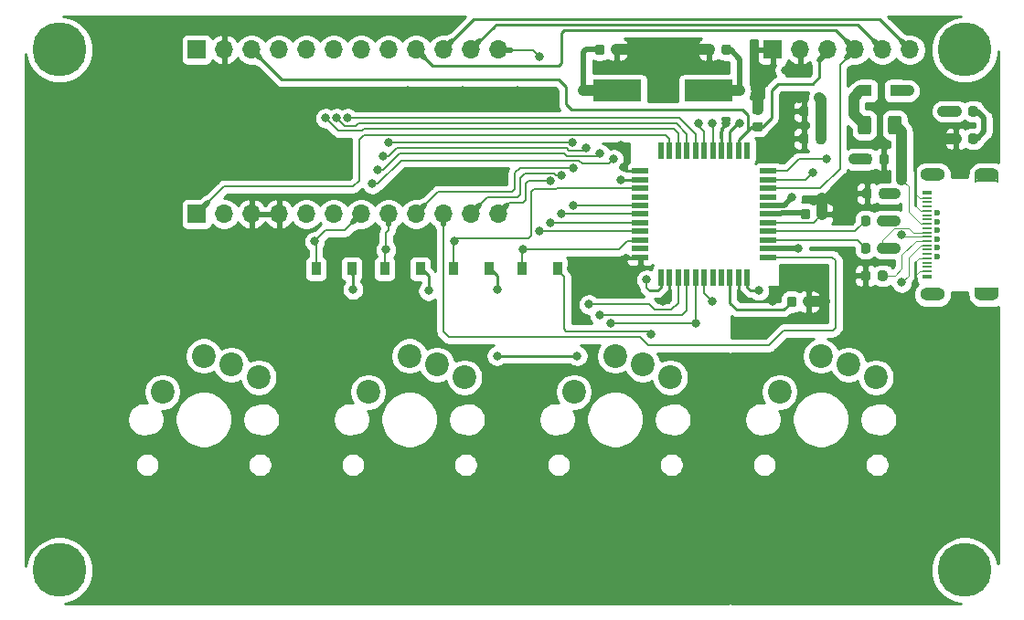
<source format=gbr>
G04 #@! TF.GenerationSoftware,KiCad,Pcbnew,(5.1.6-0-10_14)*
G04 #@! TF.CreationDate,2020-07-26T20:14:21+09:00*
G04 #@! TF.ProjectId,name_card_keyboard,6e616d65-5f63-4617-9264-5f6b6579626f,rev?*
G04 #@! TF.SameCoordinates,Original*
G04 #@! TF.FileFunction,Copper,L1,Top*
G04 #@! TF.FilePolarity,Positive*
%FSLAX46Y46*%
G04 Gerber Fmt 4.6, Leading zero omitted, Abs format (unit mm)*
G04 Created by KiCad (PCBNEW (5.1.6-0-10_14)) date 2020-07-26 20:14:21*
%MOMM*%
%LPD*%
G01*
G04 APERTURE LIST*
G04 #@! TA.AperFunction,SMDPad,CuDef*
%ADD10R,0.260000X0.650000*%
G04 #@! TD*
G04 #@! TA.AperFunction,SMDPad,CuDef*
%ADD11R,2.300000X0.250000*%
G04 #@! TD*
G04 #@! TA.AperFunction,ComponentPad*
%ADD12O,2.300000X1.200000*%
G04 #@! TD*
G04 #@! TA.AperFunction,SMDPad,CuDef*
%ADD13R,0.850000X0.460000*%
G04 #@! TD*
G04 #@! TA.AperFunction,SMDPad,CuDef*
%ADD14R,0.850000X0.230000*%
G04 #@! TD*
G04 #@! TA.AperFunction,ComponentPad*
%ADD15C,0.600000*%
G04 #@! TD*
G04 #@! TA.AperFunction,ComponentPad*
%ADD16C,2.200000*%
G04 #@! TD*
G04 #@! TA.AperFunction,ComponentPad*
%ADD17O,1.700000X1.700000*%
G04 #@! TD*
G04 #@! TA.AperFunction,ComponentPad*
%ADD18R,1.700000X1.700000*%
G04 #@! TD*
G04 #@! TA.AperFunction,WasherPad*
%ADD19C,5.000000*%
G04 #@! TD*
G04 #@! TA.AperFunction,SMDPad,CuDef*
%ADD20R,0.500000X1.500000*%
G04 #@! TD*
G04 #@! TA.AperFunction,SMDPad,CuDef*
%ADD21R,1.500000X0.500000*%
G04 #@! TD*
G04 #@! TA.AperFunction,SMDPad,CuDef*
%ADD22R,1.100000X1.100000*%
G04 #@! TD*
G04 #@! TA.AperFunction,SMDPad,CuDef*
%ADD23R,0.900000X1.200000*%
G04 #@! TD*
G04 #@! TA.AperFunction,SMDPad,CuDef*
%ADD24R,4.500000X2.000000*%
G04 #@! TD*
G04 #@! TA.AperFunction,ViaPad*
%ADD25C,0.800000*%
G04 #@! TD*
G04 #@! TA.AperFunction,Conductor*
%ADD26C,1.000000*%
G04 #@! TD*
G04 #@! TA.AperFunction,Conductor*
%ADD27C,0.500000*%
G04 #@! TD*
G04 #@! TA.AperFunction,Conductor*
%ADD28C,0.200000*%
G04 #@! TD*
G04 #@! TA.AperFunction,Conductor*
%ADD29C,0.250000*%
G04 #@! TD*
G04 #@! TA.AperFunction,Conductor*
%ADD30C,0.125000*%
G04 #@! TD*
G04 #@! TA.AperFunction,Conductor*
%ADD31C,0.254000*%
G04 #@! TD*
G04 APERTURE END LIST*
D10*
G04 #@! TO.P,J1,SH*
G04 #@! TO.N,N/C*
X187857000Y-104915000D03*
D11*
X188877000Y-104665000D03*
D12*
X188877000Y-94145000D03*
X188877000Y-105245000D03*
X183827000Y-94145000D03*
X183827000Y-105245000D03*
D13*
G04 #@! TO.P,J1,*
G04 #@! TO.N,*
X183352000Y-95780000D03*
D14*
G04 #@! TO.P,J1,B1*
G04 #@! TO.N,GNDPWR*
X183352000Y-96295000D03*
G04 #@! TO.P,J1,B2*
G04 #@! TO.N,Net-(J1-PadB2)*
X183352000Y-96695000D03*
G04 #@! TO.P,J1,B3*
G04 #@! TO.N,Net-(J1-PadB3)*
X183352000Y-97095000D03*
G04 #@! TO.P,J1,A12*
G04 #@! TO.N,GNDPWR*
X183352000Y-97495000D03*
G04 #@! TO.P,J1,A11*
G04 #@! TO.N,Net-(J1-PadA11)*
X183352000Y-97895000D03*
G04 #@! TO.P,J1,A10*
G04 #@! TO.N,Net-(J1-PadA10)*
X183352000Y-98295000D03*
G04 #@! TO.P,J1,A9*
G04 #@! TO.N,VCC*
X183352000Y-98695000D03*
G04 #@! TO.P,J1,A8*
G04 #@! TO.N,Net-(J1-PadA8)*
X183352000Y-99095000D03*
G04 #@! TO.P,J1,A7*
G04 #@! TO.N,Net-(J1-PadA7)*
X183352000Y-99495000D03*
G04 #@! TO.P,J1,A6*
G04 #@! TO.N,Net-(J1-PadA6)*
X183352000Y-99895000D03*
G04 #@! TO.P,J1,A5*
G04 #@! TO.N,Net-(J1-PadA5)*
X183352000Y-100295000D03*
G04 #@! TO.P,J1,A4*
G04 #@! TO.N,VCC*
X183352000Y-100695000D03*
G04 #@! TO.P,J1,A3*
G04 #@! TO.N,Net-(J1-PadA3)*
X183352000Y-101095000D03*
G04 #@! TO.P,J1,A2*
G04 #@! TO.N,Net-(J1-PadA2)*
X183352000Y-101495000D03*
G04 #@! TO.P,J1,A1*
G04 #@! TO.N,GNDPWR*
X183352000Y-101895000D03*
G04 #@! TO.P,J1,B10*
G04 #@! TO.N,Net-(J1-PadB10)*
X183352000Y-102295000D03*
G04 #@! TO.P,J1,B11*
G04 #@! TO.N,Net-(J1-PadB11)*
X183352000Y-102695000D03*
D13*
G04 #@! TO.P,J1,*
G04 #@! TO.N,*
X183352000Y-103610000D03*
D15*
G04 #@! TO.P,J1,B4*
G04 #@! TO.N,VCC*
X184277000Y-97695000D03*
G04 #@! TO.P,J1,B5*
G04 #@! TO.N,Net-(J1-PadB5)*
X184277000Y-98495000D03*
G04 #@! TO.P,J1,B6*
G04 #@! TO.N,Net-(J1-PadA6)*
X184277000Y-99295000D03*
G04 #@! TO.P,J1,B7*
G04 #@! TO.N,Net-(J1-PadA7)*
X184277000Y-100095000D03*
G04 #@! TO.P,J1,B8*
G04 #@! TO.N,Net-(J1-PadB8)*
X184277000Y-100895000D03*
G04 #@! TO.P,J1,B9*
G04 #@! TO.N,VCC*
X184277000Y-101695000D03*
D14*
G04 #@! TO.P,J1,B12*
G04 #@! TO.N,GNDPWR*
X183352000Y-103095000D03*
D10*
G04 #@! TO.P,J1,SH*
G04 #@! TO.N,N/C*
X189897000Y-104915000D03*
D11*
X188877000Y-94725000D03*
D10*
X187857000Y-94525000D03*
X189897000Y-94525000D03*
G04 #@! TD*
G04 #@! TO.P,R1,2*
G04 #@! TO.N,Net-(J1-PadA5)*
G04 #@! TA.AperFunction,SMDPad,CuDef*
G36*
G01*
X178785000Y-103761250D02*
X178785000Y-103248750D01*
G75*
G02*
X179003750Y-103030000I218750J0D01*
G01*
X179441250Y-103030000D01*
G75*
G02*
X179660000Y-103248750I0J-218750D01*
G01*
X179660000Y-103761250D01*
G75*
G02*
X179441250Y-103980000I-218750J0D01*
G01*
X179003750Y-103980000D01*
G75*
G02*
X178785000Y-103761250I0J218750D01*
G01*
G37*
G04 #@! TD.AperFunction*
G04 #@! TO.P,R1,1*
G04 #@! TO.N,GNDPWR*
G04 #@! TA.AperFunction,SMDPad,CuDef*
G36*
G01*
X177210000Y-103761250D02*
X177210000Y-103248750D01*
G75*
G02*
X177428750Y-103030000I218750J0D01*
G01*
X177866250Y-103030000D01*
G75*
G02*
X178085000Y-103248750I0J-218750D01*
G01*
X178085000Y-103761250D01*
G75*
G02*
X177866250Y-103980000I-218750J0D01*
G01*
X177428750Y-103980000D01*
G75*
G02*
X177210000Y-103761250I0J218750D01*
G01*
G37*
G04 #@! TD.AperFunction*
G04 #@! TD*
G04 #@! TO.P,R2,2*
G04 #@! TO.N,Net-(J1-PadA7)*
G04 #@! TA.AperFunction,SMDPad,CuDef*
G36*
G01*
X178785000Y-101221250D02*
X178785000Y-100708750D01*
G75*
G02*
X179003750Y-100490000I218750J0D01*
G01*
X179441250Y-100490000D01*
G75*
G02*
X179660000Y-100708750I0J-218750D01*
G01*
X179660000Y-101221250D01*
G75*
G02*
X179441250Y-101440000I-218750J0D01*
G01*
X179003750Y-101440000D01*
G75*
G02*
X178785000Y-101221250I0J218750D01*
G01*
G37*
G04 #@! TD.AperFunction*
G04 #@! TO.P,R2,1*
G04 #@! TO.N,/D-*
G04 #@! TA.AperFunction,SMDPad,CuDef*
G36*
G01*
X177210000Y-101221250D02*
X177210000Y-100708750D01*
G75*
G02*
X177428750Y-100490000I218750J0D01*
G01*
X177866250Y-100490000D01*
G75*
G02*
X178085000Y-100708750I0J-218750D01*
G01*
X178085000Y-101221250D01*
G75*
G02*
X177866250Y-101440000I-218750J0D01*
G01*
X177428750Y-101440000D01*
G75*
G02*
X177210000Y-101221250I0J218750D01*
G01*
G37*
G04 #@! TD.AperFunction*
G04 #@! TD*
G04 #@! TO.P,R4,2*
G04 #@! TO.N,Net-(J1-PadA6)*
G04 #@! TA.AperFunction,SMDPad,CuDef*
G36*
G01*
X178785000Y-98681250D02*
X178785000Y-98168750D01*
G75*
G02*
X179003750Y-97950000I218750J0D01*
G01*
X179441250Y-97950000D01*
G75*
G02*
X179660000Y-98168750I0J-218750D01*
G01*
X179660000Y-98681250D01*
G75*
G02*
X179441250Y-98900000I-218750J0D01*
G01*
X179003750Y-98900000D01*
G75*
G02*
X178785000Y-98681250I0J218750D01*
G01*
G37*
G04 #@! TD.AperFunction*
G04 #@! TO.P,R4,1*
G04 #@! TO.N,/D+*
G04 #@! TA.AperFunction,SMDPad,CuDef*
G36*
G01*
X177210000Y-98681250D02*
X177210000Y-98168750D01*
G75*
G02*
X177428750Y-97950000I218750J0D01*
G01*
X177866250Y-97950000D01*
G75*
G02*
X178085000Y-98168750I0J-218750D01*
G01*
X178085000Y-98681250D01*
G75*
G02*
X177866250Y-98900000I-218750J0D01*
G01*
X177428750Y-98900000D01*
G75*
G02*
X177210000Y-98681250I0J218750D01*
G01*
G37*
G04 #@! TD.AperFunction*
G04 #@! TD*
G04 #@! TO.P,F1,2*
G04 #@! TO.N,VCC*
G04 #@! TA.AperFunction,SMDPad,CuDef*
G36*
G01*
X179715000Y-90160000D02*
X179715000Y-88910000D01*
G75*
G02*
X179965000Y-88660000I250000J0D01*
G01*
X180715000Y-88660000D01*
G75*
G02*
X180965000Y-88910000I0J-250000D01*
G01*
X180965000Y-90160000D01*
G75*
G02*
X180715000Y-90410000I-250000J0D01*
G01*
X179965000Y-90410000D01*
G75*
G02*
X179715000Y-90160000I0J250000D01*
G01*
G37*
G04 #@! TD.AperFunction*
G04 #@! TO.P,F1,1*
G04 #@! TO.N,Net-(D1-Pad2)*
G04 #@! TA.AperFunction,SMDPad,CuDef*
G36*
G01*
X176915000Y-90160000D02*
X176915000Y-88910000D01*
G75*
G02*
X177165000Y-88660000I250000J0D01*
G01*
X177915000Y-88660000D01*
G75*
G02*
X178165000Y-88910000I0J-250000D01*
G01*
X178165000Y-90160000D01*
G75*
G02*
X177915000Y-90410000I-250000J0D01*
G01*
X177165000Y-90410000D01*
G75*
G02*
X176915000Y-90160000I0J250000D01*
G01*
G37*
G04 #@! TD.AperFunction*
G04 #@! TD*
D16*
G04 #@! TO.P,SW4,1*
G04 #@! TO.N,/A2*
X169672000Y-114300000D03*
G04 #@! TO.P,SW4,2*
G04 #@! TO.N,Net-(D6-Pad2)*
X176022000Y-111760000D03*
X173482000Y-110940000D03*
G04 #@! TO.P,SW4,1*
G04 #@! TO.N,/A2*
X178582000Y-112940000D03*
G04 #@! TD*
G04 #@! TO.P,SW3,1*
G04 #@! TO.N,/A2*
X150622000Y-114300000D03*
G04 #@! TO.P,SW3,2*
G04 #@! TO.N,Net-(D5-Pad2)*
X156972000Y-111760000D03*
X154432000Y-110940000D03*
G04 #@! TO.P,SW3,1*
G04 #@! TO.N,/A2*
X159532000Y-112940000D03*
G04 #@! TD*
D17*
G04 #@! TO.P,J3,12*
G04 #@! TO.N,/D10*
X143637000Y-82550000D03*
G04 #@! TO.P,J3,11*
G04 #@! TO.N,/MOSI*
X141097000Y-82550000D03*
G04 #@! TO.P,J3,10*
G04 #@! TO.N,/MISO*
X138557000Y-82550000D03*
G04 #@! TO.P,J3,9*
G04 #@! TO.N,/SCK*
X136017000Y-82550000D03*
G04 #@! TO.P,J3,8*
G04 #@! TO.N,/A0*
X133477000Y-82550000D03*
G04 #@! TO.P,J3,7*
G04 #@! TO.N,/A1*
X130937000Y-82550000D03*
G04 #@! TO.P,J3,6*
G04 #@! TO.N,/A2*
X128397000Y-82550000D03*
G04 #@! TO.P,J3,5*
G04 #@! TO.N,/A3*
X125857000Y-82550000D03*
G04 #@! TO.P,J3,4*
G04 #@! TO.N,+5V*
X123317000Y-82550000D03*
G04 #@! TO.P,J3,3*
G04 #@! TO.N,/RESET*
X120777000Y-82550000D03*
G04 #@! TO.P,J3,2*
G04 #@! TO.N,GNDPWR*
X118237000Y-82550000D03*
D18*
G04 #@! TO.P,J3,1*
G04 #@! TO.N,+5V*
X115697000Y-82550000D03*
G04 #@! TD*
D16*
G04 #@! TO.P,SW2,1*
G04 #@! TO.N,/A3*
X131572000Y-114300000D03*
G04 #@! TO.P,SW2,2*
G04 #@! TO.N,Net-(D4-Pad2)*
X137922000Y-111760000D03*
X135382000Y-110940000D03*
G04 #@! TO.P,SW2,1*
G04 #@! TO.N,/A3*
X140482000Y-112940000D03*
G04 #@! TD*
D19*
G04 #@! TO.P,Ref\u002A\u002A,*
G04 #@! TO.N,*
X102997000Y-130810000D03*
G04 #@! TD*
G04 #@! TO.P,Ref\u002A\u002A,*
G04 #@! TO.N,*
X102997000Y-82550000D03*
G04 #@! TD*
G04 #@! TO.P,Ref\u002A\u002A,*
G04 #@! TO.N,*
X186817000Y-130810000D03*
G04 #@! TD*
G04 #@! TO.P,Ref\u002A\u002A,*
G04 #@! TO.N,*
X186817000Y-82550000D03*
G04 #@! TD*
D20*
G04 #@! TO.P,U1,44*
G04 #@! TO.N,+5V*
X166687000Y-103690000D03*
G04 #@! TO.P,U1,43*
G04 #@! TO.N,GNDPWR*
X165887000Y-103690000D03*
G04 #@! TO.P,U1,42*
G04 #@! TO.N,Net-(C6-Pad1)*
X165087000Y-103690000D03*
G04 #@! TO.P,U1,41*
G04 #@! TO.N,Net-(U1-Pad41)*
X164287000Y-103690000D03*
G04 #@! TO.P,U1,40*
G04 #@! TO.N,Net-(U1-Pad40)*
X163487000Y-103690000D03*
G04 #@! TO.P,U1,39*
G04 #@! TO.N,/A3*
X162687000Y-103690000D03*
G04 #@! TO.P,U1,38*
G04 #@! TO.N,/A2*
X161887000Y-103690000D03*
G04 #@! TO.P,U1,37*
G04 #@! TO.N,/A1*
X161087000Y-103690000D03*
G04 #@! TO.P,U1,36*
G04 #@! TO.N,/A0*
X160287000Y-103690000D03*
G04 #@! TO.P,U1,35*
G04 #@! TO.N,GNDPWR*
X159487000Y-103690000D03*
G04 #@! TO.P,U1,34*
G04 #@! TO.N,+5V*
X158687000Y-103690000D03*
D21*
G04 #@! TO.P,U1,33*
G04 #@! TO.N,GNDPWR*
X156787000Y-101790000D03*
G04 #@! TO.P,U1,32*
G04 #@! TO.N,Net-(U1-Pad32)*
X156787000Y-100990000D03*
G04 #@! TO.P,U1,31*
G04 #@! TO.N,/D5*
X156787000Y-100190000D03*
G04 #@! TO.P,U1,30*
G04 #@! TO.N,/D10*
X156787000Y-99390000D03*
G04 #@! TO.P,U1,29*
G04 #@! TO.N,/D9*
X156787000Y-98590000D03*
G04 #@! TO.P,U1,28*
G04 #@! TO.N,/D8*
X156787000Y-97790000D03*
G04 #@! TO.P,U1,27*
G04 #@! TO.N,/D6*
X156787000Y-96990000D03*
G04 #@! TO.P,U1,26*
G04 #@! TO.N,Net-(U1-Pad26)*
X156787000Y-96190000D03*
G04 #@! TO.P,U1,25*
G04 #@! TO.N,/D4*
X156787000Y-95390000D03*
G04 #@! TO.P,U1,24*
G04 #@! TO.N,+5V*
X156787000Y-94590000D03*
G04 #@! TO.P,U1,23*
G04 #@! TO.N,GNDPWR*
X156787000Y-93790000D03*
D20*
G04 #@! TO.P,U1,22*
G04 #@! TO.N,Net-(U1-Pad22)*
X158687000Y-91890000D03*
G04 #@! TO.P,U1,21*
G04 #@! TO.N,/TXO*
X159487000Y-91890000D03*
G04 #@! TO.P,U1,20*
G04 #@! TO.N,/RXL*
X160287000Y-91890000D03*
G04 #@! TO.P,U1,19*
G04 #@! TO.N,/D2*
X161087000Y-91890000D03*
G04 #@! TO.P,U1,18*
G04 #@! TO.N,/D3*
X161887000Y-91890000D03*
G04 #@! TO.P,U1,17*
G04 #@! TO.N,Net-(C1-Pad1)*
X162687000Y-91890000D03*
G04 #@! TO.P,U1,16*
G04 #@! TO.N,Net-(C3-Pad1)*
X163487000Y-91890000D03*
G04 #@! TO.P,U1,15*
G04 #@! TO.N,GNDPWR*
X164287000Y-91890000D03*
G04 #@! TO.P,U1,14*
G04 #@! TO.N,+5V*
X165087000Y-91890000D03*
G04 #@! TO.P,U1,13*
G04 #@! TO.N,/RESET*
X165887000Y-91890000D03*
G04 #@! TO.P,U1,12*
G04 #@! TO.N,Net-(U1-Pad12)*
X166687000Y-91890000D03*
D21*
G04 #@! TO.P,U1,11*
G04 #@! TO.N,/MISO*
X168587000Y-93790000D03*
G04 #@! TO.P,U1,10*
G04 #@! TO.N,/MOSI*
X168587000Y-94590000D03*
G04 #@! TO.P,U1,9*
G04 #@! TO.N,/SCK*
X168587000Y-95390000D03*
G04 #@! TO.P,U1,8*
G04 #@! TO.N,Net-(U1-Pad8)*
X168587000Y-96190000D03*
G04 #@! TO.P,U1,7*
G04 #@! TO.N,VCC*
X168587000Y-96990000D03*
G04 #@! TO.P,U1,6*
G04 #@! TO.N,Net-(C7-Pad1)*
X168587000Y-97790000D03*
G04 #@! TO.P,U1,5*
G04 #@! TO.N,GNDPWR*
X168587000Y-98590000D03*
G04 #@! TO.P,U1,4*
G04 #@! TO.N,/D+*
X168587000Y-99390000D03*
G04 #@! TO.P,U1,3*
G04 #@! TO.N,/D-*
X168587000Y-100190000D03*
G04 #@! TO.P,U1,2*
G04 #@! TO.N,VCC*
X168587000Y-100990000D03*
G04 #@! TO.P,U1,1*
G04 #@! TO.N,/D7*
X168587000Y-101790000D03*
G04 #@! TD*
G04 #@! TO.P,C1,2*
G04 #@! TO.N,GNDPWR*
G04 #@! TA.AperFunction,SMDPad,CuDef*
G36*
G01*
X154147000Y-82806250D02*
X154147000Y-82293750D01*
G75*
G02*
X154365750Y-82075000I218750J0D01*
G01*
X154803250Y-82075000D01*
G75*
G02*
X155022000Y-82293750I0J-218750D01*
G01*
X155022000Y-82806250D01*
G75*
G02*
X154803250Y-83025000I-218750J0D01*
G01*
X154365750Y-83025000D01*
G75*
G02*
X154147000Y-82806250I0J218750D01*
G01*
G37*
G04 #@! TD.AperFunction*
G04 #@! TO.P,C1,1*
G04 #@! TO.N,Net-(C1-Pad1)*
G04 #@! TA.AperFunction,SMDPad,CuDef*
G36*
G01*
X152572000Y-82806250D02*
X152572000Y-82293750D01*
G75*
G02*
X152790750Y-82075000I218750J0D01*
G01*
X153228250Y-82075000D01*
G75*
G02*
X153447000Y-82293750I0J-218750D01*
G01*
X153447000Y-82806250D01*
G75*
G02*
X153228250Y-83025000I-218750J0D01*
G01*
X152790750Y-83025000D01*
G75*
G02*
X152572000Y-82806250I0J218750D01*
G01*
G37*
G04 #@! TD.AperFunction*
G04 #@! TD*
G04 #@! TO.P,C2,2*
G04 #@! TO.N,GNDPWR*
G04 #@! TA.AperFunction,SMDPad,CuDef*
G36*
G01*
X178912000Y-92966250D02*
X178912000Y-92453750D01*
G75*
G02*
X179130750Y-92235000I218750J0D01*
G01*
X179568250Y-92235000D01*
G75*
G02*
X179787000Y-92453750I0J-218750D01*
G01*
X179787000Y-92966250D01*
G75*
G02*
X179568250Y-93185000I-218750J0D01*
G01*
X179130750Y-93185000D01*
G75*
G02*
X178912000Y-92966250I0J218750D01*
G01*
G37*
G04 #@! TD.AperFunction*
G04 #@! TO.P,C2,1*
G04 #@! TO.N,+5V*
G04 #@! TA.AperFunction,SMDPad,CuDef*
G36*
G01*
X177337000Y-92966250D02*
X177337000Y-92453750D01*
G75*
G02*
X177555750Y-92235000I218750J0D01*
G01*
X177993250Y-92235000D01*
G75*
G02*
X178212000Y-92453750I0J-218750D01*
G01*
X178212000Y-92966250D01*
G75*
G02*
X177993250Y-93185000I-218750J0D01*
G01*
X177555750Y-93185000D01*
G75*
G02*
X177337000Y-92966250I0J218750D01*
G01*
G37*
G04 #@! TD.AperFunction*
G04 #@! TD*
G04 #@! TO.P,C3,2*
G04 #@! TO.N,GNDPWR*
G04 #@! TA.AperFunction,SMDPad,CuDef*
G36*
G01*
X163607000Y-82293750D02*
X163607000Y-82806250D01*
G75*
G02*
X163388250Y-83025000I-218750J0D01*
G01*
X162950750Y-83025000D01*
G75*
G02*
X162732000Y-82806250I0J218750D01*
G01*
X162732000Y-82293750D01*
G75*
G02*
X162950750Y-82075000I218750J0D01*
G01*
X163388250Y-82075000D01*
G75*
G02*
X163607000Y-82293750I0J-218750D01*
G01*
G37*
G04 #@! TD.AperFunction*
G04 #@! TO.P,C3,1*
G04 #@! TO.N,Net-(C3-Pad1)*
G04 #@! TA.AperFunction,SMDPad,CuDef*
G36*
G01*
X165182000Y-82293750D02*
X165182000Y-82806250D01*
G75*
G02*
X164963250Y-83025000I-218750J0D01*
G01*
X164525750Y-83025000D01*
G75*
G02*
X164307000Y-82806250I0J218750D01*
G01*
X164307000Y-82293750D01*
G75*
G02*
X164525750Y-82075000I218750J0D01*
G01*
X164963250Y-82075000D01*
G75*
G02*
X165182000Y-82293750I0J-218750D01*
G01*
G37*
G04 #@! TD.AperFunction*
G04 #@! TD*
G04 #@! TO.P,C4,2*
G04 #@! TO.N,GNDPWR*
G04 #@! TA.AperFunction,SMDPad,CuDef*
G36*
G01*
X173070000Y-88521250D02*
X173070000Y-88008750D01*
G75*
G02*
X173288750Y-87790000I218750J0D01*
G01*
X173726250Y-87790000D01*
G75*
G02*
X173945000Y-88008750I0J-218750D01*
G01*
X173945000Y-88521250D01*
G75*
G02*
X173726250Y-88740000I-218750J0D01*
G01*
X173288750Y-88740000D01*
G75*
G02*
X173070000Y-88521250I0J218750D01*
G01*
G37*
G04 #@! TD.AperFunction*
G04 #@! TO.P,C4,1*
G04 #@! TO.N,+5V*
G04 #@! TA.AperFunction,SMDPad,CuDef*
G36*
G01*
X171495000Y-88521250D02*
X171495000Y-88008750D01*
G75*
G02*
X171713750Y-87790000I218750J0D01*
G01*
X172151250Y-87790000D01*
G75*
G02*
X172370000Y-88008750I0J-218750D01*
G01*
X172370000Y-88521250D01*
G75*
G02*
X172151250Y-88740000I-218750J0D01*
G01*
X171713750Y-88740000D01*
G75*
G02*
X171495000Y-88521250I0J218750D01*
G01*
G37*
G04 #@! TD.AperFunction*
G04 #@! TD*
G04 #@! TO.P,C5,2*
G04 #@! TO.N,GNDPWR*
G04 #@! TA.AperFunction,SMDPad,CuDef*
G36*
G01*
X173070000Y-91061250D02*
X173070000Y-90548750D01*
G75*
G02*
X173288750Y-90330000I218750J0D01*
G01*
X173726250Y-90330000D01*
G75*
G02*
X173945000Y-90548750I0J-218750D01*
G01*
X173945000Y-91061250D01*
G75*
G02*
X173726250Y-91280000I-218750J0D01*
G01*
X173288750Y-91280000D01*
G75*
G02*
X173070000Y-91061250I0J218750D01*
G01*
G37*
G04 #@! TD.AperFunction*
G04 #@! TO.P,C5,1*
G04 #@! TO.N,+5V*
G04 #@! TA.AperFunction,SMDPad,CuDef*
G36*
G01*
X171495000Y-91061250D02*
X171495000Y-90548750D01*
G75*
G02*
X171713750Y-90330000I218750J0D01*
G01*
X172151250Y-90330000D01*
G75*
G02*
X172370000Y-90548750I0J-218750D01*
G01*
X172370000Y-91061250D01*
G75*
G02*
X172151250Y-91280000I-218750J0D01*
G01*
X171713750Y-91280000D01*
G75*
G02*
X171495000Y-91061250I0J218750D01*
G01*
G37*
G04 #@! TD.AperFunction*
G04 #@! TD*
G04 #@! TO.P,C6,2*
G04 #@! TO.N,GNDPWR*
G04 #@! TA.AperFunction,SMDPad,CuDef*
G36*
G01*
X171927000Y-106174250D02*
X171927000Y-105661750D01*
G75*
G02*
X172145750Y-105443000I218750J0D01*
G01*
X172583250Y-105443000D01*
G75*
G02*
X172802000Y-105661750I0J-218750D01*
G01*
X172802000Y-106174250D01*
G75*
G02*
X172583250Y-106393000I-218750J0D01*
G01*
X172145750Y-106393000D01*
G75*
G02*
X171927000Y-106174250I0J218750D01*
G01*
G37*
G04 #@! TD.AperFunction*
G04 #@! TO.P,C6,1*
G04 #@! TO.N,Net-(C6-Pad1)*
G04 #@! TA.AperFunction,SMDPad,CuDef*
G36*
G01*
X170352000Y-106174250D02*
X170352000Y-105661750D01*
G75*
G02*
X170570750Y-105443000I218750J0D01*
G01*
X171008250Y-105443000D01*
G75*
G02*
X171227000Y-105661750I0J-218750D01*
G01*
X171227000Y-106174250D01*
G75*
G02*
X171008250Y-106393000I-218750J0D01*
G01*
X170570750Y-106393000D01*
G75*
G02*
X170352000Y-106174250I0J218750D01*
G01*
G37*
G04 #@! TD.AperFunction*
G04 #@! TD*
G04 #@! TO.P,C7,2*
G04 #@! TO.N,GNDPWR*
G04 #@! TA.AperFunction,SMDPad,CuDef*
G36*
G01*
X173197000Y-98046250D02*
X173197000Y-97533750D01*
G75*
G02*
X173415750Y-97315000I218750J0D01*
G01*
X173853250Y-97315000D01*
G75*
G02*
X174072000Y-97533750I0J-218750D01*
G01*
X174072000Y-98046250D01*
G75*
G02*
X173853250Y-98265000I-218750J0D01*
G01*
X173415750Y-98265000D01*
G75*
G02*
X173197000Y-98046250I0J218750D01*
G01*
G37*
G04 #@! TD.AperFunction*
G04 #@! TO.P,C7,1*
G04 #@! TO.N,Net-(C7-Pad1)*
G04 #@! TA.AperFunction,SMDPad,CuDef*
G36*
G01*
X171622000Y-98046250D02*
X171622000Y-97533750D01*
G75*
G02*
X171840750Y-97315000I218750J0D01*
G01*
X172278250Y-97315000D01*
G75*
G02*
X172497000Y-97533750I0J-218750D01*
G01*
X172497000Y-98046250D01*
G75*
G02*
X172278250Y-98265000I-218750J0D01*
G01*
X171840750Y-98265000D01*
G75*
G02*
X171622000Y-98046250I0J218750D01*
G01*
G37*
G04 #@! TD.AperFunction*
G04 #@! TD*
D22*
G04 #@! TO.P,D1,2*
G04 #@! TO.N,Net-(D1-Pad2)*
X177670000Y-86360000D03*
G04 #@! TO.P,D1,1*
G04 #@! TO.N,+5V*
X180470000Y-86360000D03*
G04 #@! TD*
G04 #@! TO.P,D2,2*
G04 #@! TO.N,Net-(D2-Pad2)*
G04 #@! TA.AperFunction,SMDPad,CuDef*
G36*
G01*
X187167000Y-91061250D02*
X187167000Y-90548750D01*
G75*
G02*
X187385750Y-90330000I218750J0D01*
G01*
X187823250Y-90330000D01*
G75*
G02*
X188042000Y-90548750I0J-218750D01*
G01*
X188042000Y-91061250D01*
G75*
G02*
X187823250Y-91280000I-218750J0D01*
G01*
X187385750Y-91280000D01*
G75*
G02*
X187167000Y-91061250I0J218750D01*
G01*
G37*
G04 #@! TD.AperFunction*
G04 #@! TO.P,D2,1*
G04 #@! TO.N,GNDPWR*
G04 #@! TA.AperFunction,SMDPad,CuDef*
G36*
G01*
X185592000Y-91061250D02*
X185592000Y-90548750D01*
G75*
G02*
X185810750Y-90330000I218750J0D01*
G01*
X186248250Y-90330000D01*
G75*
G02*
X186467000Y-90548750I0J-218750D01*
G01*
X186467000Y-91061250D01*
G75*
G02*
X186248250Y-91280000I-218750J0D01*
G01*
X185810750Y-91280000D01*
G75*
G02*
X185592000Y-91061250I0J218750D01*
G01*
G37*
G04 #@! TD.AperFunction*
G04 #@! TD*
D23*
G04 #@! TO.P,D3,2*
G04 #@! TO.N,Net-(D3-Pad2)*
X130047000Y-102870000D03*
G04 #@! TO.P,D3,1*
G04 #@! TO.N,/D4*
X126747000Y-102870000D03*
G04 #@! TD*
G04 #@! TO.P,D4,2*
G04 #@! TO.N,Net-(D4-Pad2)*
X136397000Y-102870000D03*
G04 #@! TO.P,D4,1*
G04 #@! TO.N,/D5*
X133097000Y-102870000D03*
G04 #@! TD*
G04 #@! TO.P,D5,2*
G04 #@! TO.N,Net-(D5-Pad2)*
X142747000Y-102870000D03*
G04 #@! TO.P,D5,1*
G04 #@! TO.N,/D4*
X139447000Y-102870000D03*
G04 #@! TD*
G04 #@! TO.P,D6,2*
G04 #@! TO.N,Net-(D6-Pad2)*
X149097000Y-102870000D03*
G04 #@! TO.P,D6,1*
G04 #@! TO.N,/D5*
X145797000Y-102870000D03*
G04 #@! TD*
D17*
G04 #@! TO.P,J2,12*
G04 #@! TO.N,/D9*
X143637000Y-97790000D03*
G04 #@! TO.P,J2,11*
G04 #@! TO.N,/D8*
X141097000Y-97790000D03*
G04 #@! TO.P,J2,10*
G04 #@! TO.N,/D7*
X138557000Y-97790000D03*
G04 #@! TO.P,J2,9*
G04 #@! TO.N,/D6*
X136017000Y-97790000D03*
G04 #@! TO.P,J2,8*
G04 #@! TO.N,/D5*
X133477000Y-97790000D03*
G04 #@! TO.P,J2,7*
G04 #@! TO.N,/D4*
X130937000Y-97790000D03*
G04 #@! TO.P,J2,6*
G04 #@! TO.N,/D3*
X128397000Y-97790000D03*
G04 #@! TO.P,J2,5*
G04 #@! TO.N,/D2*
X125857000Y-97790000D03*
G04 #@! TO.P,J2,4*
G04 #@! TO.N,GNDPWR*
X123317000Y-97790000D03*
G04 #@! TO.P,J2,3*
X120777000Y-97790000D03*
G04 #@! TO.P,J2,2*
G04 #@! TO.N,/RXL*
X118237000Y-97790000D03*
D18*
G04 #@! TO.P,J2,1*
G04 #@! TO.N,/TXO*
X115697000Y-97790000D03*
G04 #@! TD*
D17*
G04 #@! TO.P,J4,6*
G04 #@! TO.N,/MISO*
X181737000Y-82550000D03*
G04 #@! TO.P,J4,5*
G04 #@! TO.N,/MOSI*
X179197000Y-82550000D03*
G04 #@! TO.P,J4,4*
G04 #@! TO.N,/SCK*
X176657000Y-82550000D03*
G04 #@! TO.P,J4,3*
G04 #@! TO.N,/RESET*
X174117000Y-82550000D03*
G04 #@! TO.P,J4,2*
G04 #@! TO.N,GNDPWR*
X171577000Y-82550000D03*
D18*
G04 #@! TO.P,J4,1*
G04 #@! TO.N,+5V*
X169037000Y-82550000D03*
G04 #@! TD*
G04 #@! TO.P,R3,2*
G04 #@! TO.N,Net-(J1-PadB5)*
G04 #@! TA.AperFunction,SMDPad,CuDef*
G36*
G01*
X178912000Y-96141250D02*
X178912000Y-95628750D01*
G75*
G02*
X179130750Y-95410000I218750J0D01*
G01*
X179568250Y-95410000D01*
G75*
G02*
X179787000Y-95628750I0J-218750D01*
G01*
X179787000Y-96141250D01*
G75*
G02*
X179568250Y-96360000I-218750J0D01*
G01*
X179130750Y-96360000D01*
G75*
G02*
X178912000Y-96141250I0J218750D01*
G01*
G37*
G04 #@! TD.AperFunction*
G04 #@! TO.P,R3,1*
G04 #@! TO.N,GNDPWR*
G04 #@! TA.AperFunction,SMDPad,CuDef*
G36*
G01*
X177337000Y-96141250D02*
X177337000Y-95628750D01*
G75*
G02*
X177555750Y-95410000I218750J0D01*
G01*
X177993250Y-95410000D01*
G75*
G02*
X178212000Y-95628750I0J-218750D01*
G01*
X178212000Y-96141250D01*
G75*
G02*
X177993250Y-96360000I-218750J0D01*
G01*
X177555750Y-96360000D01*
G75*
G02*
X177337000Y-96141250I0J218750D01*
G01*
G37*
G04 #@! TD.AperFunction*
G04 #@! TD*
G04 #@! TO.P,R5,2*
G04 #@! TO.N,Net-(D2-Pad2)*
G04 #@! TA.AperFunction,SMDPad,CuDef*
G36*
G01*
X187167000Y-88521250D02*
X187167000Y-88008750D01*
G75*
G02*
X187385750Y-87790000I218750J0D01*
G01*
X187823250Y-87790000D01*
G75*
G02*
X188042000Y-88008750I0J-218750D01*
G01*
X188042000Y-88521250D01*
G75*
G02*
X187823250Y-88740000I-218750J0D01*
G01*
X187385750Y-88740000D01*
G75*
G02*
X187167000Y-88521250I0J218750D01*
G01*
G37*
G04 #@! TD.AperFunction*
G04 #@! TO.P,R5,1*
G04 #@! TO.N,+5V*
G04 #@! TA.AperFunction,SMDPad,CuDef*
G36*
G01*
X185592000Y-88521250D02*
X185592000Y-88008750D01*
G75*
G02*
X185810750Y-87790000I218750J0D01*
G01*
X186248250Y-87790000D01*
G75*
G02*
X186467000Y-88008750I0J-218750D01*
G01*
X186467000Y-88521250D01*
G75*
G02*
X186248250Y-88740000I-218750J0D01*
G01*
X185810750Y-88740000D01*
G75*
G02*
X185592000Y-88521250I0J218750D01*
G01*
G37*
G04 #@! TD.AperFunction*
G04 #@! TD*
G04 #@! TO.P,R6,2*
G04 #@! TO.N,+5V*
G04 #@! TA.AperFunction,SMDPad,CuDef*
G36*
G01*
X167896250Y-88550000D02*
X167383750Y-88550000D01*
G75*
G02*
X167165000Y-88331250I0J218750D01*
G01*
X167165000Y-87893750D01*
G75*
G02*
X167383750Y-87675000I218750J0D01*
G01*
X167896250Y-87675000D01*
G75*
G02*
X168115000Y-87893750I0J-218750D01*
G01*
X168115000Y-88331250D01*
G75*
G02*
X167896250Y-88550000I-218750J0D01*
G01*
G37*
G04 #@! TD.AperFunction*
G04 #@! TO.P,R6,1*
G04 #@! TO.N,/RESET*
G04 #@! TA.AperFunction,SMDPad,CuDef*
G36*
G01*
X167896250Y-90125000D02*
X167383750Y-90125000D01*
G75*
G02*
X167165000Y-89906250I0J218750D01*
G01*
X167165000Y-89468750D01*
G75*
G02*
X167383750Y-89250000I218750J0D01*
G01*
X167896250Y-89250000D01*
G75*
G02*
X168115000Y-89468750I0J-218750D01*
G01*
X168115000Y-89906250D01*
G75*
G02*
X167896250Y-90125000I-218750J0D01*
G01*
G37*
G04 #@! TD.AperFunction*
G04 #@! TD*
D16*
G04 #@! TO.P,SW1,1*
G04 #@! TO.N,/A3*
X112522000Y-114300000D03*
G04 #@! TO.P,SW1,2*
G04 #@! TO.N,Net-(D3-Pad2)*
X118872000Y-111760000D03*
X116332000Y-110940000D03*
G04 #@! TO.P,SW1,1*
G04 #@! TO.N,/A3*
X121432000Y-112940000D03*
G04 #@! TD*
D24*
G04 #@! TO.P,Y1,2*
G04 #@! TO.N,Net-(C1-Pad1)*
X154627000Y-86360000D03*
G04 #@! TO.P,Y1,1*
G04 #@! TO.N,Net-(C3-Pad1)*
X163127000Y-86360000D03*
G04 #@! TD*
D25*
G04 #@! TO.N,Net-(C1-Pad1)*
X151511000Y-86360000D03*
X162179000Y-89408000D03*
G04 #@! TO.N,GNDPWR*
X187960000Y-109220000D03*
X187960000Y-114300000D03*
X187960000Y-119380000D03*
X187960000Y-124460000D03*
X182880000Y-124460000D03*
X182880000Y-119380000D03*
X182880000Y-114300000D03*
X182880000Y-109220000D03*
X182880000Y-129540000D03*
X177800000Y-129540000D03*
X177800000Y-124460000D03*
X172720000Y-124460000D03*
X172720000Y-129540000D03*
X167640000Y-124460000D03*
X167640000Y-129540000D03*
X162560000Y-129540000D03*
X162560000Y-124460000D03*
X162560000Y-119380000D03*
X157480000Y-124460000D03*
X157480000Y-129540000D03*
X152400000Y-124460000D03*
X152400000Y-129540000D03*
X147320000Y-129540000D03*
X147320000Y-124460000D03*
X142240000Y-124460000D03*
X142240000Y-129540000D03*
X137160000Y-124460000D03*
X132080000Y-124460000D03*
X127000000Y-124460000D03*
X127000000Y-119380000D03*
X121920000Y-124460000D03*
X116840000Y-124460000D03*
X111760000Y-124460000D03*
X106680000Y-124460000D03*
X106680000Y-119380000D03*
X101600000Y-119380000D03*
X101600000Y-124460000D03*
X106680000Y-114300000D03*
X101600000Y-114300000D03*
X101600000Y-109220000D03*
X106680000Y-109220000D03*
X121920000Y-104140000D03*
X125095000Y-93980000D03*
X125095000Y-88900000D03*
X135255000Y-86360000D03*
X140335000Y-86360000D03*
X145415000Y-86360000D03*
X169037000Y-105918000D03*
X184785000Y-90805000D03*
X173863000Y-105918000D03*
X173634500Y-96291500D03*
X155829000Y-82550000D03*
X164719000Y-89408000D03*
X155194000Y-93472000D03*
X158877000Y-105918000D03*
X178308000Y-106680000D03*
X175895000Y-97155000D03*
X142240000Y-119380000D03*
X106680000Y-83820000D03*
X111760000Y-109220000D03*
X161925000Y-82550000D03*
X173355000Y-86995000D03*
X150495000Y-102870000D03*
X156210000Y-104775000D03*
X148590000Y-86995000D03*
X170180000Y-84455000D03*
X173355000Y-103505000D03*
X111760000Y-83820000D03*
X121920000Y-93980000D03*
X116840000Y-93980000D03*
X116840000Y-88900000D03*
X121920000Y-88900000D03*
X154940000Y-91440000D03*
X137160000Y-129540000D03*
G04 #@! TO.N,+5V*
X157353000Y-103886000D03*
X167767000Y-104902000D03*
X165989000Y-89408000D03*
X154965000Y-94590000D03*
X170434000Y-86995000D03*
X181610000Y-86360000D03*
X184785000Y-88265000D03*
X176530000Y-92710000D03*
X167640000Y-86106000D03*
G04 #@! TO.N,Net-(C3-Pad1)*
X165989000Y-86360000D03*
X163449000Y-89408000D03*
G04 #@! TO.N,Net-(D3-Pad2)*
X130175000Y-104776000D03*
G04 #@! TO.N,/D4*
X126619000Y-100330000D03*
X139573000Y-100330000D03*
G04 #@! TO.N,Net-(D4-Pad2)*
X137160000Y-104902000D03*
G04 #@! TO.N,/D5*
X133223000Y-101092000D03*
X145923000Y-101092000D03*
G04 #@! TO.N,Net-(D5-Pad2)*
X150934000Y-110940000D03*
X143510000Y-110940000D03*
X143510000Y-104775000D03*
G04 #@! TO.N,Net-(D6-Pad2)*
X157734000Y-108966000D03*
G04 #@! TO.N,VCC*
X180975000Y-94615000D03*
X170815000Y-96266000D03*
X171425000Y-100990000D03*
X180975000Y-104140000D03*
G04 #@! TO.N,Net-(J1-PadB5)*
X180340000Y-95885000D03*
G04 #@! TO.N,Net-(J1-PadA6)*
X180340000Y-98425000D03*
X180975000Y-99695000D03*
G04 #@! TO.N,Net-(J1-PadA7)*
X180340000Y-100965000D03*
G04 #@! TO.N,/D9*
X148463000Y-98590000D03*
X148463000Y-94742000D03*
G04 #@! TO.N,/D8*
X149479000Y-97790000D03*
X149479000Y-94234000D03*
G04 #@! TO.N,/D6*
X150533000Y-96990000D03*
X150533000Y-93510000D03*
G04 #@! TO.N,/D3*
X129667000Y-88900000D03*
G04 #@! TO.N,/D2*
X128651000Y-88900000D03*
G04 #@! TO.N,/RXL*
X127635000Y-88900000D03*
G04 #@! TO.N,/A3*
X163449000Y-105918000D03*
X154305000Y-92710000D03*
X131953000Y-94996000D03*
G04 #@! TO.N,/A2*
X154051000Y-107950000D03*
X153035000Y-92202000D03*
X161925000Y-107950000D03*
X132461000Y-93726000D03*
G04 #@! TO.N,/A1*
X132969000Y-92456000D03*
X151765000Y-91694000D03*
X153035000Y-107188000D03*
G04 #@! TO.N,/A0*
X150495000Y-91186000D03*
X133477000Y-91186000D03*
X152019000Y-106172000D03*
G04 #@! TO.N,/MISO*
X173990000Y-92710000D03*
G04 #@! TO.N,/MOSI*
X172720000Y-93980000D03*
G04 #@! TO.N,/D10*
X147447000Y-99390000D03*
X147447000Y-83185000D03*
G04 #@! TD*
D26*
G04 #@! TO.N,Net-(C1-Pad1)*
X154627000Y-86360000D02*
X151511000Y-86360000D01*
X151511000Y-86360000D02*
X151511000Y-86360000D01*
D27*
X151511000Y-82804000D02*
X151511000Y-86360000D01*
X151765000Y-82550000D02*
X151511000Y-82804000D01*
X153009500Y-82550000D02*
X151765000Y-82550000D01*
D28*
X162687000Y-90170000D02*
X162687000Y-91890000D01*
X162179000Y-89662000D02*
X162687000Y-90170000D01*
X162179000Y-89408000D02*
X162179000Y-89662000D01*
D26*
G04 #@! TO.N,GNDPWR*
X173634500Y-97790000D02*
X173634500Y-96291500D01*
X173634500Y-96291500D02*
X173634500Y-96291500D01*
X154584500Y-82550000D02*
X155829000Y-82550000D01*
X155829000Y-82550000D02*
X155829000Y-82550000D01*
D29*
X164287000Y-91618000D02*
X164211000Y-91542000D01*
D27*
X164287000Y-91890000D02*
X164287000Y-91618000D01*
D29*
X156787000Y-93790000D02*
X155385000Y-93790000D01*
X155385000Y-93790000D02*
X155194000Y-93472000D01*
D27*
X155194000Y-93472000D02*
X155194000Y-93599000D01*
D26*
X172364500Y-105918000D02*
X173863000Y-105918000D01*
D29*
X159487000Y-105308000D02*
X158877000Y-105918000D01*
X159487000Y-103690000D02*
X159487000Y-105308000D01*
X165887000Y-105562000D02*
X165887000Y-103690000D01*
X166243000Y-105918000D02*
X165887000Y-105562000D01*
X169037000Y-105918000D02*
X167513000Y-105918000D01*
X167513000Y-105918000D02*
X166243000Y-105918000D01*
X167767000Y-105918000D02*
X167513000Y-105918000D01*
D26*
X173609000Y-97815500D02*
X173634500Y-97790000D01*
D29*
X164287000Y-89840000D02*
X164719000Y-89408000D01*
X164287000Y-91890000D02*
X164287000Y-89840000D01*
D30*
X183352000Y-101895000D02*
X182585000Y-101895000D01*
X182585000Y-101895000D02*
X182245000Y-102235000D01*
X182655000Y-103095000D02*
X182245000Y-103505000D01*
X183352000Y-103095000D02*
X182655000Y-103095000D01*
X183352000Y-96295000D02*
X182655000Y-96295000D01*
X182655000Y-96295000D02*
X182245000Y-95885000D01*
X182739498Y-97495000D02*
X182245000Y-97000502D01*
X183352000Y-97495000D02*
X182739498Y-97495000D01*
D29*
X182245000Y-97000502D02*
X182245000Y-92710000D01*
X182245000Y-102235000D02*
X182245000Y-103505000D01*
D26*
X163169500Y-82550000D02*
X161925000Y-82550000D01*
X161925000Y-82550000D02*
X161925000Y-82550000D01*
X173507500Y-88265000D02*
X173507500Y-90805000D01*
X186029500Y-90805000D02*
X184785000Y-90805000D01*
D28*
X172834500Y-98590000D02*
X173634500Y-97790000D01*
X168587000Y-98590000D02*
X172834500Y-98590000D01*
D26*
X173507500Y-88265000D02*
X173507500Y-87147500D01*
X173507500Y-87147500D02*
X173355000Y-86995000D01*
D28*
X156787000Y-101790000D02*
X152210000Y-101790000D01*
X152210000Y-101790000D02*
X151130000Y-102870000D01*
X151130000Y-102870000D02*
X150495000Y-102870000D01*
X150495000Y-102870000D02*
X150495000Y-102870000D01*
D26*
X150495000Y-102870000D02*
X154305000Y-102870000D01*
X154305000Y-102870000D02*
X156210000Y-104775000D01*
X156210000Y-104775000D02*
X156210000Y-104775000D01*
D29*
X182245000Y-103505000D02*
X182245000Y-104140000D01*
G04 #@! TO.N,+5V*
X156787000Y-94590000D02*
X154965000Y-94590000D01*
D27*
X154965000Y-94590000D02*
X154965000Y-94590000D01*
D29*
X157607000Y-104902000D02*
X158369000Y-104902000D01*
X158687000Y-104584000D02*
X158687000Y-103690000D01*
X158369000Y-104902000D02*
X158687000Y-104584000D01*
X167767000Y-104902000D02*
X167005000Y-104902000D01*
X166687000Y-104584000D02*
X166687000Y-103690000D01*
X167005000Y-104902000D02*
X166687000Y-104584000D01*
D28*
X157607000Y-104902000D02*
X157353000Y-104648000D01*
X157353000Y-104648000D02*
X157353000Y-103886000D01*
D29*
X165792002Y-89408000D02*
X165989000Y-89408000D01*
X165087000Y-90113002D02*
X165792002Y-89408000D01*
X165087000Y-91890000D02*
X165087000Y-90113002D01*
D26*
X171450000Y-86995000D02*
X171450000Y-86995000D01*
X180470000Y-86360000D02*
X181610000Y-86360000D01*
X186029500Y-88265000D02*
X184785000Y-88265000D01*
X181610000Y-86360000D02*
X181610000Y-86360000D01*
X184785000Y-88265000D02*
X184785000Y-88265000D01*
X177774500Y-92710000D02*
X176530000Y-92710000D01*
X176530000Y-92710000D02*
X176530000Y-92710000D01*
X167640000Y-88112500D02*
X167640000Y-86995000D01*
X167640000Y-86995000D02*
X167640000Y-86995000D01*
G04 #@! TO.N,Net-(C3-Pad1)*
X163127000Y-86360000D02*
X165989000Y-86360000D01*
X165989000Y-86360000D02*
X165989000Y-86360000D01*
D28*
X163449000Y-91852000D02*
X163487000Y-91890000D01*
X163487000Y-89446000D02*
X163449000Y-89408000D01*
X163487000Y-91890000D02*
X163487000Y-89446000D01*
D27*
X165989000Y-83439000D02*
X165989000Y-84836000D01*
X165100000Y-82550000D02*
X165989000Y-83439000D01*
X165989000Y-84836000D02*
X165989000Y-86360000D01*
X164744500Y-82550000D02*
X165100000Y-82550000D01*
D28*
G04 #@! TO.N,Net-(C6-Pad1)*
X170789500Y-105918000D02*
X170789500Y-105943500D01*
D29*
X170789500Y-105943500D02*
X170053000Y-106680000D01*
X170053000Y-106680000D02*
X165735000Y-106680000D01*
X165087000Y-106032000D02*
X165087000Y-103690000D01*
X165735000Y-106680000D02*
X165087000Y-106032000D01*
D27*
G04 #@! TO.N,Net-(C7-Pad1)*
X171971499Y-97701999D02*
X172059500Y-97790000D01*
X169898999Y-97701999D02*
X171971499Y-97701999D01*
X169810998Y-97790000D02*
X169898999Y-97701999D01*
X168587000Y-97790000D02*
X169810998Y-97790000D01*
D26*
G04 #@! TO.N,Net-(D1-Pad2)*
X177670000Y-86360000D02*
X177165000Y-86360000D01*
X177165000Y-86360000D02*
X176530000Y-86995000D01*
X176530000Y-88525000D02*
X177540000Y-89535000D01*
X176530000Y-86995000D02*
X176530000Y-88525000D01*
D27*
G04 #@! TO.N,Net-(D2-Pad2)*
X187604500Y-88265000D02*
X187960000Y-88265000D01*
X187960000Y-88265000D02*
X188595000Y-88900000D01*
X188595000Y-88900000D02*
X188595000Y-90170000D01*
X187960000Y-90805000D02*
X188595000Y-90170000D01*
X187604500Y-90805000D02*
X187960000Y-90805000D01*
D29*
G04 #@! TO.N,Net-(D3-Pad2)*
X130047000Y-102870000D02*
X130047000Y-103377000D01*
X130175000Y-103505000D02*
X130175000Y-104776000D01*
X130047000Y-103377000D02*
X130175000Y-103505000D01*
D27*
G04 #@! TO.N,/D4*
X130175000Y-98552000D02*
X130937000Y-97790000D01*
D28*
X130175000Y-98552000D02*
X129413000Y-99314000D01*
X126747000Y-102870000D02*
X126747000Y-102744000D01*
X126747000Y-100458000D02*
X126619000Y-100330000D01*
X126747000Y-102870000D02*
X126747000Y-100458000D01*
X126619000Y-100330000D02*
X127635000Y-99314000D01*
X127635000Y-99314000D02*
X129413000Y-99314000D01*
X139447000Y-100456000D02*
X139447000Y-102870000D01*
X139827000Y-100076000D02*
X139447000Y-100456000D01*
X146431000Y-100076000D02*
X139827000Y-100076000D01*
X146685000Y-99822000D02*
X146431000Y-100076000D01*
X146939000Y-95504000D02*
X146685000Y-95758000D01*
X146685000Y-95758000D02*
X146685000Y-99822000D01*
X149085000Y-95390000D02*
X148971000Y-95504000D01*
X148971000Y-95504000D02*
X146939000Y-95504000D01*
X156787000Y-95390000D02*
X149085000Y-95390000D01*
G04 #@! TO.N,Net-(D4-Pad2)*
X136397000Y-102870000D02*
X136397000Y-102996000D01*
D29*
X136397000Y-102870000D02*
X136525000Y-102870000D01*
X137160000Y-103505000D02*
X137160000Y-104902000D01*
X136525000Y-102870000D02*
X137160000Y-103505000D01*
D28*
G04 #@! TO.N,/D5*
X145797000Y-101218000D02*
X145923000Y-101092000D01*
X145797000Y-102870000D02*
X145797000Y-101218000D01*
X145923000Y-101092000D02*
X154813000Y-101092000D01*
X154813000Y-101092000D02*
X155575000Y-100330000D01*
X156647000Y-100330000D02*
X156787000Y-100190000D01*
X155575000Y-100330000D02*
X156647000Y-100330000D01*
X133097000Y-102870000D02*
X133097000Y-102744000D01*
D27*
X133477000Y-98806000D02*
X133477000Y-97790000D01*
D28*
X133477000Y-98806000D02*
X133477000Y-99314000D01*
X133477000Y-99314000D02*
X133223000Y-99568000D01*
X133223000Y-99568000D02*
X133223000Y-101092000D01*
X133097000Y-101218000D02*
X133223000Y-101092000D01*
X133097000Y-102870000D02*
X133097000Y-101218000D01*
G04 #@! TO.N,Net-(D5-Pad2)*
X142747000Y-102996000D02*
X142747000Y-102870000D01*
X156972000Y-111760000D02*
X156718000Y-111760000D01*
D29*
X142747000Y-102870000D02*
X142875000Y-102870000D01*
X143510000Y-103505000D02*
X143510000Y-104775000D01*
X142875000Y-102870000D02*
X143510000Y-103505000D01*
X143510000Y-110940000D02*
X150934000Y-110940000D01*
D28*
G04 #@! TO.N,Net-(D6-Pad2)*
X176022000Y-111760000D02*
X176022000Y-112522000D01*
X176022000Y-111760000D02*
X176022000Y-112014000D01*
X157480000Y-108712000D02*
X157734000Y-108966000D01*
X157418001Y-108650001D02*
X157734000Y-108966000D01*
X149733000Y-108458000D02*
X149925001Y-108650001D01*
X149733000Y-103632000D02*
X149733000Y-108458000D01*
X149097000Y-102996000D02*
X149733000Y-103632000D01*
X149925001Y-108650001D02*
X157418001Y-108650001D01*
X149097000Y-102870000D02*
X149097000Y-102996000D01*
D27*
G04 #@! TO.N,VCC*
X168587000Y-100990000D02*
X170205000Y-100990000D01*
X170091000Y-96990000D02*
X170815000Y-96266000D01*
X168587000Y-96990000D02*
X170091000Y-96990000D01*
X170205000Y-100990000D02*
X171425000Y-100990000D01*
X171425000Y-100990000D02*
X171425000Y-100990000D01*
D30*
X181610000Y-103505000D02*
X180975000Y-104140000D01*
X182739498Y-100695000D02*
X181610000Y-101824498D01*
X181610000Y-101824498D02*
X181610000Y-103505000D01*
X183352000Y-100695000D02*
X182739498Y-100695000D01*
X181610000Y-95250000D02*
X180975000Y-94615000D01*
X181610000Y-97565502D02*
X181610000Y-95250000D01*
X182739498Y-98695000D02*
X181610000Y-97565502D01*
X183352000Y-98695000D02*
X182739498Y-98695000D01*
D26*
X180340000Y-89535000D02*
X180975000Y-90170000D01*
X180975000Y-90170000D02*
X180975000Y-94615000D01*
G04 #@! TO.N,Net-(J1-PadB5)*
X179349500Y-95885000D02*
X180340000Y-95885000D01*
G04 #@! TO.N,Net-(J1-PadA6)*
X179222500Y-98425000D02*
X180340000Y-98425000D01*
X180340000Y-98425000D02*
X180340000Y-98425000D01*
D30*
X183352000Y-99895000D02*
X181175000Y-99895000D01*
X181175000Y-99895000D02*
X180975000Y-99695000D01*
X180975000Y-99695000D02*
X180975000Y-99695000D01*
D26*
G04 #@! TO.N,Net-(J1-PadA7)*
X179222500Y-100965000D02*
X180340000Y-100965000D01*
X180340000Y-100965000D02*
X180340000Y-100965000D01*
D30*
X183352000Y-99495000D02*
X182045000Y-99495000D01*
X182045000Y-99495000D02*
X181637510Y-99087510D01*
X181637510Y-99087510D02*
X180312490Y-99087510D01*
X179222500Y-100177500D02*
X179222500Y-100965000D01*
X180312490Y-99087510D02*
X179222500Y-100177500D01*
G04 #@! TO.N,Net-(J1-PadA5)*
X183352000Y-100295000D02*
X182280000Y-100295000D01*
X182280000Y-100295000D02*
X180975000Y-101600000D01*
X180975000Y-101600000D02*
X180975000Y-102870000D01*
X180975000Y-102870000D02*
X180340000Y-103505000D01*
X180340000Y-103505000D02*
X179222500Y-103505000D01*
D27*
G04 #@! TO.N,/D9*
X144399000Y-97028000D02*
X143637000Y-97790000D01*
D28*
X145923000Y-96774000D02*
X144653000Y-96774000D01*
X146177000Y-94996000D02*
X146177000Y-96520000D01*
X144653000Y-96774000D02*
X144399000Y-97028000D01*
X146177000Y-96520000D02*
X145923000Y-96774000D01*
X146431000Y-94742000D02*
X146177000Y-94996000D01*
X156787000Y-98590000D02*
X148463000Y-98590000D01*
X148463000Y-94742000D02*
X146431000Y-94742000D01*
D27*
G04 #@! TO.N,/D8*
X141859000Y-97028000D02*
X141097000Y-97790000D01*
D28*
X149479000Y-97790000D02*
X156787000Y-97790000D01*
X142621000Y-96266000D02*
X141859000Y-97028000D01*
X145415000Y-96266000D02*
X142621000Y-96266000D01*
X145669000Y-96012000D02*
X145415000Y-96266000D01*
X148799001Y-94041999D02*
X146115001Y-94041999D01*
X145669000Y-94488000D02*
X145669000Y-96012000D01*
X146115001Y-94041999D02*
X145669000Y-94488000D01*
X148991002Y-94234000D02*
X148799001Y-94041999D01*
X149479000Y-94234000D02*
X148991002Y-94234000D01*
D27*
G04 #@! TO.N,/D7*
X138557000Y-98806000D02*
X138557000Y-97790000D01*
D28*
X157480000Y-109982000D02*
X156718000Y-109220000D01*
X168656000Y-109982000D02*
X157480000Y-109982000D01*
X170053000Y-108585000D02*
X168656000Y-109982000D01*
X174625000Y-108585000D02*
X170053000Y-108585000D01*
X168587000Y-101790000D02*
X174561000Y-101790000D01*
X174879000Y-108331000D02*
X174625000Y-108585000D01*
X174879000Y-102108000D02*
X174879000Y-108331000D01*
X174561000Y-101790000D02*
X174879000Y-102108000D01*
X139065000Y-109220000D02*
X139700000Y-109220000D01*
X138557000Y-108712000D02*
X139065000Y-109220000D01*
X138557000Y-98806000D02*
X138557000Y-108712000D01*
X139700000Y-109220000D02*
X139446000Y-109220000D01*
X156718000Y-109220000D02*
X139700000Y-109220000D01*
D27*
G04 #@! TO.N,/D6*
X136779000Y-97028000D02*
X136017000Y-97790000D01*
D28*
X145161000Y-95504000D02*
X144907000Y-95758000D01*
X144907000Y-95758000D02*
X138049000Y-95758000D01*
X138049000Y-95758000D02*
X136779000Y-97028000D01*
X145161000Y-93980000D02*
X145161000Y-95504000D01*
X145631000Y-93510000D02*
X145161000Y-93980000D01*
X156787000Y-96990000D02*
X150533000Y-96990000D01*
X149517000Y-93510000D02*
X145631000Y-93510000D01*
X150533000Y-93510000D02*
X149517000Y-93510000D01*
X149771000Y-93510000D02*
X149517000Y-93510000D01*
G04 #@! TO.N,/D3*
X161887000Y-91890000D02*
X161887000Y-90386000D01*
X161887000Y-90386000D02*
X160401000Y-88900000D01*
X160401000Y-88900000D02*
X158115000Y-88900000D01*
X158115000Y-88900000D02*
X129667000Y-88900000D01*
G04 #@! TO.N,/D2*
X161087000Y-90348000D02*
X160147000Y-89408000D01*
X160147000Y-89408000D02*
X130683000Y-89408000D01*
X161087000Y-91890000D02*
X161087000Y-90348000D01*
X130683000Y-89408000D02*
X130429000Y-89662000D01*
X130429000Y-89662000D02*
X129413000Y-89662000D01*
X129413000Y-89662000D02*
X128651000Y-88900000D01*
G04 #@! TO.N,/RXL*
X131044990Y-90062010D02*
X128797010Y-90062010D01*
X128797010Y-90062010D02*
X127635000Y-88900000D01*
X131191000Y-89916000D02*
X131044990Y-90062010D01*
X159893000Y-89916000D02*
X131191000Y-89916000D01*
X160287000Y-90310000D02*
X159893000Y-89916000D01*
X160287000Y-91890000D02*
X160287000Y-90310000D01*
D27*
G04 #@! TO.N,/TXO*
X115697000Y-97790000D02*
X116713000Y-96774000D01*
D28*
X130740698Y-94684302D02*
X130175000Y-95250000D01*
X130740698Y-90932000D02*
X130740698Y-94684302D01*
X130175000Y-95250000D02*
X118237000Y-95250000D01*
X118237000Y-95250000D02*
X116713000Y-96774000D01*
X131210678Y-90462020D02*
X130740698Y-90932000D01*
X159139980Y-90462020D02*
X131210678Y-90462020D01*
X159487000Y-90809040D02*
X159139980Y-90462020D01*
X159487000Y-91890000D02*
X159487000Y-90809040D01*
D29*
G04 #@! TO.N,/RESET*
X165887000Y-90890000D02*
X166751000Y-90026000D01*
X165887000Y-91890000D02*
X165887000Y-90890000D01*
D27*
X174117000Y-82804000D02*
X173355000Y-83566000D01*
X174117000Y-82550000D02*
X174117000Y-82804000D01*
D29*
X167089500Y-89687500D02*
X166751000Y-90026000D01*
X167640000Y-89687500D02*
X167089500Y-89687500D01*
X168910000Y-88900000D02*
X168122500Y-89687500D01*
X168910000Y-86360000D02*
X168910000Y-88900000D01*
X173355000Y-83566000D02*
X173355000Y-85090000D01*
X169545000Y-85725000D02*
X168910000Y-86360000D01*
X168122500Y-89687500D02*
X167640000Y-89687500D01*
X173355000Y-85090000D02*
X172720000Y-85725000D01*
X172720000Y-85725000D02*
X169545000Y-85725000D01*
X166751000Y-88646000D02*
X166751000Y-90026000D01*
X166243000Y-88138000D02*
X166751000Y-88646000D01*
X123571000Y-85344000D02*
X149225000Y-85344000D01*
X149225000Y-85344000D02*
X149860000Y-85979000D01*
X121539000Y-83312000D02*
X123571000Y-85344000D01*
D27*
X121539000Y-83312000D02*
X120777000Y-82550000D01*
D29*
X149860000Y-85979000D02*
X149860000Y-87630000D01*
X150368000Y-88138000D02*
X166243000Y-88138000D01*
X149860000Y-87630000D02*
X150368000Y-88138000D01*
G04 #@! TO.N,/A3*
X162687000Y-103690000D02*
X162687000Y-103886000D01*
D28*
X154305000Y-92710000D02*
X154051000Y-92710000D01*
X162687000Y-103690000D02*
X162687000Y-104140000D01*
X162687000Y-105156000D02*
X162687000Y-103690000D01*
X163449000Y-105918000D02*
X162687000Y-105156000D01*
X132461000Y-94996000D02*
X131953000Y-94996000D01*
X151402999Y-93109999D02*
X151102999Y-92809999D01*
X134647001Y-92809999D02*
X132461000Y-94996000D01*
X151102999Y-92809999D02*
X134647001Y-92809999D01*
X153905001Y-93109999D02*
X151402999Y-93109999D01*
X154305000Y-92710000D02*
X153905001Y-93109999D01*
G04 #@! TO.N,/A2*
X169932001Y-114039999D02*
X169672000Y-114300000D01*
D27*
X178582000Y-112940000D02*
X178582000Y-113010000D01*
X159532000Y-113010000D02*
X159532000Y-112940000D01*
X159532000Y-112940000D02*
X159930000Y-112940000D01*
X159532000Y-112940000D02*
X159348000Y-112940000D01*
X169672000Y-114300000D02*
X170434000Y-114300000D01*
D28*
X161887000Y-107658000D02*
X161925000Y-107696000D01*
X161887000Y-107912000D02*
X161925000Y-107950000D01*
X161887000Y-103690000D02*
X161887000Y-107912000D01*
X161925000Y-107950000D02*
X154051000Y-107950000D01*
X153035000Y-92202000D02*
X152942978Y-92202000D01*
X149733000Y-92202000D02*
X134493000Y-92202000D01*
X134493000Y-92202000D02*
X132969000Y-93726000D01*
X149940989Y-92409989D02*
X149733000Y-92202000D01*
X132969000Y-93726000D02*
X132461000Y-93726000D01*
X152827011Y-92409989D02*
X153035000Y-92202000D01*
X149940989Y-92409989D02*
X152827011Y-92409989D01*
G04 #@! TO.N,/A1*
X130937000Y-83312000D02*
X130937000Y-82550000D01*
X153035000Y-107188000D02*
X160655000Y-107188000D01*
X161087000Y-106756000D02*
X161087000Y-105080000D01*
X160655000Y-107188000D02*
X161087000Y-106756000D01*
X161087000Y-105080000D02*
X161087000Y-105309700D01*
X161087000Y-103690000D02*
X161087000Y-105080000D01*
X133477000Y-92456000D02*
X132969000Y-92456000D01*
X149987000Y-91694000D02*
X134239000Y-91694000D01*
X134239000Y-91694000D02*
X133477000Y-92456000D01*
X150179001Y-91886001D02*
X149987000Y-91694000D01*
X151572999Y-91886001D02*
X151765000Y-91694000D01*
X150179001Y-91886001D02*
X151572999Y-91886001D01*
G04 #@! TO.N,/A0*
X159639000Y-106680000D02*
X160287000Y-106032000D01*
X158115000Y-106680000D02*
X159639000Y-106680000D01*
X157607000Y-106172000D02*
X158115000Y-106680000D01*
X160287000Y-105544002D02*
X160287000Y-103690000D01*
X160287000Y-106032000D02*
X160287000Y-105544002D01*
X152019000Y-106172000D02*
X157607000Y-106172000D01*
X150495000Y-91186000D02*
X133477000Y-91186000D01*
D27*
G04 #@! TO.N,/SCK*
X136779000Y-83312000D02*
X136017000Y-82550000D01*
X176657000Y-82550000D02*
X175895000Y-81788000D01*
D29*
X174879000Y-80772000D02*
X175895000Y-81788000D01*
X149225000Y-84074000D02*
X149479000Y-83820000D01*
X149479000Y-81026000D02*
X149733000Y-80772000D01*
X149479000Y-83820000D02*
X149479000Y-81026000D01*
X149733000Y-80772000D02*
X174879000Y-80772000D01*
X137541000Y-84074000D02*
X149225000Y-84074000D01*
X136779000Y-83312000D02*
X137541000Y-84074000D01*
D27*
X176657000Y-82550000D02*
X175895000Y-83312000D01*
D28*
X173469000Y-95390000D02*
X168587000Y-95390000D01*
X175260000Y-83947000D02*
X175260000Y-93599000D01*
X175260000Y-93599000D02*
X173469000Y-95390000D01*
X176657000Y-82550000D02*
X175260000Y-83947000D01*
D27*
G04 #@! TO.N,/MISO*
X139319000Y-81788000D02*
X138557000Y-82550000D01*
D29*
X154051000Y-79756000D02*
X167259000Y-79756000D01*
X141351000Y-79756000D02*
X154051000Y-79756000D01*
X139319000Y-81788000D02*
X141351000Y-79756000D01*
X167259000Y-79756000D02*
X167005000Y-79756000D01*
D27*
X181737000Y-82550000D02*
X180975000Y-81788000D01*
D29*
X180975000Y-81788000D02*
X178943000Y-79756000D01*
X178943000Y-79756000D02*
X167259000Y-79756000D01*
X168587000Y-93790000D02*
X168614001Y-93762999D01*
D27*
X181737000Y-82550000D02*
X181610000Y-82550000D01*
D28*
X170370000Y-93790000D02*
X171450000Y-92710000D01*
X168587000Y-93790000D02*
X170370000Y-93790000D01*
X171450000Y-92710000D02*
X173990000Y-92710000D01*
D27*
G04 #@! TO.N,/MOSI*
X141859000Y-81788000D02*
X141097000Y-82550000D01*
X179197000Y-82550000D02*
X178435000Y-81788000D01*
D29*
X178435000Y-81788000D02*
X176911000Y-80264000D01*
X143383000Y-80264000D02*
X143256000Y-80391000D01*
X176911000Y-80264000D02*
X143383000Y-80264000D01*
X143256000Y-80391000D02*
X141859000Y-81788000D01*
D28*
X172110000Y-94590000D02*
X172720000Y-93980000D01*
X168587000Y-94590000D02*
X172110000Y-94590000D01*
G04 #@! TO.N,/D10*
X156787000Y-99390000D02*
X149809000Y-99390000D01*
X149809000Y-99390000D02*
X149809000Y-99390000D01*
X149809000Y-99390000D02*
X147447000Y-99390000D01*
D27*
X143713000Y-82626000D02*
X143637000Y-82550000D01*
X144831000Y-82626000D02*
X143713000Y-82626000D01*
D28*
X146888000Y-82626000D02*
X144831000Y-82626000D01*
X147447000Y-83185000D02*
X146888000Y-82626000D01*
G04 #@! TO.N,/D+*
X176682500Y-99390000D02*
X177647500Y-98425000D01*
X168587000Y-99390000D02*
X176682500Y-99390000D01*
G04 #@! TO.N,/D-*
X176872500Y-100190000D02*
X177647500Y-100965000D01*
X168587000Y-100190000D02*
X176872500Y-100190000D01*
G04 #@! TD*
D31*
G04 #@! TO.N,GNDPWR*
G36*
X139103715Y-80928484D02*
G01*
X138978686Y-80966412D01*
X138824941Y-81048589D01*
X138785107Y-81081280D01*
X138703260Y-81065000D01*
X138410740Y-81065000D01*
X138123842Y-81122068D01*
X137853589Y-81234010D01*
X137610368Y-81396525D01*
X137403525Y-81603368D01*
X137287000Y-81777760D01*
X137170475Y-81603368D01*
X136963632Y-81396525D01*
X136720411Y-81234010D01*
X136450158Y-81122068D01*
X136163260Y-81065000D01*
X135870740Y-81065000D01*
X135583842Y-81122068D01*
X135313589Y-81234010D01*
X135070368Y-81396525D01*
X134863525Y-81603368D01*
X134747000Y-81777760D01*
X134630475Y-81603368D01*
X134423632Y-81396525D01*
X134180411Y-81234010D01*
X133910158Y-81122068D01*
X133623260Y-81065000D01*
X133330740Y-81065000D01*
X133043842Y-81122068D01*
X132773589Y-81234010D01*
X132530368Y-81396525D01*
X132323525Y-81603368D01*
X132207000Y-81777760D01*
X132090475Y-81603368D01*
X131883632Y-81396525D01*
X131640411Y-81234010D01*
X131370158Y-81122068D01*
X131083260Y-81065000D01*
X130790740Y-81065000D01*
X130503842Y-81122068D01*
X130233589Y-81234010D01*
X129990368Y-81396525D01*
X129783525Y-81603368D01*
X129667000Y-81777760D01*
X129550475Y-81603368D01*
X129343632Y-81396525D01*
X129100411Y-81234010D01*
X128830158Y-81122068D01*
X128543260Y-81065000D01*
X128250740Y-81065000D01*
X127963842Y-81122068D01*
X127693589Y-81234010D01*
X127450368Y-81396525D01*
X127243525Y-81603368D01*
X127127000Y-81777760D01*
X127010475Y-81603368D01*
X126803632Y-81396525D01*
X126560411Y-81234010D01*
X126290158Y-81122068D01*
X126003260Y-81065000D01*
X125710740Y-81065000D01*
X125423842Y-81122068D01*
X125153589Y-81234010D01*
X124910368Y-81396525D01*
X124703525Y-81603368D01*
X124587000Y-81777760D01*
X124470475Y-81603368D01*
X124263632Y-81396525D01*
X124020411Y-81234010D01*
X123750158Y-81122068D01*
X123463260Y-81065000D01*
X123170740Y-81065000D01*
X122883842Y-81122068D01*
X122613589Y-81234010D01*
X122370368Y-81396525D01*
X122163525Y-81603368D01*
X122047000Y-81777760D01*
X121930475Y-81603368D01*
X121723632Y-81396525D01*
X121480411Y-81234010D01*
X121210158Y-81122068D01*
X120923260Y-81065000D01*
X120630740Y-81065000D01*
X120343842Y-81122068D01*
X120073589Y-81234010D01*
X119830368Y-81396525D01*
X119623525Y-81603368D01*
X119501805Y-81785534D01*
X119432178Y-81668645D01*
X119237269Y-81452412D01*
X119003920Y-81278359D01*
X118741099Y-81153175D01*
X118593890Y-81108524D01*
X118364000Y-81229845D01*
X118364000Y-82423000D01*
X118384000Y-82423000D01*
X118384000Y-82677000D01*
X118364000Y-82677000D01*
X118364000Y-83870155D01*
X118593890Y-83991476D01*
X118741099Y-83946825D01*
X119003920Y-83821641D01*
X119237269Y-83647588D01*
X119432178Y-83431355D01*
X119501805Y-83314466D01*
X119623525Y-83496632D01*
X119830368Y-83703475D01*
X120073589Y-83865990D01*
X120343842Y-83977932D01*
X120630740Y-84035000D01*
X120923260Y-84035000D01*
X121005107Y-84018720D01*
X121044941Y-84051411D01*
X121198686Y-84133588D01*
X121323715Y-84171516D01*
X123007200Y-85855002D01*
X123030999Y-85884001D01*
X123059997Y-85907799D01*
X123146723Y-85978974D01*
X123278753Y-86049546D01*
X123422014Y-86093003D01*
X123533667Y-86104000D01*
X123533677Y-86104000D01*
X123571000Y-86107676D01*
X123608323Y-86104000D01*
X148910199Y-86104000D01*
X149100000Y-86293802D01*
X149100001Y-87592668D01*
X149096324Y-87630000D01*
X149110998Y-87778985D01*
X149154454Y-87922246D01*
X149225026Y-88054276D01*
X149293737Y-88138000D01*
X149315896Y-88165000D01*
X130395711Y-88165000D01*
X130326774Y-88096063D01*
X130157256Y-87982795D01*
X129968898Y-87904774D01*
X129768939Y-87865000D01*
X129565061Y-87865000D01*
X129365102Y-87904774D01*
X129176744Y-87982795D01*
X129159000Y-87994651D01*
X129141256Y-87982795D01*
X128952898Y-87904774D01*
X128752939Y-87865000D01*
X128549061Y-87865000D01*
X128349102Y-87904774D01*
X128160744Y-87982795D01*
X128143000Y-87994651D01*
X128125256Y-87982795D01*
X127936898Y-87904774D01*
X127736939Y-87865000D01*
X127533061Y-87865000D01*
X127333102Y-87904774D01*
X127144744Y-87982795D01*
X126975226Y-88096063D01*
X126831063Y-88240226D01*
X126717795Y-88409744D01*
X126639774Y-88598102D01*
X126600000Y-88798061D01*
X126600000Y-89001939D01*
X126639774Y-89201898D01*
X126717795Y-89390256D01*
X126831063Y-89559774D01*
X126975226Y-89703937D01*
X127144744Y-89817205D01*
X127333102Y-89895226D01*
X127533061Y-89935000D01*
X127630554Y-89935000D01*
X128251756Y-90556203D01*
X128274772Y-90584248D01*
X128386690Y-90676097D01*
X128514377Y-90744347D01*
X128652925Y-90786375D01*
X128760905Y-90797010D01*
X128760914Y-90797010D01*
X128797009Y-90800565D01*
X128833104Y-90797010D01*
X130015437Y-90797010D01*
X130002142Y-90932000D01*
X130005698Y-90968105D01*
X130005699Y-94379854D01*
X129870554Y-94515000D01*
X118273094Y-94515000D01*
X118236999Y-94511445D01*
X118200904Y-94515000D01*
X118200895Y-94515000D01*
X118092915Y-94525635D01*
X117954367Y-94567663D01*
X117826680Y-94635913D01*
X117714762Y-94727762D01*
X117691746Y-94755807D01*
X116546430Y-95901123D01*
X116539509Y-95901805D01*
X116372686Y-95952412D01*
X116218940Y-96034590D01*
X116117953Y-96117468D01*
X115933493Y-96301928D01*
X114847000Y-96301928D01*
X114722518Y-96314188D01*
X114602820Y-96350498D01*
X114492506Y-96409463D01*
X114395815Y-96488815D01*
X114316463Y-96585506D01*
X114257498Y-96695820D01*
X114221188Y-96815518D01*
X114208928Y-96940000D01*
X114208928Y-98640000D01*
X114221188Y-98764482D01*
X114257498Y-98884180D01*
X114316463Y-98994494D01*
X114395815Y-99091185D01*
X114492506Y-99170537D01*
X114602820Y-99229502D01*
X114722518Y-99265812D01*
X114847000Y-99278072D01*
X116547000Y-99278072D01*
X116671482Y-99265812D01*
X116791180Y-99229502D01*
X116901494Y-99170537D01*
X116998185Y-99091185D01*
X117077537Y-98994494D01*
X117136502Y-98884180D01*
X117158513Y-98811620D01*
X117290368Y-98943475D01*
X117533589Y-99105990D01*
X117803842Y-99217932D01*
X118090740Y-99275000D01*
X118383260Y-99275000D01*
X118670158Y-99217932D01*
X118940411Y-99105990D01*
X119183632Y-98943475D01*
X119390475Y-98736632D01*
X119512195Y-98554466D01*
X119581822Y-98671355D01*
X119776731Y-98887588D01*
X120010080Y-99061641D01*
X120272901Y-99186825D01*
X120420110Y-99231476D01*
X120650000Y-99110155D01*
X120650000Y-97917000D01*
X120904000Y-97917000D01*
X120904000Y-99110155D01*
X121133890Y-99231476D01*
X121281099Y-99186825D01*
X121543920Y-99061641D01*
X121777269Y-98887588D01*
X121972178Y-98671355D01*
X122047000Y-98545745D01*
X122121822Y-98671355D01*
X122316731Y-98887588D01*
X122550080Y-99061641D01*
X122812901Y-99186825D01*
X122960110Y-99231476D01*
X123190000Y-99110155D01*
X123190000Y-97917000D01*
X120904000Y-97917000D01*
X120650000Y-97917000D01*
X120630000Y-97917000D01*
X120630000Y-97663000D01*
X120650000Y-97663000D01*
X120650000Y-96469845D01*
X120904000Y-96469845D01*
X120904000Y-97663000D01*
X123190000Y-97663000D01*
X123190000Y-96469845D01*
X122960110Y-96348524D01*
X122812901Y-96393175D01*
X122550080Y-96518359D01*
X122316731Y-96692412D01*
X122121822Y-96908645D01*
X122047000Y-97034255D01*
X121972178Y-96908645D01*
X121777269Y-96692412D01*
X121543920Y-96518359D01*
X121281099Y-96393175D01*
X121133890Y-96348524D01*
X120904000Y-96469845D01*
X120650000Y-96469845D01*
X120420110Y-96348524D01*
X120272901Y-96393175D01*
X120010080Y-96518359D01*
X119776731Y-96692412D01*
X119581822Y-96908645D01*
X119512195Y-97025534D01*
X119390475Y-96843368D01*
X119183632Y-96636525D01*
X118940411Y-96474010D01*
X118670158Y-96362068D01*
X118383260Y-96305000D01*
X118221447Y-96305000D01*
X118541447Y-95985000D01*
X130138895Y-95985000D01*
X130175000Y-95988556D01*
X130211105Y-95985000D01*
X130319085Y-95974365D01*
X130457633Y-95932337D01*
X130585320Y-95864087D01*
X130697238Y-95772238D01*
X130720258Y-95744188D01*
X131018923Y-95445524D01*
X131035795Y-95486256D01*
X131149063Y-95655774D01*
X131293226Y-95799937D01*
X131462744Y-95913205D01*
X131651102Y-95991226D01*
X131851061Y-96031000D01*
X132054939Y-96031000D01*
X132254898Y-95991226D01*
X132443256Y-95913205D01*
X132612774Y-95799937D01*
X132730342Y-95682369D01*
X132743633Y-95678337D01*
X132871320Y-95610087D01*
X132983238Y-95518238D01*
X133006258Y-95490188D01*
X134951448Y-93544999D01*
X144567169Y-93544999D01*
X144546913Y-93569681D01*
X144478663Y-93697368D01*
X144451758Y-93786063D01*
X144436635Y-93835915D01*
X144422444Y-93980000D01*
X144426000Y-94016105D01*
X144426001Y-95023000D01*
X138085094Y-95023000D01*
X138048999Y-95019445D01*
X138012904Y-95023000D01*
X138012895Y-95023000D01*
X137904915Y-95033635D01*
X137766367Y-95075663D01*
X137638680Y-95143913D01*
X137526762Y-95235762D01*
X137503746Y-95263807D01*
X136612430Y-96155123D01*
X136605510Y-96155805D01*
X136438686Y-96206412D01*
X136284941Y-96288589D01*
X136245107Y-96321280D01*
X136163260Y-96305000D01*
X135870740Y-96305000D01*
X135583842Y-96362068D01*
X135313589Y-96474010D01*
X135070368Y-96636525D01*
X134863525Y-96843368D01*
X134747000Y-97017760D01*
X134630475Y-96843368D01*
X134423632Y-96636525D01*
X134180411Y-96474010D01*
X133910158Y-96362068D01*
X133623260Y-96305000D01*
X133330740Y-96305000D01*
X133043842Y-96362068D01*
X132773589Y-96474010D01*
X132530368Y-96636525D01*
X132323525Y-96843368D01*
X132207000Y-97017760D01*
X132090475Y-96843368D01*
X131883632Y-96636525D01*
X131640411Y-96474010D01*
X131370158Y-96362068D01*
X131083260Y-96305000D01*
X130790740Y-96305000D01*
X130503842Y-96362068D01*
X130233589Y-96474010D01*
X129990368Y-96636525D01*
X129783525Y-96843368D01*
X129667000Y-97017760D01*
X129550475Y-96843368D01*
X129343632Y-96636525D01*
X129100411Y-96474010D01*
X128830158Y-96362068D01*
X128543260Y-96305000D01*
X128250740Y-96305000D01*
X127963842Y-96362068D01*
X127693589Y-96474010D01*
X127450368Y-96636525D01*
X127243525Y-96843368D01*
X127127000Y-97017760D01*
X127010475Y-96843368D01*
X126803632Y-96636525D01*
X126560411Y-96474010D01*
X126290158Y-96362068D01*
X126003260Y-96305000D01*
X125710740Y-96305000D01*
X125423842Y-96362068D01*
X125153589Y-96474010D01*
X124910368Y-96636525D01*
X124703525Y-96843368D01*
X124581805Y-97025534D01*
X124512178Y-96908645D01*
X124317269Y-96692412D01*
X124083920Y-96518359D01*
X123821099Y-96393175D01*
X123673890Y-96348524D01*
X123444000Y-96469845D01*
X123444000Y-97663000D01*
X123464000Y-97663000D01*
X123464000Y-97917000D01*
X123444000Y-97917000D01*
X123444000Y-99110155D01*
X123673890Y-99231476D01*
X123821099Y-99186825D01*
X124083920Y-99061641D01*
X124317269Y-98887588D01*
X124512178Y-98671355D01*
X124581805Y-98554466D01*
X124703525Y-98736632D01*
X124910368Y-98943475D01*
X125153589Y-99105990D01*
X125423842Y-99217932D01*
X125710740Y-99275000D01*
X126003260Y-99275000D01*
X126290158Y-99217932D01*
X126560411Y-99105990D01*
X126803632Y-98943475D01*
X127010475Y-98736632D01*
X127127000Y-98562240D01*
X127221005Y-98702929D01*
X127112762Y-98791762D01*
X127089746Y-98819807D01*
X126614553Y-99295000D01*
X126517061Y-99295000D01*
X126317102Y-99334774D01*
X126128744Y-99412795D01*
X125959226Y-99526063D01*
X125815063Y-99670226D01*
X125701795Y-99839744D01*
X125623774Y-100028102D01*
X125584000Y-100228061D01*
X125584000Y-100431939D01*
X125623774Y-100631898D01*
X125701795Y-100820256D01*
X125815063Y-100989774D01*
X125959226Y-101133937D01*
X126012001Y-101169200D01*
X126012000Y-101702317D01*
X125942506Y-101739463D01*
X125845815Y-101818815D01*
X125766463Y-101915506D01*
X125707498Y-102025820D01*
X125671188Y-102145518D01*
X125658928Y-102270000D01*
X125658928Y-103470000D01*
X125671188Y-103594482D01*
X125707498Y-103714180D01*
X125766463Y-103824494D01*
X125845815Y-103921185D01*
X125942506Y-104000537D01*
X126052820Y-104059502D01*
X126172518Y-104095812D01*
X126297000Y-104108072D01*
X127197000Y-104108072D01*
X127321482Y-104095812D01*
X127441180Y-104059502D01*
X127551494Y-104000537D01*
X127648185Y-103921185D01*
X127727537Y-103824494D01*
X127786502Y-103714180D01*
X127822812Y-103594482D01*
X127835072Y-103470000D01*
X127835072Y-102270000D01*
X128958928Y-102270000D01*
X128958928Y-103470000D01*
X128971188Y-103594482D01*
X129007498Y-103714180D01*
X129066463Y-103824494D01*
X129145815Y-103921185D01*
X129242506Y-104000537D01*
X129352820Y-104059502D01*
X129410339Y-104076950D01*
X129371063Y-104116226D01*
X129257795Y-104285744D01*
X129179774Y-104474102D01*
X129140000Y-104674061D01*
X129140000Y-104877939D01*
X129179774Y-105077898D01*
X129257795Y-105266256D01*
X129371063Y-105435774D01*
X129515226Y-105579937D01*
X129684744Y-105693205D01*
X129873102Y-105771226D01*
X130073061Y-105811000D01*
X130276939Y-105811000D01*
X130476898Y-105771226D01*
X130665256Y-105693205D01*
X130834774Y-105579937D01*
X130978937Y-105435774D01*
X131092205Y-105266256D01*
X131170226Y-105077898D01*
X131210000Y-104877939D01*
X131210000Y-104674061D01*
X131170226Y-104474102D01*
X131092205Y-104285744D01*
X130978937Y-104116226D01*
X130935000Y-104072289D01*
X130935000Y-103932006D01*
X130948185Y-103921185D01*
X131027537Y-103824494D01*
X131086502Y-103714180D01*
X131122812Y-103594482D01*
X131135072Y-103470000D01*
X131135072Y-102270000D01*
X131122812Y-102145518D01*
X131086502Y-102025820D01*
X131027537Y-101915506D01*
X130948185Y-101818815D01*
X130851494Y-101739463D01*
X130741180Y-101680498D01*
X130621482Y-101644188D01*
X130497000Y-101631928D01*
X129597000Y-101631928D01*
X129472518Y-101644188D01*
X129352820Y-101680498D01*
X129242506Y-101739463D01*
X129145815Y-101818815D01*
X129066463Y-101915506D01*
X129007498Y-102025820D01*
X128971188Y-102145518D01*
X128958928Y-102270000D01*
X127835072Y-102270000D01*
X127822812Y-102145518D01*
X127786502Y-102025820D01*
X127727537Y-101915506D01*
X127648185Y-101818815D01*
X127551494Y-101739463D01*
X127482000Y-101702317D01*
X127482000Y-100901380D01*
X127536205Y-100820256D01*
X127614226Y-100631898D01*
X127654000Y-100431939D01*
X127654000Y-100334447D01*
X127939447Y-100049000D01*
X129376895Y-100049000D01*
X129413000Y-100052556D01*
X129449105Y-100049000D01*
X129557085Y-100038365D01*
X129695633Y-99996337D01*
X129823320Y-99928087D01*
X129935238Y-99836238D01*
X129958258Y-99808188D01*
X130341570Y-99424877D01*
X130348490Y-99424195D01*
X130515313Y-99373588D01*
X130669059Y-99291410D01*
X130708893Y-99258719D01*
X130790740Y-99275000D01*
X131083260Y-99275000D01*
X131370158Y-99217932D01*
X131640411Y-99105990D01*
X131883632Y-98943475D01*
X132090475Y-98736632D01*
X132207000Y-98562240D01*
X132323525Y-98736632D01*
X132530368Y-98943475D01*
X132610026Y-98996701D01*
X132645380Y-99113246D01*
X132608913Y-99157681D01*
X132540663Y-99285368D01*
X132520906Y-99350498D01*
X132498635Y-99423915D01*
X132484444Y-99568000D01*
X132488000Y-99604105D01*
X132488001Y-100363288D01*
X132419063Y-100432226D01*
X132305795Y-100601744D01*
X132227774Y-100790102D01*
X132188000Y-100990061D01*
X132188000Y-101193939D01*
X132227774Y-101393898D01*
X132305795Y-101582256D01*
X132362001Y-101666374D01*
X132362001Y-101702317D01*
X132292506Y-101739463D01*
X132195815Y-101818815D01*
X132116463Y-101915506D01*
X132057498Y-102025820D01*
X132021188Y-102145518D01*
X132008928Y-102270000D01*
X132008928Y-103470000D01*
X132021188Y-103594482D01*
X132057498Y-103714180D01*
X132116463Y-103824494D01*
X132195815Y-103921185D01*
X132292506Y-104000537D01*
X132402820Y-104059502D01*
X132522518Y-104095812D01*
X132647000Y-104108072D01*
X133547000Y-104108072D01*
X133671482Y-104095812D01*
X133791180Y-104059502D01*
X133901494Y-104000537D01*
X133998185Y-103921185D01*
X134077537Y-103824494D01*
X134136502Y-103714180D01*
X134172812Y-103594482D01*
X134185072Y-103470000D01*
X134185072Y-102270000D01*
X134172812Y-102145518D01*
X134136502Y-102025820D01*
X134077537Y-101915506D01*
X133998185Y-101818815D01*
X133977155Y-101801556D01*
X134026937Y-101751774D01*
X134140205Y-101582256D01*
X134218226Y-101393898D01*
X134258000Y-101193939D01*
X134258000Y-100990061D01*
X134218226Y-100790102D01*
X134140205Y-100601744D01*
X134026937Y-100432226D01*
X133958000Y-100363289D01*
X133958000Y-99872446D01*
X133971187Y-99859259D01*
X133999238Y-99836238D01*
X134091087Y-99724320D01*
X134159337Y-99596633D01*
X134201365Y-99458085D01*
X134212000Y-99350105D01*
X134212000Y-99350096D01*
X134215555Y-99314001D01*
X134214421Y-99302484D01*
X134216411Y-99300059D01*
X134298589Y-99146313D01*
X134343974Y-98996701D01*
X134423632Y-98943475D01*
X134630475Y-98736632D01*
X134747000Y-98562240D01*
X134863525Y-98736632D01*
X135070368Y-98943475D01*
X135313589Y-99105990D01*
X135583842Y-99217932D01*
X135870740Y-99275000D01*
X136163260Y-99275000D01*
X136450158Y-99217932D01*
X136720411Y-99105990D01*
X136963632Y-98943475D01*
X137170475Y-98736632D01*
X137287000Y-98562240D01*
X137403525Y-98736632D01*
X137610368Y-98943475D01*
X137690026Y-98996701D01*
X137735411Y-99146312D01*
X137817589Y-99300058D01*
X137822000Y-99305433D01*
X137822000Y-103131286D01*
X137794974Y-103080724D01*
X137723799Y-102993997D01*
X137700001Y-102964999D01*
X137671004Y-102941202D01*
X137485072Y-102755270D01*
X137485072Y-102270000D01*
X137472812Y-102145518D01*
X137436502Y-102025820D01*
X137377537Y-101915506D01*
X137298185Y-101818815D01*
X137201494Y-101739463D01*
X137091180Y-101680498D01*
X136971482Y-101644188D01*
X136847000Y-101631928D01*
X135947000Y-101631928D01*
X135822518Y-101644188D01*
X135702820Y-101680498D01*
X135592506Y-101739463D01*
X135495815Y-101818815D01*
X135416463Y-101915506D01*
X135357498Y-102025820D01*
X135321188Y-102145518D01*
X135308928Y-102270000D01*
X135308928Y-103470000D01*
X135321188Y-103594482D01*
X135357498Y-103714180D01*
X135416463Y-103824494D01*
X135495815Y-103921185D01*
X135592506Y-104000537D01*
X135702820Y-104059502D01*
X135822518Y-104095812D01*
X135947000Y-104108072D01*
X136400000Y-104108072D01*
X136400000Y-104198289D01*
X136356063Y-104242226D01*
X136242795Y-104411744D01*
X136164774Y-104600102D01*
X136125000Y-104800061D01*
X136125000Y-105003939D01*
X136164774Y-105203898D01*
X136242795Y-105392256D01*
X136356063Y-105561774D01*
X136500226Y-105705937D01*
X136669744Y-105819205D01*
X136858102Y-105897226D01*
X137058061Y-105937000D01*
X137261939Y-105937000D01*
X137461898Y-105897226D01*
X137650256Y-105819205D01*
X137819774Y-105705937D01*
X137822001Y-105703710D01*
X137822001Y-108675885D01*
X137818444Y-108712000D01*
X137832635Y-108856085D01*
X137861790Y-108952193D01*
X137874664Y-108994633D01*
X137942914Y-109122320D01*
X138034763Y-109234238D01*
X138062808Y-109257254D01*
X138519746Y-109714192D01*
X138542762Y-109742238D01*
X138654680Y-109834087D01*
X138782367Y-109902337D01*
X138920915Y-109944365D01*
X139028895Y-109955000D01*
X139028904Y-109955000D01*
X139064999Y-109958555D01*
X139101094Y-109955000D01*
X143183414Y-109955000D01*
X143019744Y-110022795D01*
X142850226Y-110136063D01*
X142706063Y-110280226D01*
X142592795Y-110449744D01*
X142514774Y-110638102D01*
X142475000Y-110838061D01*
X142475000Y-111041939D01*
X142514774Y-111241898D01*
X142592795Y-111430256D01*
X142706063Y-111599774D01*
X142850226Y-111743937D01*
X143019744Y-111857205D01*
X143208102Y-111935226D01*
X143408061Y-111975000D01*
X143611939Y-111975000D01*
X143811898Y-111935226D01*
X144000256Y-111857205D01*
X144169774Y-111743937D01*
X144213711Y-111700000D01*
X150230289Y-111700000D01*
X150274226Y-111743937D01*
X150443744Y-111857205D01*
X150632102Y-111935226D01*
X150832061Y-111975000D01*
X151035939Y-111975000D01*
X151235898Y-111935226D01*
X151424256Y-111857205D01*
X151593774Y-111743937D01*
X151737937Y-111599774D01*
X151851205Y-111430256D01*
X151929226Y-111241898D01*
X151969000Y-111041939D01*
X151969000Y-110838061D01*
X151929226Y-110638102D01*
X151851205Y-110449744D01*
X151737937Y-110280226D01*
X151593774Y-110136063D01*
X151424256Y-110022795D01*
X151260586Y-109955000D01*
X153003489Y-109955000D01*
X152894463Y-110118169D01*
X152763675Y-110433919D01*
X152697000Y-110769117D01*
X152697000Y-111110883D01*
X152763675Y-111446081D01*
X152894463Y-111761831D01*
X153084337Y-112045998D01*
X153326002Y-112287663D01*
X153610169Y-112477537D01*
X153925919Y-112608325D01*
X154261117Y-112675000D01*
X154602883Y-112675000D01*
X154938081Y-112608325D01*
X155253831Y-112477537D01*
X155361472Y-112405614D01*
X155434463Y-112581831D01*
X155624337Y-112865998D01*
X155866002Y-113107663D01*
X156150169Y-113297537D01*
X156465919Y-113428325D01*
X156801117Y-113495000D01*
X157142883Y-113495000D01*
X157478081Y-113428325D01*
X157793831Y-113297537D01*
X157829400Y-113273770D01*
X157863675Y-113446081D01*
X157994463Y-113761831D01*
X158184337Y-114045998D01*
X158426002Y-114287663D01*
X158710169Y-114477537D01*
X159025919Y-114608325D01*
X159361117Y-114675000D01*
X159702883Y-114675000D01*
X160038081Y-114608325D01*
X160353831Y-114477537D01*
X160637998Y-114287663D01*
X160879663Y-114045998D01*
X161069537Y-113761831D01*
X161200325Y-113446081D01*
X161267000Y-113110883D01*
X161267000Y-112769117D01*
X161200325Y-112433919D01*
X161069537Y-112118169D01*
X160879663Y-111834002D01*
X160637998Y-111592337D01*
X160353831Y-111402463D01*
X160038081Y-111271675D01*
X159702883Y-111205000D01*
X159361117Y-111205000D01*
X159025919Y-111271675D01*
X158710169Y-111402463D01*
X158674600Y-111426230D01*
X158640325Y-111253919D01*
X158509537Y-110938169D01*
X158361757Y-110717000D01*
X164973000Y-110717000D01*
X164973000Y-133935000D01*
X103505000Y-133935000D01*
X103505000Y-133905371D01*
X103911446Y-133824524D01*
X104481979Y-133588201D01*
X104995446Y-133245114D01*
X105432114Y-132808446D01*
X105775201Y-132294979D01*
X106011524Y-131724446D01*
X106132000Y-131118771D01*
X106132000Y-130501229D01*
X106011524Y-129895554D01*
X105775201Y-129325021D01*
X105432114Y-128811554D01*
X104995446Y-128374886D01*
X104481979Y-128031799D01*
X103911446Y-127795476D01*
X103305771Y-127675000D01*
X102688229Y-127675000D01*
X102082554Y-127795476D01*
X101512021Y-128031799D01*
X100998554Y-128374886D01*
X100561886Y-128811554D01*
X100218799Y-129325021D01*
X99982476Y-129895554D01*
X99876367Y-130429000D01*
X99872000Y-130429000D01*
X99872000Y-120928212D01*
X109977000Y-120928212D01*
X109977000Y-121151788D01*
X110020617Y-121371067D01*
X110106176Y-121577624D01*
X110230388Y-121763520D01*
X110388480Y-121921612D01*
X110574376Y-122045824D01*
X110780933Y-122131383D01*
X111000212Y-122175000D01*
X111223788Y-122175000D01*
X111443067Y-122131383D01*
X111649624Y-122045824D01*
X111835520Y-121921612D01*
X111993612Y-121763520D01*
X112117824Y-121577624D01*
X112203383Y-121371067D01*
X112247000Y-121151788D01*
X112247000Y-120928212D01*
X120417000Y-120928212D01*
X120417000Y-121151788D01*
X120460617Y-121371067D01*
X120546176Y-121577624D01*
X120670388Y-121763520D01*
X120828480Y-121921612D01*
X121014376Y-122045824D01*
X121220933Y-122131383D01*
X121440212Y-122175000D01*
X121663788Y-122175000D01*
X121883067Y-122131383D01*
X122089624Y-122045824D01*
X122275520Y-121921612D01*
X122433612Y-121763520D01*
X122557824Y-121577624D01*
X122643383Y-121371067D01*
X122687000Y-121151788D01*
X122687000Y-120928212D01*
X129027000Y-120928212D01*
X129027000Y-121151788D01*
X129070617Y-121371067D01*
X129156176Y-121577624D01*
X129280388Y-121763520D01*
X129438480Y-121921612D01*
X129624376Y-122045824D01*
X129830933Y-122131383D01*
X130050212Y-122175000D01*
X130273788Y-122175000D01*
X130493067Y-122131383D01*
X130699624Y-122045824D01*
X130885520Y-121921612D01*
X131043612Y-121763520D01*
X131167824Y-121577624D01*
X131253383Y-121371067D01*
X131297000Y-121151788D01*
X131297000Y-120928212D01*
X139467000Y-120928212D01*
X139467000Y-121151788D01*
X139510617Y-121371067D01*
X139596176Y-121577624D01*
X139720388Y-121763520D01*
X139878480Y-121921612D01*
X140064376Y-122045824D01*
X140270933Y-122131383D01*
X140490212Y-122175000D01*
X140713788Y-122175000D01*
X140933067Y-122131383D01*
X141139624Y-122045824D01*
X141325520Y-121921612D01*
X141483612Y-121763520D01*
X141607824Y-121577624D01*
X141693383Y-121371067D01*
X141737000Y-121151788D01*
X141737000Y-120928212D01*
X148077000Y-120928212D01*
X148077000Y-121151788D01*
X148120617Y-121371067D01*
X148206176Y-121577624D01*
X148330388Y-121763520D01*
X148488480Y-121921612D01*
X148674376Y-122045824D01*
X148880933Y-122131383D01*
X149100212Y-122175000D01*
X149323788Y-122175000D01*
X149543067Y-122131383D01*
X149749624Y-122045824D01*
X149935520Y-121921612D01*
X150093612Y-121763520D01*
X150217824Y-121577624D01*
X150303383Y-121371067D01*
X150347000Y-121151788D01*
X150347000Y-120928212D01*
X158517000Y-120928212D01*
X158517000Y-121151788D01*
X158560617Y-121371067D01*
X158646176Y-121577624D01*
X158770388Y-121763520D01*
X158928480Y-121921612D01*
X159114376Y-122045824D01*
X159320933Y-122131383D01*
X159540212Y-122175000D01*
X159763788Y-122175000D01*
X159983067Y-122131383D01*
X160189624Y-122045824D01*
X160375520Y-121921612D01*
X160533612Y-121763520D01*
X160657824Y-121577624D01*
X160743383Y-121371067D01*
X160787000Y-121151788D01*
X160787000Y-120928212D01*
X160743383Y-120708933D01*
X160657824Y-120502376D01*
X160533612Y-120316480D01*
X160375520Y-120158388D01*
X160189624Y-120034176D01*
X159983067Y-119948617D01*
X159763788Y-119905000D01*
X159540212Y-119905000D01*
X159320933Y-119948617D01*
X159114376Y-120034176D01*
X158928480Y-120158388D01*
X158770388Y-120316480D01*
X158646176Y-120502376D01*
X158560617Y-120708933D01*
X158517000Y-120928212D01*
X150347000Y-120928212D01*
X150303383Y-120708933D01*
X150217824Y-120502376D01*
X150093612Y-120316480D01*
X149935520Y-120158388D01*
X149749624Y-120034176D01*
X149543067Y-119948617D01*
X149323788Y-119905000D01*
X149100212Y-119905000D01*
X148880933Y-119948617D01*
X148674376Y-120034176D01*
X148488480Y-120158388D01*
X148330388Y-120316480D01*
X148206176Y-120502376D01*
X148120617Y-120708933D01*
X148077000Y-120928212D01*
X141737000Y-120928212D01*
X141693383Y-120708933D01*
X141607824Y-120502376D01*
X141483612Y-120316480D01*
X141325520Y-120158388D01*
X141139624Y-120034176D01*
X140933067Y-119948617D01*
X140713788Y-119905000D01*
X140490212Y-119905000D01*
X140270933Y-119948617D01*
X140064376Y-120034176D01*
X139878480Y-120158388D01*
X139720388Y-120316480D01*
X139596176Y-120502376D01*
X139510617Y-120708933D01*
X139467000Y-120928212D01*
X131297000Y-120928212D01*
X131253383Y-120708933D01*
X131167824Y-120502376D01*
X131043612Y-120316480D01*
X130885520Y-120158388D01*
X130699624Y-120034176D01*
X130493067Y-119948617D01*
X130273788Y-119905000D01*
X130050212Y-119905000D01*
X129830933Y-119948617D01*
X129624376Y-120034176D01*
X129438480Y-120158388D01*
X129280388Y-120316480D01*
X129156176Y-120502376D01*
X129070617Y-120708933D01*
X129027000Y-120928212D01*
X122687000Y-120928212D01*
X122643383Y-120708933D01*
X122557824Y-120502376D01*
X122433612Y-120316480D01*
X122275520Y-120158388D01*
X122089624Y-120034176D01*
X121883067Y-119948617D01*
X121663788Y-119905000D01*
X121440212Y-119905000D01*
X121220933Y-119948617D01*
X121014376Y-120034176D01*
X120828480Y-120158388D01*
X120670388Y-120316480D01*
X120546176Y-120502376D01*
X120460617Y-120708933D01*
X120417000Y-120928212D01*
X112247000Y-120928212D01*
X112203383Y-120708933D01*
X112117824Y-120502376D01*
X111993612Y-120316480D01*
X111835520Y-120158388D01*
X111649624Y-120034176D01*
X111443067Y-119948617D01*
X111223788Y-119905000D01*
X111000212Y-119905000D01*
X110780933Y-119948617D01*
X110574376Y-120034176D01*
X110388480Y-120158388D01*
X110230388Y-120316480D01*
X110106176Y-120502376D01*
X110020617Y-120708933D01*
X109977000Y-120928212D01*
X99872000Y-120928212D01*
X99872000Y-116683891D01*
X109247000Y-116683891D01*
X109247000Y-116996109D01*
X109307911Y-117302327D01*
X109427391Y-117590779D01*
X109600850Y-117850379D01*
X109821621Y-118071150D01*
X110081221Y-118244609D01*
X110369673Y-118364089D01*
X110675891Y-118425000D01*
X110988109Y-118425000D01*
X111294327Y-118364089D01*
X111388697Y-118325000D01*
X111398260Y-118325000D01*
X111685158Y-118267932D01*
X111955411Y-118155990D01*
X112198632Y-117993475D01*
X112405475Y-117786632D01*
X112567990Y-117543411D01*
X112679932Y-117273158D01*
X112737000Y-116986260D01*
X112737000Y-116693740D01*
X112714471Y-116580475D01*
X113697000Y-116580475D01*
X113697000Y-117099525D01*
X113798261Y-117608601D01*
X113996893Y-118088141D01*
X114285262Y-118519715D01*
X114652285Y-118886738D01*
X115083859Y-119175107D01*
X115563399Y-119373739D01*
X116072475Y-119475000D01*
X116591525Y-119475000D01*
X117100601Y-119373739D01*
X117580141Y-119175107D01*
X118011715Y-118886738D01*
X118378738Y-118519715D01*
X118667107Y-118088141D01*
X118865739Y-117608601D01*
X118967000Y-117099525D01*
X118967000Y-116693740D01*
X119927000Y-116693740D01*
X119927000Y-116986260D01*
X119984068Y-117273158D01*
X120096010Y-117543411D01*
X120258525Y-117786632D01*
X120465368Y-117993475D01*
X120708589Y-118155990D01*
X120978842Y-118267932D01*
X121265740Y-118325000D01*
X121275303Y-118325000D01*
X121369673Y-118364089D01*
X121675891Y-118425000D01*
X121988109Y-118425000D01*
X122294327Y-118364089D01*
X122582779Y-118244609D01*
X122842379Y-118071150D01*
X123063150Y-117850379D01*
X123236609Y-117590779D01*
X123356089Y-117302327D01*
X123417000Y-116996109D01*
X123417000Y-116683891D01*
X128297000Y-116683891D01*
X128297000Y-116996109D01*
X128357911Y-117302327D01*
X128477391Y-117590779D01*
X128650850Y-117850379D01*
X128871621Y-118071150D01*
X129131221Y-118244609D01*
X129419673Y-118364089D01*
X129725891Y-118425000D01*
X130038109Y-118425000D01*
X130344327Y-118364089D01*
X130438697Y-118325000D01*
X130448260Y-118325000D01*
X130735158Y-118267932D01*
X131005411Y-118155990D01*
X131248632Y-117993475D01*
X131455475Y-117786632D01*
X131617990Y-117543411D01*
X131729932Y-117273158D01*
X131787000Y-116986260D01*
X131787000Y-116693740D01*
X131764471Y-116580475D01*
X132747000Y-116580475D01*
X132747000Y-117099525D01*
X132848261Y-117608601D01*
X133046893Y-118088141D01*
X133335262Y-118519715D01*
X133702285Y-118886738D01*
X134133859Y-119175107D01*
X134613399Y-119373739D01*
X135122475Y-119475000D01*
X135641525Y-119475000D01*
X136150601Y-119373739D01*
X136630141Y-119175107D01*
X137061715Y-118886738D01*
X137428738Y-118519715D01*
X137717107Y-118088141D01*
X137915739Y-117608601D01*
X138017000Y-117099525D01*
X138017000Y-116693740D01*
X138977000Y-116693740D01*
X138977000Y-116986260D01*
X139034068Y-117273158D01*
X139146010Y-117543411D01*
X139308525Y-117786632D01*
X139515368Y-117993475D01*
X139758589Y-118155990D01*
X140028842Y-118267932D01*
X140315740Y-118325000D01*
X140325303Y-118325000D01*
X140419673Y-118364089D01*
X140725891Y-118425000D01*
X141038109Y-118425000D01*
X141344327Y-118364089D01*
X141632779Y-118244609D01*
X141892379Y-118071150D01*
X142113150Y-117850379D01*
X142286609Y-117590779D01*
X142406089Y-117302327D01*
X142467000Y-116996109D01*
X142467000Y-116683891D01*
X147347000Y-116683891D01*
X147347000Y-116996109D01*
X147407911Y-117302327D01*
X147527391Y-117590779D01*
X147700850Y-117850379D01*
X147921621Y-118071150D01*
X148181221Y-118244609D01*
X148469673Y-118364089D01*
X148775891Y-118425000D01*
X149088109Y-118425000D01*
X149394327Y-118364089D01*
X149488697Y-118325000D01*
X149498260Y-118325000D01*
X149785158Y-118267932D01*
X150055411Y-118155990D01*
X150298632Y-117993475D01*
X150505475Y-117786632D01*
X150667990Y-117543411D01*
X150779932Y-117273158D01*
X150837000Y-116986260D01*
X150837000Y-116693740D01*
X150814471Y-116580475D01*
X151797000Y-116580475D01*
X151797000Y-117099525D01*
X151898261Y-117608601D01*
X152096893Y-118088141D01*
X152385262Y-118519715D01*
X152752285Y-118886738D01*
X153183859Y-119175107D01*
X153663399Y-119373739D01*
X154172475Y-119475000D01*
X154691525Y-119475000D01*
X155200601Y-119373739D01*
X155680141Y-119175107D01*
X156111715Y-118886738D01*
X156478738Y-118519715D01*
X156767107Y-118088141D01*
X156965739Y-117608601D01*
X157067000Y-117099525D01*
X157067000Y-116693740D01*
X158027000Y-116693740D01*
X158027000Y-116986260D01*
X158084068Y-117273158D01*
X158196010Y-117543411D01*
X158358525Y-117786632D01*
X158565368Y-117993475D01*
X158808589Y-118155990D01*
X159078842Y-118267932D01*
X159365740Y-118325000D01*
X159375303Y-118325000D01*
X159469673Y-118364089D01*
X159775891Y-118425000D01*
X160088109Y-118425000D01*
X160394327Y-118364089D01*
X160682779Y-118244609D01*
X160942379Y-118071150D01*
X161163150Y-117850379D01*
X161336609Y-117590779D01*
X161456089Y-117302327D01*
X161517000Y-116996109D01*
X161517000Y-116683891D01*
X161456089Y-116377673D01*
X161336609Y-116089221D01*
X161163150Y-115829621D01*
X160942379Y-115608850D01*
X160682779Y-115435391D01*
X160394327Y-115315911D01*
X160088109Y-115255000D01*
X159775891Y-115255000D01*
X159469673Y-115315911D01*
X159375303Y-115355000D01*
X159365740Y-115355000D01*
X159078842Y-115412068D01*
X158808589Y-115524010D01*
X158565368Y-115686525D01*
X158358525Y-115893368D01*
X158196010Y-116136589D01*
X158084068Y-116406842D01*
X158027000Y-116693740D01*
X157067000Y-116693740D01*
X157067000Y-116580475D01*
X156965739Y-116071399D01*
X156767107Y-115591859D01*
X156478738Y-115160285D01*
X156111715Y-114793262D01*
X155680141Y-114504893D01*
X155200601Y-114306261D01*
X154691525Y-114205000D01*
X154172475Y-114205000D01*
X153663399Y-114306261D01*
X153183859Y-114504893D01*
X152752285Y-114793262D01*
X152385262Y-115160285D01*
X152096893Y-115591859D01*
X151898261Y-116071399D01*
X151797000Y-116580475D01*
X150814471Y-116580475D01*
X150779932Y-116406842D01*
X150667990Y-116136589D01*
X150600110Y-116035000D01*
X150792883Y-116035000D01*
X151128081Y-115968325D01*
X151443831Y-115837537D01*
X151727998Y-115647663D01*
X151969663Y-115405998D01*
X152159537Y-115121831D01*
X152290325Y-114806081D01*
X152357000Y-114470883D01*
X152357000Y-114129117D01*
X152290325Y-113793919D01*
X152159537Y-113478169D01*
X151969663Y-113194002D01*
X151727998Y-112952337D01*
X151443831Y-112762463D01*
X151128081Y-112631675D01*
X150792883Y-112565000D01*
X150451117Y-112565000D01*
X150115919Y-112631675D01*
X149800169Y-112762463D01*
X149516002Y-112952337D01*
X149274337Y-113194002D01*
X149084463Y-113478169D01*
X148953675Y-113793919D01*
X148887000Y-114129117D01*
X148887000Y-114470883D01*
X148953675Y-114806081D01*
X149084463Y-115121831D01*
X149186524Y-115274576D01*
X149088109Y-115255000D01*
X148775891Y-115255000D01*
X148469673Y-115315911D01*
X148181221Y-115435391D01*
X147921621Y-115608850D01*
X147700850Y-115829621D01*
X147527391Y-116089221D01*
X147407911Y-116377673D01*
X147347000Y-116683891D01*
X142467000Y-116683891D01*
X142406089Y-116377673D01*
X142286609Y-116089221D01*
X142113150Y-115829621D01*
X141892379Y-115608850D01*
X141632779Y-115435391D01*
X141344327Y-115315911D01*
X141038109Y-115255000D01*
X140725891Y-115255000D01*
X140419673Y-115315911D01*
X140325303Y-115355000D01*
X140315740Y-115355000D01*
X140028842Y-115412068D01*
X139758589Y-115524010D01*
X139515368Y-115686525D01*
X139308525Y-115893368D01*
X139146010Y-116136589D01*
X139034068Y-116406842D01*
X138977000Y-116693740D01*
X138017000Y-116693740D01*
X138017000Y-116580475D01*
X137915739Y-116071399D01*
X137717107Y-115591859D01*
X137428738Y-115160285D01*
X137061715Y-114793262D01*
X136630141Y-114504893D01*
X136150601Y-114306261D01*
X135641525Y-114205000D01*
X135122475Y-114205000D01*
X134613399Y-114306261D01*
X134133859Y-114504893D01*
X133702285Y-114793262D01*
X133335262Y-115160285D01*
X133046893Y-115591859D01*
X132848261Y-116071399D01*
X132747000Y-116580475D01*
X131764471Y-116580475D01*
X131729932Y-116406842D01*
X131617990Y-116136589D01*
X131550110Y-116035000D01*
X131742883Y-116035000D01*
X132078081Y-115968325D01*
X132393831Y-115837537D01*
X132677998Y-115647663D01*
X132919663Y-115405998D01*
X133109537Y-115121831D01*
X133240325Y-114806081D01*
X133307000Y-114470883D01*
X133307000Y-114129117D01*
X133240325Y-113793919D01*
X133109537Y-113478169D01*
X132919663Y-113194002D01*
X132677998Y-112952337D01*
X132393831Y-112762463D01*
X132078081Y-112631675D01*
X131742883Y-112565000D01*
X131401117Y-112565000D01*
X131065919Y-112631675D01*
X130750169Y-112762463D01*
X130466002Y-112952337D01*
X130224337Y-113194002D01*
X130034463Y-113478169D01*
X129903675Y-113793919D01*
X129837000Y-114129117D01*
X129837000Y-114470883D01*
X129903675Y-114806081D01*
X130034463Y-115121831D01*
X130136524Y-115274576D01*
X130038109Y-115255000D01*
X129725891Y-115255000D01*
X129419673Y-115315911D01*
X129131221Y-115435391D01*
X128871621Y-115608850D01*
X128650850Y-115829621D01*
X128477391Y-116089221D01*
X128357911Y-116377673D01*
X128297000Y-116683891D01*
X123417000Y-116683891D01*
X123356089Y-116377673D01*
X123236609Y-116089221D01*
X123063150Y-115829621D01*
X122842379Y-115608850D01*
X122582779Y-115435391D01*
X122294327Y-115315911D01*
X121988109Y-115255000D01*
X121675891Y-115255000D01*
X121369673Y-115315911D01*
X121275303Y-115355000D01*
X121265740Y-115355000D01*
X120978842Y-115412068D01*
X120708589Y-115524010D01*
X120465368Y-115686525D01*
X120258525Y-115893368D01*
X120096010Y-116136589D01*
X119984068Y-116406842D01*
X119927000Y-116693740D01*
X118967000Y-116693740D01*
X118967000Y-116580475D01*
X118865739Y-116071399D01*
X118667107Y-115591859D01*
X118378738Y-115160285D01*
X118011715Y-114793262D01*
X117580141Y-114504893D01*
X117100601Y-114306261D01*
X116591525Y-114205000D01*
X116072475Y-114205000D01*
X115563399Y-114306261D01*
X115083859Y-114504893D01*
X114652285Y-114793262D01*
X114285262Y-115160285D01*
X113996893Y-115591859D01*
X113798261Y-116071399D01*
X113697000Y-116580475D01*
X112714471Y-116580475D01*
X112679932Y-116406842D01*
X112567990Y-116136589D01*
X112500110Y-116035000D01*
X112692883Y-116035000D01*
X113028081Y-115968325D01*
X113343831Y-115837537D01*
X113627998Y-115647663D01*
X113869663Y-115405998D01*
X114059537Y-115121831D01*
X114190325Y-114806081D01*
X114257000Y-114470883D01*
X114257000Y-114129117D01*
X114190325Y-113793919D01*
X114059537Y-113478169D01*
X113869663Y-113194002D01*
X113627998Y-112952337D01*
X113343831Y-112762463D01*
X113028081Y-112631675D01*
X112692883Y-112565000D01*
X112351117Y-112565000D01*
X112015919Y-112631675D01*
X111700169Y-112762463D01*
X111416002Y-112952337D01*
X111174337Y-113194002D01*
X110984463Y-113478169D01*
X110853675Y-113793919D01*
X110787000Y-114129117D01*
X110787000Y-114470883D01*
X110853675Y-114806081D01*
X110984463Y-115121831D01*
X111086524Y-115274576D01*
X110988109Y-115255000D01*
X110675891Y-115255000D01*
X110369673Y-115315911D01*
X110081221Y-115435391D01*
X109821621Y-115608850D01*
X109600850Y-115829621D01*
X109427391Y-116089221D01*
X109307911Y-116377673D01*
X109247000Y-116683891D01*
X99872000Y-116683891D01*
X99872000Y-110769117D01*
X114597000Y-110769117D01*
X114597000Y-111110883D01*
X114663675Y-111446081D01*
X114794463Y-111761831D01*
X114984337Y-112045998D01*
X115226002Y-112287663D01*
X115510169Y-112477537D01*
X115825919Y-112608325D01*
X116161117Y-112675000D01*
X116502883Y-112675000D01*
X116838081Y-112608325D01*
X117153831Y-112477537D01*
X117261472Y-112405614D01*
X117334463Y-112581831D01*
X117524337Y-112865998D01*
X117766002Y-113107663D01*
X118050169Y-113297537D01*
X118365919Y-113428325D01*
X118701117Y-113495000D01*
X119042883Y-113495000D01*
X119378081Y-113428325D01*
X119693831Y-113297537D01*
X119729400Y-113273770D01*
X119763675Y-113446081D01*
X119894463Y-113761831D01*
X120084337Y-114045998D01*
X120326002Y-114287663D01*
X120610169Y-114477537D01*
X120925919Y-114608325D01*
X121261117Y-114675000D01*
X121602883Y-114675000D01*
X121938081Y-114608325D01*
X122253831Y-114477537D01*
X122537998Y-114287663D01*
X122779663Y-114045998D01*
X122969537Y-113761831D01*
X123100325Y-113446081D01*
X123167000Y-113110883D01*
X123167000Y-112769117D01*
X123100325Y-112433919D01*
X122969537Y-112118169D01*
X122779663Y-111834002D01*
X122537998Y-111592337D01*
X122253831Y-111402463D01*
X121938081Y-111271675D01*
X121602883Y-111205000D01*
X121261117Y-111205000D01*
X120925919Y-111271675D01*
X120610169Y-111402463D01*
X120574600Y-111426230D01*
X120540325Y-111253919D01*
X120409537Y-110938169D01*
X120296581Y-110769117D01*
X133647000Y-110769117D01*
X133647000Y-111110883D01*
X133713675Y-111446081D01*
X133844463Y-111761831D01*
X134034337Y-112045998D01*
X134276002Y-112287663D01*
X134560169Y-112477537D01*
X134875919Y-112608325D01*
X135211117Y-112675000D01*
X135552883Y-112675000D01*
X135888081Y-112608325D01*
X136203831Y-112477537D01*
X136311472Y-112405614D01*
X136384463Y-112581831D01*
X136574337Y-112865998D01*
X136816002Y-113107663D01*
X137100169Y-113297537D01*
X137415919Y-113428325D01*
X137751117Y-113495000D01*
X138092883Y-113495000D01*
X138428081Y-113428325D01*
X138743831Y-113297537D01*
X138779400Y-113273770D01*
X138813675Y-113446081D01*
X138944463Y-113761831D01*
X139134337Y-114045998D01*
X139376002Y-114287663D01*
X139660169Y-114477537D01*
X139975919Y-114608325D01*
X140311117Y-114675000D01*
X140652883Y-114675000D01*
X140988081Y-114608325D01*
X141303831Y-114477537D01*
X141587998Y-114287663D01*
X141829663Y-114045998D01*
X142019537Y-113761831D01*
X142150325Y-113446081D01*
X142217000Y-113110883D01*
X142217000Y-112769117D01*
X142150325Y-112433919D01*
X142019537Y-112118169D01*
X141829663Y-111834002D01*
X141587998Y-111592337D01*
X141303831Y-111402463D01*
X140988081Y-111271675D01*
X140652883Y-111205000D01*
X140311117Y-111205000D01*
X139975919Y-111271675D01*
X139660169Y-111402463D01*
X139624600Y-111426230D01*
X139590325Y-111253919D01*
X139459537Y-110938169D01*
X139269663Y-110654002D01*
X139027998Y-110412337D01*
X138743831Y-110222463D01*
X138428081Y-110091675D01*
X138092883Y-110025000D01*
X137751117Y-110025000D01*
X137415919Y-110091675D01*
X137100169Y-110222463D01*
X136992528Y-110294386D01*
X136919537Y-110118169D01*
X136729663Y-109834002D01*
X136487998Y-109592337D01*
X136203831Y-109402463D01*
X135888081Y-109271675D01*
X135552883Y-109205000D01*
X135211117Y-109205000D01*
X134875919Y-109271675D01*
X134560169Y-109402463D01*
X134276002Y-109592337D01*
X134034337Y-109834002D01*
X133844463Y-110118169D01*
X133713675Y-110433919D01*
X133647000Y-110769117D01*
X120296581Y-110769117D01*
X120219663Y-110654002D01*
X119977998Y-110412337D01*
X119693831Y-110222463D01*
X119378081Y-110091675D01*
X119042883Y-110025000D01*
X118701117Y-110025000D01*
X118365919Y-110091675D01*
X118050169Y-110222463D01*
X117942528Y-110294386D01*
X117869537Y-110118169D01*
X117679663Y-109834002D01*
X117437998Y-109592337D01*
X117153831Y-109402463D01*
X116838081Y-109271675D01*
X116502883Y-109205000D01*
X116161117Y-109205000D01*
X115825919Y-109271675D01*
X115510169Y-109402463D01*
X115226002Y-109592337D01*
X114984337Y-109834002D01*
X114794463Y-110118169D01*
X114663675Y-110433919D01*
X114597000Y-110769117D01*
X99872000Y-110769117D01*
X99872000Y-82909044D01*
X99982476Y-83464446D01*
X100218799Y-84034979D01*
X100561886Y-84548446D01*
X100998554Y-84985114D01*
X101512021Y-85328201D01*
X102082554Y-85564524D01*
X102688229Y-85685000D01*
X103305771Y-85685000D01*
X103911446Y-85564524D01*
X104481979Y-85328201D01*
X104995446Y-84985114D01*
X105432114Y-84548446D01*
X105775201Y-84034979D01*
X106011524Y-83464446D01*
X106132000Y-82858771D01*
X106132000Y-82241229D01*
X106024344Y-81700000D01*
X114208928Y-81700000D01*
X114208928Y-83400000D01*
X114221188Y-83524482D01*
X114257498Y-83644180D01*
X114316463Y-83754494D01*
X114395815Y-83851185D01*
X114492506Y-83930537D01*
X114602820Y-83989502D01*
X114722518Y-84025812D01*
X114847000Y-84038072D01*
X116547000Y-84038072D01*
X116671482Y-84025812D01*
X116791180Y-83989502D01*
X116901494Y-83930537D01*
X116998185Y-83851185D01*
X117077537Y-83754494D01*
X117136502Y-83644180D01*
X117160966Y-83563534D01*
X117236731Y-83647588D01*
X117470080Y-83821641D01*
X117732901Y-83946825D01*
X117880110Y-83991476D01*
X118110000Y-83870155D01*
X118110000Y-82677000D01*
X118090000Y-82677000D01*
X118090000Y-82423000D01*
X118110000Y-82423000D01*
X118110000Y-81229845D01*
X117880110Y-81108524D01*
X117732901Y-81153175D01*
X117470080Y-81278359D01*
X117236731Y-81452412D01*
X117160966Y-81536466D01*
X117136502Y-81455820D01*
X117077537Y-81345506D01*
X116998185Y-81248815D01*
X116901494Y-81169463D01*
X116791180Y-81110498D01*
X116671482Y-81074188D01*
X116547000Y-81061928D01*
X114847000Y-81061928D01*
X114722518Y-81074188D01*
X114602820Y-81110498D01*
X114492506Y-81169463D01*
X114395815Y-81248815D01*
X114316463Y-81345506D01*
X114257498Y-81455820D01*
X114221188Y-81575518D01*
X114208928Y-81700000D01*
X106024344Y-81700000D01*
X106011524Y-81635554D01*
X105775201Y-81065021D01*
X105432114Y-80551554D01*
X104995446Y-80114886D01*
X104481979Y-79771799D01*
X103911446Y-79535476D01*
X103356044Y-79425000D01*
X140607198Y-79425000D01*
X139103715Y-80928484D01*
G37*
X139103715Y-80928484D02*
X138978686Y-80966412D01*
X138824941Y-81048589D01*
X138785107Y-81081280D01*
X138703260Y-81065000D01*
X138410740Y-81065000D01*
X138123842Y-81122068D01*
X137853589Y-81234010D01*
X137610368Y-81396525D01*
X137403525Y-81603368D01*
X137287000Y-81777760D01*
X137170475Y-81603368D01*
X136963632Y-81396525D01*
X136720411Y-81234010D01*
X136450158Y-81122068D01*
X136163260Y-81065000D01*
X135870740Y-81065000D01*
X135583842Y-81122068D01*
X135313589Y-81234010D01*
X135070368Y-81396525D01*
X134863525Y-81603368D01*
X134747000Y-81777760D01*
X134630475Y-81603368D01*
X134423632Y-81396525D01*
X134180411Y-81234010D01*
X133910158Y-81122068D01*
X133623260Y-81065000D01*
X133330740Y-81065000D01*
X133043842Y-81122068D01*
X132773589Y-81234010D01*
X132530368Y-81396525D01*
X132323525Y-81603368D01*
X132207000Y-81777760D01*
X132090475Y-81603368D01*
X131883632Y-81396525D01*
X131640411Y-81234010D01*
X131370158Y-81122068D01*
X131083260Y-81065000D01*
X130790740Y-81065000D01*
X130503842Y-81122068D01*
X130233589Y-81234010D01*
X129990368Y-81396525D01*
X129783525Y-81603368D01*
X129667000Y-81777760D01*
X129550475Y-81603368D01*
X129343632Y-81396525D01*
X129100411Y-81234010D01*
X128830158Y-81122068D01*
X128543260Y-81065000D01*
X128250740Y-81065000D01*
X127963842Y-81122068D01*
X127693589Y-81234010D01*
X127450368Y-81396525D01*
X127243525Y-81603368D01*
X127127000Y-81777760D01*
X127010475Y-81603368D01*
X126803632Y-81396525D01*
X126560411Y-81234010D01*
X126290158Y-81122068D01*
X126003260Y-81065000D01*
X125710740Y-81065000D01*
X125423842Y-81122068D01*
X125153589Y-81234010D01*
X124910368Y-81396525D01*
X124703525Y-81603368D01*
X124587000Y-81777760D01*
X124470475Y-81603368D01*
X124263632Y-81396525D01*
X124020411Y-81234010D01*
X123750158Y-81122068D01*
X123463260Y-81065000D01*
X123170740Y-81065000D01*
X122883842Y-81122068D01*
X122613589Y-81234010D01*
X122370368Y-81396525D01*
X122163525Y-81603368D01*
X122047000Y-81777760D01*
X121930475Y-81603368D01*
X121723632Y-81396525D01*
X121480411Y-81234010D01*
X121210158Y-81122068D01*
X120923260Y-81065000D01*
X120630740Y-81065000D01*
X120343842Y-81122068D01*
X120073589Y-81234010D01*
X119830368Y-81396525D01*
X119623525Y-81603368D01*
X119501805Y-81785534D01*
X119432178Y-81668645D01*
X119237269Y-81452412D01*
X119003920Y-81278359D01*
X118741099Y-81153175D01*
X118593890Y-81108524D01*
X118364000Y-81229845D01*
X118364000Y-82423000D01*
X118384000Y-82423000D01*
X118384000Y-82677000D01*
X118364000Y-82677000D01*
X118364000Y-83870155D01*
X118593890Y-83991476D01*
X118741099Y-83946825D01*
X119003920Y-83821641D01*
X119237269Y-83647588D01*
X119432178Y-83431355D01*
X119501805Y-83314466D01*
X119623525Y-83496632D01*
X119830368Y-83703475D01*
X120073589Y-83865990D01*
X120343842Y-83977932D01*
X120630740Y-84035000D01*
X120923260Y-84035000D01*
X121005107Y-84018720D01*
X121044941Y-84051411D01*
X121198686Y-84133588D01*
X121323715Y-84171516D01*
X123007200Y-85855002D01*
X123030999Y-85884001D01*
X123059997Y-85907799D01*
X123146723Y-85978974D01*
X123278753Y-86049546D01*
X123422014Y-86093003D01*
X123533667Y-86104000D01*
X123533677Y-86104000D01*
X123571000Y-86107676D01*
X123608323Y-86104000D01*
X148910199Y-86104000D01*
X149100000Y-86293802D01*
X149100001Y-87592668D01*
X149096324Y-87630000D01*
X149110998Y-87778985D01*
X149154454Y-87922246D01*
X149225026Y-88054276D01*
X149293737Y-88138000D01*
X149315896Y-88165000D01*
X130395711Y-88165000D01*
X130326774Y-88096063D01*
X130157256Y-87982795D01*
X129968898Y-87904774D01*
X129768939Y-87865000D01*
X129565061Y-87865000D01*
X129365102Y-87904774D01*
X129176744Y-87982795D01*
X129159000Y-87994651D01*
X129141256Y-87982795D01*
X128952898Y-87904774D01*
X128752939Y-87865000D01*
X128549061Y-87865000D01*
X128349102Y-87904774D01*
X128160744Y-87982795D01*
X128143000Y-87994651D01*
X128125256Y-87982795D01*
X127936898Y-87904774D01*
X127736939Y-87865000D01*
X127533061Y-87865000D01*
X127333102Y-87904774D01*
X127144744Y-87982795D01*
X126975226Y-88096063D01*
X126831063Y-88240226D01*
X126717795Y-88409744D01*
X126639774Y-88598102D01*
X126600000Y-88798061D01*
X126600000Y-89001939D01*
X126639774Y-89201898D01*
X126717795Y-89390256D01*
X126831063Y-89559774D01*
X126975226Y-89703937D01*
X127144744Y-89817205D01*
X127333102Y-89895226D01*
X127533061Y-89935000D01*
X127630554Y-89935000D01*
X128251756Y-90556203D01*
X128274772Y-90584248D01*
X128386690Y-90676097D01*
X128514377Y-90744347D01*
X128652925Y-90786375D01*
X128760905Y-90797010D01*
X128760914Y-90797010D01*
X128797009Y-90800565D01*
X128833104Y-90797010D01*
X130015437Y-90797010D01*
X130002142Y-90932000D01*
X130005698Y-90968105D01*
X130005699Y-94379854D01*
X129870554Y-94515000D01*
X118273094Y-94515000D01*
X118236999Y-94511445D01*
X118200904Y-94515000D01*
X118200895Y-94515000D01*
X118092915Y-94525635D01*
X117954367Y-94567663D01*
X117826680Y-94635913D01*
X117714762Y-94727762D01*
X117691746Y-94755807D01*
X116546430Y-95901123D01*
X116539509Y-95901805D01*
X116372686Y-95952412D01*
X116218940Y-96034590D01*
X116117953Y-96117468D01*
X115933493Y-96301928D01*
X114847000Y-96301928D01*
X114722518Y-96314188D01*
X114602820Y-96350498D01*
X114492506Y-96409463D01*
X114395815Y-96488815D01*
X114316463Y-96585506D01*
X114257498Y-96695820D01*
X114221188Y-96815518D01*
X114208928Y-96940000D01*
X114208928Y-98640000D01*
X114221188Y-98764482D01*
X114257498Y-98884180D01*
X114316463Y-98994494D01*
X114395815Y-99091185D01*
X114492506Y-99170537D01*
X114602820Y-99229502D01*
X114722518Y-99265812D01*
X114847000Y-99278072D01*
X116547000Y-99278072D01*
X116671482Y-99265812D01*
X116791180Y-99229502D01*
X116901494Y-99170537D01*
X116998185Y-99091185D01*
X117077537Y-98994494D01*
X117136502Y-98884180D01*
X117158513Y-98811620D01*
X117290368Y-98943475D01*
X117533589Y-99105990D01*
X117803842Y-99217932D01*
X118090740Y-99275000D01*
X118383260Y-99275000D01*
X118670158Y-99217932D01*
X118940411Y-99105990D01*
X119183632Y-98943475D01*
X119390475Y-98736632D01*
X119512195Y-98554466D01*
X119581822Y-98671355D01*
X119776731Y-98887588D01*
X120010080Y-99061641D01*
X120272901Y-99186825D01*
X120420110Y-99231476D01*
X120650000Y-99110155D01*
X120650000Y-97917000D01*
X120904000Y-97917000D01*
X120904000Y-99110155D01*
X121133890Y-99231476D01*
X121281099Y-99186825D01*
X121543920Y-99061641D01*
X121777269Y-98887588D01*
X121972178Y-98671355D01*
X122047000Y-98545745D01*
X122121822Y-98671355D01*
X122316731Y-98887588D01*
X122550080Y-99061641D01*
X122812901Y-99186825D01*
X122960110Y-99231476D01*
X123190000Y-99110155D01*
X123190000Y-97917000D01*
X120904000Y-97917000D01*
X120650000Y-97917000D01*
X120630000Y-97917000D01*
X120630000Y-97663000D01*
X120650000Y-97663000D01*
X120650000Y-96469845D01*
X120904000Y-96469845D01*
X120904000Y-97663000D01*
X123190000Y-97663000D01*
X123190000Y-96469845D01*
X122960110Y-96348524D01*
X122812901Y-96393175D01*
X122550080Y-96518359D01*
X122316731Y-96692412D01*
X122121822Y-96908645D01*
X122047000Y-97034255D01*
X121972178Y-96908645D01*
X121777269Y-96692412D01*
X121543920Y-96518359D01*
X121281099Y-96393175D01*
X121133890Y-96348524D01*
X120904000Y-96469845D01*
X120650000Y-96469845D01*
X120420110Y-96348524D01*
X120272901Y-96393175D01*
X120010080Y-96518359D01*
X119776731Y-96692412D01*
X119581822Y-96908645D01*
X119512195Y-97025534D01*
X119390475Y-96843368D01*
X119183632Y-96636525D01*
X118940411Y-96474010D01*
X118670158Y-96362068D01*
X118383260Y-96305000D01*
X118221447Y-96305000D01*
X118541447Y-95985000D01*
X130138895Y-95985000D01*
X130175000Y-95988556D01*
X130211105Y-95985000D01*
X130319085Y-95974365D01*
X130457633Y-95932337D01*
X130585320Y-95864087D01*
X130697238Y-95772238D01*
X130720258Y-95744188D01*
X131018923Y-95445524D01*
X131035795Y-95486256D01*
X131149063Y-95655774D01*
X131293226Y-95799937D01*
X131462744Y-95913205D01*
X131651102Y-95991226D01*
X131851061Y-96031000D01*
X132054939Y-96031000D01*
X132254898Y-95991226D01*
X132443256Y-95913205D01*
X132612774Y-95799937D01*
X132730342Y-95682369D01*
X132743633Y-95678337D01*
X132871320Y-95610087D01*
X132983238Y-95518238D01*
X133006258Y-95490188D01*
X134951448Y-93544999D01*
X144567169Y-93544999D01*
X144546913Y-93569681D01*
X144478663Y-93697368D01*
X144451758Y-93786063D01*
X144436635Y-93835915D01*
X144422444Y-93980000D01*
X144426000Y-94016105D01*
X144426001Y-95023000D01*
X138085094Y-95023000D01*
X138048999Y-95019445D01*
X138012904Y-95023000D01*
X138012895Y-95023000D01*
X137904915Y-95033635D01*
X137766367Y-95075663D01*
X137638680Y-95143913D01*
X137526762Y-95235762D01*
X137503746Y-95263807D01*
X136612430Y-96155123D01*
X136605510Y-96155805D01*
X136438686Y-96206412D01*
X136284941Y-96288589D01*
X136245107Y-96321280D01*
X136163260Y-96305000D01*
X135870740Y-96305000D01*
X135583842Y-96362068D01*
X135313589Y-96474010D01*
X135070368Y-96636525D01*
X134863525Y-96843368D01*
X134747000Y-97017760D01*
X134630475Y-96843368D01*
X134423632Y-96636525D01*
X134180411Y-96474010D01*
X133910158Y-96362068D01*
X133623260Y-96305000D01*
X133330740Y-96305000D01*
X133043842Y-96362068D01*
X132773589Y-96474010D01*
X132530368Y-96636525D01*
X132323525Y-96843368D01*
X132207000Y-97017760D01*
X132090475Y-96843368D01*
X131883632Y-96636525D01*
X131640411Y-96474010D01*
X131370158Y-96362068D01*
X131083260Y-96305000D01*
X130790740Y-96305000D01*
X130503842Y-96362068D01*
X130233589Y-96474010D01*
X129990368Y-96636525D01*
X129783525Y-96843368D01*
X129667000Y-97017760D01*
X129550475Y-96843368D01*
X129343632Y-96636525D01*
X129100411Y-96474010D01*
X128830158Y-96362068D01*
X128543260Y-96305000D01*
X128250740Y-96305000D01*
X127963842Y-96362068D01*
X127693589Y-96474010D01*
X127450368Y-96636525D01*
X127243525Y-96843368D01*
X127127000Y-97017760D01*
X127010475Y-96843368D01*
X126803632Y-96636525D01*
X126560411Y-96474010D01*
X126290158Y-96362068D01*
X126003260Y-96305000D01*
X125710740Y-96305000D01*
X125423842Y-96362068D01*
X125153589Y-96474010D01*
X124910368Y-96636525D01*
X124703525Y-96843368D01*
X124581805Y-97025534D01*
X124512178Y-96908645D01*
X124317269Y-96692412D01*
X124083920Y-96518359D01*
X123821099Y-96393175D01*
X123673890Y-96348524D01*
X123444000Y-96469845D01*
X123444000Y-97663000D01*
X123464000Y-97663000D01*
X123464000Y-97917000D01*
X123444000Y-97917000D01*
X123444000Y-99110155D01*
X123673890Y-99231476D01*
X123821099Y-99186825D01*
X124083920Y-99061641D01*
X124317269Y-98887588D01*
X124512178Y-98671355D01*
X124581805Y-98554466D01*
X124703525Y-98736632D01*
X124910368Y-98943475D01*
X125153589Y-99105990D01*
X125423842Y-99217932D01*
X125710740Y-99275000D01*
X126003260Y-99275000D01*
X126290158Y-99217932D01*
X126560411Y-99105990D01*
X126803632Y-98943475D01*
X127010475Y-98736632D01*
X127127000Y-98562240D01*
X127221005Y-98702929D01*
X127112762Y-98791762D01*
X127089746Y-98819807D01*
X126614553Y-99295000D01*
X126517061Y-99295000D01*
X126317102Y-99334774D01*
X126128744Y-99412795D01*
X125959226Y-99526063D01*
X125815063Y-99670226D01*
X125701795Y-99839744D01*
X125623774Y-100028102D01*
X125584000Y-100228061D01*
X125584000Y-100431939D01*
X125623774Y-100631898D01*
X125701795Y-100820256D01*
X125815063Y-100989774D01*
X125959226Y-101133937D01*
X126012001Y-101169200D01*
X126012000Y-101702317D01*
X125942506Y-101739463D01*
X125845815Y-101818815D01*
X125766463Y-101915506D01*
X125707498Y-102025820D01*
X125671188Y-102145518D01*
X125658928Y-102270000D01*
X125658928Y-103470000D01*
X125671188Y-103594482D01*
X125707498Y-103714180D01*
X125766463Y-103824494D01*
X125845815Y-103921185D01*
X125942506Y-104000537D01*
X126052820Y-104059502D01*
X126172518Y-104095812D01*
X126297000Y-104108072D01*
X127197000Y-104108072D01*
X127321482Y-104095812D01*
X127441180Y-104059502D01*
X127551494Y-104000537D01*
X127648185Y-103921185D01*
X127727537Y-103824494D01*
X127786502Y-103714180D01*
X127822812Y-103594482D01*
X127835072Y-103470000D01*
X127835072Y-102270000D01*
X128958928Y-102270000D01*
X128958928Y-103470000D01*
X128971188Y-103594482D01*
X129007498Y-103714180D01*
X129066463Y-103824494D01*
X129145815Y-103921185D01*
X129242506Y-104000537D01*
X129352820Y-104059502D01*
X129410339Y-104076950D01*
X129371063Y-104116226D01*
X129257795Y-104285744D01*
X129179774Y-104474102D01*
X129140000Y-104674061D01*
X129140000Y-104877939D01*
X129179774Y-105077898D01*
X129257795Y-105266256D01*
X129371063Y-105435774D01*
X129515226Y-105579937D01*
X129684744Y-105693205D01*
X129873102Y-105771226D01*
X130073061Y-105811000D01*
X130276939Y-105811000D01*
X130476898Y-105771226D01*
X130665256Y-105693205D01*
X130834774Y-105579937D01*
X130978937Y-105435774D01*
X131092205Y-105266256D01*
X131170226Y-105077898D01*
X131210000Y-104877939D01*
X131210000Y-104674061D01*
X131170226Y-104474102D01*
X131092205Y-104285744D01*
X130978937Y-104116226D01*
X130935000Y-104072289D01*
X130935000Y-103932006D01*
X130948185Y-103921185D01*
X131027537Y-103824494D01*
X131086502Y-103714180D01*
X131122812Y-103594482D01*
X131135072Y-103470000D01*
X131135072Y-102270000D01*
X131122812Y-102145518D01*
X131086502Y-102025820D01*
X131027537Y-101915506D01*
X130948185Y-101818815D01*
X130851494Y-101739463D01*
X130741180Y-101680498D01*
X130621482Y-101644188D01*
X130497000Y-101631928D01*
X129597000Y-101631928D01*
X129472518Y-101644188D01*
X129352820Y-101680498D01*
X129242506Y-101739463D01*
X129145815Y-101818815D01*
X129066463Y-101915506D01*
X129007498Y-102025820D01*
X128971188Y-102145518D01*
X128958928Y-102270000D01*
X127835072Y-102270000D01*
X127822812Y-102145518D01*
X127786502Y-102025820D01*
X127727537Y-101915506D01*
X127648185Y-101818815D01*
X127551494Y-101739463D01*
X127482000Y-101702317D01*
X127482000Y-100901380D01*
X127536205Y-100820256D01*
X127614226Y-100631898D01*
X127654000Y-100431939D01*
X127654000Y-100334447D01*
X127939447Y-100049000D01*
X129376895Y-100049000D01*
X129413000Y-100052556D01*
X129449105Y-100049000D01*
X129557085Y-100038365D01*
X129695633Y-99996337D01*
X129823320Y-99928087D01*
X129935238Y-99836238D01*
X129958258Y-99808188D01*
X130341570Y-99424877D01*
X130348490Y-99424195D01*
X130515313Y-99373588D01*
X130669059Y-99291410D01*
X130708893Y-99258719D01*
X130790740Y-99275000D01*
X131083260Y-99275000D01*
X131370158Y-99217932D01*
X131640411Y-99105990D01*
X131883632Y-98943475D01*
X132090475Y-98736632D01*
X132207000Y-98562240D01*
X132323525Y-98736632D01*
X132530368Y-98943475D01*
X132610026Y-98996701D01*
X132645380Y-99113246D01*
X132608913Y-99157681D01*
X132540663Y-99285368D01*
X132520906Y-99350498D01*
X132498635Y-99423915D01*
X132484444Y-99568000D01*
X132488000Y-99604105D01*
X132488001Y-100363288D01*
X132419063Y-100432226D01*
X132305795Y-100601744D01*
X132227774Y-100790102D01*
X132188000Y-100990061D01*
X132188000Y-101193939D01*
X132227774Y-101393898D01*
X132305795Y-101582256D01*
X132362001Y-101666374D01*
X132362001Y-101702317D01*
X132292506Y-101739463D01*
X132195815Y-101818815D01*
X132116463Y-101915506D01*
X132057498Y-102025820D01*
X132021188Y-102145518D01*
X132008928Y-102270000D01*
X132008928Y-103470000D01*
X132021188Y-103594482D01*
X132057498Y-103714180D01*
X132116463Y-103824494D01*
X132195815Y-103921185D01*
X132292506Y-104000537D01*
X132402820Y-104059502D01*
X132522518Y-104095812D01*
X132647000Y-104108072D01*
X133547000Y-104108072D01*
X133671482Y-104095812D01*
X133791180Y-104059502D01*
X133901494Y-104000537D01*
X133998185Y-103921185D01*
X134077537Y-103824494D01*
X134136502Y-103714180D01*
X134172812Y-103594482D01*
X134185072Y-103470000D01*
X134185072Y-102270000D01*
X134172812Y-102145518D01*
X134136502Y-102025820D01*
X134077537Y-101915506D01*
X133998185Y-101818815D01*
X133977155Y-101801556D01*
X134026937Y-101751774D01*
X134140205Y-101582256D01*
X134218226Y-101393898D01*
X134258000Y-101193939D01*
X134258000Y-100990061D01*
X134218226Y-100790102D01*
X134140205Y-100601744D01*
X134026937Y-100432226D01*
X133958000Y-100363289D01*
X133958000Y-99872446D01*
X133971187Y-99859259D01*
X133999238Y-99836238D01*
X134091087Y-99724320D01*
X134159337Y-99596633D01*
X134201365Y-99458085D01*
X134212000Y-99350105D01*
X134212000Y-99350096D01*
X134215555Y-99314001D01*
X134214421Y-99302484D01*
X134216411Y-99300059D01*
X134298589Y-99146313D01*
X134343974Y-98996701D01*
X134423632Y-98943475D01*
X134630475Y-98736632D01*
X134747000Y-98562240D01*
X134863525Y-98736632D01*
X135070368Y-98943475D01*
X135313589Y-99105990D01*
X135583842Y-99217932D01*
X135870740Y-99275000D01*
X136163260Y-99275000D01*
X136450158Y-99217932D01*
X136720411Y-99105990D01*
X136963632Y-98943475D01*
X137170475Y-98736632D01*
X137287000Y-98562240D01*
X137403525Y-98736632D01*
X137610368Y-98943475D01*
X137690026Y-98996701D01*
X137735411Y-99146312D01*
X137817589Y-99300058D01*
X137822000Y-99305433D01*
X137822000Y-103131286D01*
X137794974Y-103080724D01*
X137723799Y-102993997D01*
X137700001Y-102964999D01*
X137671004Y-102941202D01*
X137485072Y-102755270D01*
X137485072Y-102270000D01*
X137472812Y-102145518D01*
X137436502Y-102025820D01*
X137377537Y-101915506D01*
X137298185Y-101818815D01*
X137201494Y-101739463D01*
X137091180Y-101680498D01*
X136971482Y-101644188D01*
X136847000Y-101631928D01*
X135947000Y-101631928D01*
X135822518Y-101644188D01*
X135702820Y-101680498D01*
X135592506Y-101739463D01*
X135495815Y-101818815D01*
X135416463Y-101915506D01*
X135357498Y-102025820D01*
X135321188Y-102145518D01*
X135308928Y-102270000D01*
X135308928Y-103470000D01*
X135321188Y-103594482D01*
X135357498Y-103714180D01*
X135416463Y-103824494D01*
X135495815Y-103921185D01*
X135592506Y-104000537D01*
X135702820Y-104059502D01*
X135822518Y-104095812D01*
X135947000Y-104108072D01*
X136400000Y-104108072D01*
X136400000Y-104198289D01*
X136356063Y-104242226D01*
X136242795Y-104411744D01*
X136164774Y-104600102D01*
X136125000Y-104800061D01*
X136125000Y-105003939D01*
X136164774Y-105203898D01*
X136242795Y-105392256D01*
X136356063Y-105561774D01*
X136500226Y-105705937D01*
X136669744Y-105819205D01*
X136858102Y-105897226D01*
X137058061Y-105937000D01*
X137261939Y-105937000D01*
X137461898Y-105897226D01*
X137650256Y-105819205D01*
X137819774Y-105705937D01*
X137822001Y-105703710D01*
X137822001Y-108675885D01*
X137818444Y-108712000D01*
X137832635Y-108856085D01*
X137861790Y-108952193D01*
X137874664Y-108994633D01*
X137942914Y-109122320D01*
X138034763Y-109234238D01*
X138062808Y-109257254D01*
X138519746Y-109714192D01*
X138542762Y-109742238D01*
X138654680Y-109834087D01*
X138782367Y-109902337D01*
X138920915Y-109944365D01*
X139028895Y-109955000D01*
X139028904Y-109955000D01*
X139064999Y-109958555D01*
X139101094Y-109955000D01*
X143183414Y-109955000D01*
X143019744Y-110022795D01*
X142850226Y-110136063D01*
X142706063Y-110280226D01*
X142592795Y-110449744D01*
X142514774Y-110638102D01*
X142475000Y-110838061D01*
X142475000Y-111041939D01*
X142514774Y-111241898D01*
X142592795Y-111430256D01*
X142706063Y-111599774D01*
X142850226Y-111743937D01*
X143019744Y-111857205D01*
X143208102Y-111935226D01*
X143408061Y-111975000D01*
X143611939Y-111975000D01*
X143811898Y-111935226D01*
X144000256Y-111857205D01*
X144169774Y-111743937D01*
X144213711Y-111700000D01*
X150230289Y-111700000D01*
X150274226Y-111743937D01*
X150443744Y-111857205D01*
X150632102Y-111935226D01*
X150832061Y-111975000D01*
X151035939Y-111975000D01*
X151235898Y-111935226D01*
X151424256Y-111857205D01*
X151593774Y-111743937D01*
X151737937Y-111599774D01*
X151851205Y-111430256D01*
X151929226Y-111241898D01*
X151969000Y-111041939D01*
X151969000Y-110838061D01*
X151929226Y-110638102D01*
X151851205Y-110449744D01*
X151737937Y-110280226D01*
X151593774Y-110136063D01*
X151424256Y-110022795D01*
X151260586Y-109955000D01*
X153003489Y-109955000D01*
X152894463Y-110118169D01*
X152763675Y-110433919D01*
X152697000Y-110769117D01*
X152697000Y-111110883D01*
X152763675Y-111446081D01*
X152894463Y-111761831D01*
X153084337Y-112045998D01*
X153326002Y-112287663D01*
X153610169Y-112477537D01*
X153925919Y-112608325D01*
X154261117Y-112675000D01*
X154602883Y-112675000D01*
X154938081Y-112608325D01*
X155253831Y-112477537D01*
X155361472Y-112405614D01*
X155434463Y-112581831D01*
X155624337Y-112865998D01*
X155866002Y-113107663D01*
X156150169Y-113297537D01*
X156465919Y-113428325D01*
X156801117Y-113495000D01*
X157142883Y-113495000D01*
X157478081Y-113428325D01*
X157793831Y-113297537D01*
X157829400Y-113273770D01*
X157863675Y-113446081D01*
X157994463Y-113761831D01*
X158184337Y-114045998D01*
X158426002Y-114287663D01*
X158710169Y-114477537D01*
X159025919Y-114608325D01*
X159361117Y-114675000D01*
X159702883Y-114675000D01*
X160038081Y-114608325D01*
X160353831Y-114477537D01*
X160637998Y-114287663D01*
X160879663Y-114045998D01*
X161069537Y-113761831D01*
X161200325Y-113446081D01*
X161267000Y-113110883D01*
X161267000Y-112769117D01*
X161200325Y-112433919D01*
X161069537Y-112118169D01*
X160879663Y-111834002D01*
X160637998Y-111592337D01*
X160353831Y-111402463D01*
X160038081Y-111271675D01*
X159702883Y-111205000D01*
X159361117Y-111205000D01*
X159025919Y-111271675D01*
X158710169Y-111402463D01*
X158674600Y-111426230D01*
X158640325Y-111253919D01*
X158509537Y-110938169D01*
X158361757Y-110717000D01*
X164973000Y-110717000D01*
X164973000Y-133935000D01*
X103505000Y-133935000D01*
X103505000Y-133905371D01*
X103911446Y-133824524D01*
X104481979Y-133588201D01*
X104995446Y-133245114D01*
X105432114Y-132808446D01*
X105775201Y-132294979D01*
X106011524Y-131724446D01*
X106132000Y-131118771D01*
X106132000Y-130501229D01*
X106011524Y-129895554D01*
X105775201Y-129325021D01*
X105432114Y-128811554D01*
X104995446Y-128374886D01*
X104481979Y-128031799D01*
X103911446Y-127795476D01*
X103305771Y-127675000D01*
X102688229Y-127675000D01*
X102082554Y-127795476D01*
X101512021Y-128031799D01*
X100998554Y-128374886D01*
X100561886Y-128811554D01*
X100218799Y-129325021D01*
X99982476Y-129895554D01*
X99876367Y-130429000D01*
X99872000Y-130429000D01*
X99872000Y-120928212D01*
X109977000Y-120928212D01*
X109977000Y-121151788D01*
X110020617Y-121371067D01*
X110106176Y-121577624D01*
X110230388Y-121763520D01*
X110388480Y-121921612D01*
X110574376Y-122045824D01*
X110780933Y-122131383D01*
X111000212Y-122175000D01*
X111223788Y-122175000D01*
X111443067Y-122131383D01*
X111649624Y-122045824D01*
X111835520Y-121921612D01*
X111993612Y-121763520D01*
X112117824Y-121577624D01*
X112203383Y-121371067D01*
X112247000Y-121151788D01*
X112247000Y-120928212D01*
X120417000Y-120928212D01*
X120417000Y-121151788D01*
X120460617Y-121371067D01*
X120546176Y-121577624D01*
X120670388Y-121763520D01*
X120828480Y-121921612D01*
X121014376Y-122045824D01*
X121220933Y-122131383D01*
X121440212Y-122175000D01*
X121663788Y-122175000D01*
X121883067Y-122131383D01*
X122089624Y-122045824D01*
X122275520Y-121921612D01*
X122433612Y-121763520D01*
X122557824Y-121577624D01*
X122643383Y-121371067D01*
X122687000Y-121151788D01*
X122687000Y-120928212D01*
X129027000Y-120928212D01*
X129027000Y-121151788D01*
X129070617Y-121371067D01*
X129156176Y-121577624D01*
X129280388Y-121763520D01*
X129438480Y-121921612D01*
X129624376Y-122045824D01*
X129830933Y-122131383D01*
X130050212Y-122175000D01*
X130273788Y-122175000D01*
X130493067Y-122131383D01*
X130699624Y-122045824D01*
X130885520Y-121921612D01*
X131043612Y-121763520D01*
X131167824Y-121577624D01*
X131253383Y-121371067D01*
X131297000Y-121151788D01*
X131297000Y-120928212D01*
X139467000Y-120928212D01*
X139467000Y-121151788D01*
X139510617Y-121371067D01*
X139596176Y-121577624D01*
X139720388Y-121763520D01*
X139878480Y-121921612D01*
X140064376Y-122045824D01*
X140270933Y-122131383D01*
X140490212Y-122175000D01*
X140713788Y-122175000D01*
X140933067Y-122131383D01*
X141139624Y-122045824D01*
X141325520Y-121921612D01*
X141483612Y-121763520D01*
X141607824Y-121577624D01*
X141693383Y-121371067D01*
X141737000Y-121151788D01*
X141737000Y-120928212D01*
X148077000Y-120928212D01*
X148077000Y-121151788D01*
X148120617Y-121371067D01*
X148206176Y-121577624D01*
X148330388Y-121763520D01*
X148488480Y-121921612D01*
X148674376Y-122045824D01*
X148880933Y-122131383D01*
X149100212Y-122175000D01*
X149323788Y-122175000D01*
X149543067Y-122131383D01*
X149749624Y-122045824D01*
X149935520Y-121921612D01*
X150093612Y-121763520D01*
X150217824Y-121577624D01*
X150303383Y-121371067D01*
X150347000Y-121151788D01*
X150347000Y-120928212D01*
X158517000Y-120928212D01*
X158517000Y-121151788D01*
X158560617Y-121371067D01*
X158646176Y-121577624D01*
X158770388Y-121763520D01*
X158928480Y-121921612D01*
X159114376Y-122045824D01*
X159320933Y-122131383D01*
X159540212Y-122175000D01*
X159763788Y-122175000D01*
X159983067Y-122131383D01*
X160189624Y-122045824D01*
X160375520Y-121921612D01*
X160533612Y-121763520D01*
X160657824Y-121577624D01*
X160743383Y-121371067D01*
X160787000Y-121151788D01*
X160787000Y-120928212D01*
X160743383Y-120708933D01*
X160657824Y-120502376D01*
X160533612Y-120316480D01*
X160375520Y-120158388D01*
X160189624Y-120034176D01*
X159983067Y-119948617D01*
X159763788Y-119905000D01*
X159540212Y-119905000D01*
X159320933Y-119948617D01*
X159114376Y-120034176D01*
X158928480Y-120158388D01*
X158770388Y-120316480D01*
X158646176Y-120502376D01*
X158560617Y-120708933D01*
X158517000Y-120928212D01*
X150347000Y-120928212D01*
X150303383Y-120708933D01*
X150217824Y-120502376D01*
X150093612Y-120316480D01*
X149935520Y-120158388D01*
X149749624Y-120034176D01*
X149543067Y-119948617D01*
X149323788Y-119905000D01*
X149100212Y-119905000D01*
X148880933Y-119948617D01*
X148674376Y-120034176D01*
X148488480Y-120158388D01*
X148330388Y-120316480D01*
X148206176Y-120502376D01*
X148120617Y-120708933D01*
X148077000Y-120928212D01*
X141737000Y-120928212D01*
X141693383Y-120708933D01*
X141607824Y-120502376D01*
X141483612Y-120316480D01*
X141325520Y-120158388D01*
X141139624Y-120034176D01*
X140933067Y-119948617D01*
X140713788Y-119905000D01*
X140490212Y-119905000D01*
X140270933Y-119948617D01*
X140064376Y-120034176D01*
X139878480Y-120158388D01*
X139720388Y-120316480D01*
X139596176Y-120502376D01*
X139510617Y-120708933D01*
X139467000Y-120928212D01*
X131297000Y-120928212D01*
X131253383Y-120708933D01*
X131167824Y-120502376D01*
X131043612Y-120316480D01*
X130885520Y-120158388D01*
X130699624Y-120034176D01*
X130493067Y-119948617D01*
X130273788Y-119905000D01*
X130050212Y-119905000D01*
X129830933Y-119948617D01*
X129624376Y-120034176D01*
X129438480Y-120158388D01*
X129280388Y-120316480D01*
X129156176Y-120502376D01*
X129070617Y-120708933D01*
X129027000Y-120928212D01*
X122687000Y-120928212D01*
X122643383Y-120708933D01*
X122557824Y-120502376D01*
X122433612Y-120316480D01*
X122275520Y-120158388D01*
X122089624Y-120034176D01*
X121883067Y-119948617D01*
X121663788Y-119905000D01*
X121440212Y-119905000D01*
X121220933Y-119948617D01*
X121014376Y-120034176D01*
X120828480Y-120158388D01*
X120670388Y-120316480D01*
X120546176Y-120502376D01*
X120460617Y-120708933D01*
X120417000Y-120928212D01*
X112247000Y-120928212D01*
X112203383Y-120708933D01*
X112117824Y-120502376D01*
X111993612Y-120316480D01*
X111835520Y-120158388D01*
X111649624Y-120034176D01*
X111443067Y-119948617D01*
X111223788Y-119905000D01*
X111000212Y-119905000D01*
X110780933Y-119948617D01*
X110574376Y-120034176D01*
X110388480Y-120158388D01*
X110230388Y-120316480D01*
X110106176Y-120502376D01*
X110020617Y-120708933D01*
X109977000Y-120928212D01*
X99872000Y-120928212D01*
X99872000Y-116683891D01*
X109247000Y-116683891D01*
X109247000Y-116996109D01*
X109307911Y-117302327D01*
X109427391Y-117590779D01*
X109600850Y-117850379D01*
X109821621Y-118071150D01*
X110081221Y-118244609D01*
X110369673Y-118364089D01*
X110675891Y-118425000D01*
X110988109Y-118425000D01*
X111294327Y-118364089D01*
X111388697Y-118325000D01*
X111398260Y-118325000D01*
X111685158Y-118267932D01*
X111955411Y-118155990D01*
X112198632Y-117993475D01*
X112405475Y-117786632D01*
X112567990Y-117543411D01*
X112679932Y-117273158D01*
X112737000Y-116986260D01*
X112737000Y-116693740D01*
X112714471Y-116580475D01*
X113697000Y-116580475D01*
X113697000Y-117099525D01*
X113798261Y-117608601D01*
X113996893Y-118088141D01*
X114285262Y-118519715D01*
X114652285Y-118886738D01*
X115083859Y-119175107D01*
X115563399Y-119373739D01*
X116072475Y-119475000D01*
X116591525Y-119475000D01*
X117100601Y-119373739D01*
X117580141Y-119175107D01*
X118011715Y-118886738D01*
X118378738Y-118519715D01*
X118667107Y-118088141D01*
X118865739Y-117608601D01*
X118967000Y-117099525D01*
X118967000Y-116693740D01*
X119927000Y-116693740D01*
X119927000Y-116986260D01*
X119984068Y-117273158D01*
X120096010Y-117543411D01*
X120258525Y-117786632D01*
X120465368Y-117993475D01*
X120708589Y-118155990D01*
X120978842Y-118267932D01*
X121265740Y-118325000D01*
X121275303Y-118325000D01*
X121369673Y-118364089D01*
X121675891Y-118425000D01*
X121988109Y-118425000D01*
X122294327Y-118364089D01*
X122582779Y-118244609D01*
X122842379Y-118071150D01*
X123063150Y-117850379D01*
X123236609Y-117590779D01*
X123356089Y-117302327D01*
X123417000Y-116996109D01*
X123417000Y-116683891D01*
X128297000Y-116683891D01*
X128297000Y-116996109D01*
X128357911Y-117302327D01*
X128477391Y-117590779D01*
X128650850Y-117850379D01*
X128871621Y-118071150D01*
X129131221Y-118244609D01*
X129419673Y-118364089D01*
X129725891Y-118425000D01*
X130038109Y-118425000D01*
X130344327Y-118364089D01*
X130438697Y-118325000D01*
X130448260Y-118325000D01*
X130735158Y-118267932D01*
X131005411Y-118155990D01*
X131248632Y-117993475D01*
X131455475Y-117786632D01*
X131617990Y-117543411D01*
X131729932Y-117273158D01*
X131787000Y-116986260D01*
X131787000Y-116693740D01*
X131764471Y-116580475D01*
X132747000Y-116580475D01*
X132747000Y-117099525D01*
X132848261Y-117608601D01*
X133046893Y-118088141D01*
X133335262Y-118519715D01*
X133702285Y-118886738D01*
X134133859Y-119175107D01*
X134613399Y-119373739D01*
X135122475Y-119475000D01*
X135641525Y-119475000D01*
X136150601Y-119373739D01*
X136630141Y-119175107D01*
X137061715Y-118886738D01*
X137428738Y-118519715D01*
X137717107Y-118088141D01*
X137915739Y-117608601D01*
X138017000Y-117099525D01*
X138017000Y-116693740D01*
X138977000Y-116693740D01*
X138977000Y-116986260D01*
X139034068Y-117273158D01*
X139146010Y-117543411D01*
X139308525Y-117786632D01*
X139515368Y-117993475D01*
X139758589Y-118155990D01*
X140028842Y-118267932D01*
X140315740Y-118325000D01*
X140325303Y-118325000D01*
X140419673Y-118364089D01*
X140725891Y-118425000D01*
X141038109Y-118425000D01*
X141344327Y-118364089D01*
X141632779Y-118244609D01*
X141892379Y-118071150D01*
X142113150Y-117850379D01*
X142286609Y-117590779D01*
X142406089Y-117302327D01*
X142467000Y-116996109D01*
X142467000Y-116683891D01*
X147347000Y-116683891D01*
X147347000Y-116996109D01*
X147407911Y-117302327D01*
X147527391Y-117590779D01*
X147700850Y-117850379D01*
X147921621Y-118071150D01*
X148181221Y-118244609D01*
X148469673Y-118364089D01*
X148775891Y-118425000D01*
X149088109Y-118425000D01*
X149394327Y-118364089D01*
X149488697Y-118325000D01*
X149498260Y-118325000D01*
X149785158Y-118267932D01*
X150055411Y-118155990D01*
X150298632Y-117993475D01*
X150505475Y-117786632D01*
X150667990Y-117543411D01*
X150779932Y-117273158D01*
X150837000Y-116986260D01*
X150837000Y-116693740D01*
X150814471Y-116580475D01*
X151797000Y-116580475D01*
X151797000Y-117099525D01*
X151898261Y-117608601D01*
X152096893Y-118088141D01*
X152385262Y-118519715D01*
X152752285Y-118886738D01*
X153183859Y-119175107D01*
X153663399Y-119373739D01*
X154172475Y-119475000D01*
X154691525Y-119475000D01*
X155200601Y-119373739D01*
X155680141Y-119175107D01*
X156111715Y-118886738D01*
X156478738Y-118519715D01*
X156767107Y-118088141D01*
X156965739Y-117608601D01*
X157067000Y-117099525D01*
X157067000Y-116693740D01*
X158027000Y-116693740D01*
X158027000Y-116986260D01*
X158084068Y-117273158D01*
X158196010Y-117543411D01*
X158358525Y-117786632D01*
X158565368Y-117993475D01*
X158808589Y-118155990D01*
X159078842Y-118267932D01*
X159365740Y-118325000D01*
X159375303Y-118325000D01*
X159469673Y-118364089D01*
X159775891Y-118425000D01*
X160088109Y-118425000D01*
X160394327Y-118364089D01*
X160682779Y-118244609D01*
X160942379Y-118071150D01*
X161163150Y-117850379D01*
X161336609Y-117590779D01*
X161456089Y-117302327D01*
X161517000Y-116996109D01*
X161517000Y-116683891D01*
X161456089Y-116377673D01*
X161336609Y-116089221D01*
X161163150Y-115829621D01*
X160942379Y-115608850D01*
X160682779Y-115435391D01*
X160394327Y-115315911D01*
X160088109Y-115255000D01*
X159775891Y-115255000D01*
X159469673Y-115315911D01*
X159375303Y-115355000D01*
X159365740Y-115355000D01*
X159078842Y-115412068D01*
X158808589Y-115524010D01*
X158565368Y-115686525D01*
X158358525Y-115893368D01*
X158196010Y-116136589D01*
X158084068Y-116406842D01*
X158027000Y-116693740D01*
X157067000Y-116693740D01*
X157067000Y-116580475D01*
X156965739Y-116071399D01*
X156767107Y-115591859D01*
X156478738Y-115160285D01*
X156111715Y-114793262D01*
X155680141Y-114504893D01*
X155200601Y-114306261D01*
X154691525Y-114205000D01*
X154172475Y-114205000D01*
X153663399Y-114306261D01*
X153183859Y-114504893D01*
X152752285Y-114793262D01*
X152385262Y-115160285D01*
X152096893Y-115591859D01*
X151898261Y-116071399D01*
X151797000Y-116580475D01*
X150814471Y-116580475D01*
X150779932Y-116406842D01*
X150667990Y-116136589D01*
X150600110Y-116035000D01*
X150792883Y-116035000D01*
X151128081Y-115968325D01*
X151443831Y-115837537D01*
X151727998Y-115647663D01*
X151969663Y-115405998D01*
X152159537Y-115121831D01*
X152290325Y-114806081D01*
X152357000Y-114470883D01*
X152357000Y-114129117D01*
X152290325Y-113793919D01*
X152159537Y-113478169D01*
X151969663Y-113194002D01*
X151727998Y-112952337D01*
X151443831Y-112762463D01*
X151128081Y-112631675D01*
X150792883Y-112565000D01*
X150451117Y-112565000D01*
X150115919Y-112631675D01*
X149800169Y-112762463D01*
X149516002Y-112952337D01*
X149274337Y-113194002D01*
X149084463Y-113478169D01*
X148953675Y-113793919D01*
X148887000Y-114129117D01*
X148887000Y-114470883D01*
X148953675Y-114806081D01*
X149084463Y-115121831D01*
X149186524Y-115274576D01*
X149088109Y-115255000D01*
X148775891Y-115255000D01*
X148469673Y-115315911D01*
X148181221Y-115435391D01*
X147921621Y-115608850D01*
X147700850Y-115829621D01*
X147527391Y-116089221D01*
X147407911Y-116377673D01*
X147347000Y-116683891D01*
X142467000Y-116683891D01*
X142406089Y-116377673D01*
X142286609Y-116089221D01*
X142113150Y-115829621D01*
X141892379Y-115608850D01*
X141632779Y-115435391D01*
X141344327Y-115315911D01*
X141038109Y-115255000D01*
X140725891Y-115255000D01*
X140419673Y-115315911D01*
X140325303Y-115355000D01*
X140315740Y-115355000D01*
X140028842Y-115412068D01*
X139758589Y-115524010D01*
X139515368Y-115686525D01*
X139308525Y-115893368D01*
X139146010Y-116136589D01*
X139034068Y-116406842D01*
X138977000Y-116693740D01*
X138017000Y-116693740D01*
X138017000Y-116580475D01*
X137915739Y-116071399D01*
X137717107Y-115591859D01*
X137428738Y-115160285D01*
X137061715Y-114793262D01*
X136630141Y-114504893D01*
X136150601Y-114306261D01*
X135641525Y-114205000D01*
X135122475Y-114205000D01*
X134613399Y-114306261D01*
X134133859Y-114504893D01*
X133702285Y-114793262D01*
X133335262Y-115160285D01*
X133046893Y-115591859D01*
X132848261Y-116071399D01*
X132747000Y-116580475D01*
X131764471Y-116580475D01*
X131729932Y-116406842D01*
X131617990Y-116136589D01*
X131550110Y-116035000D01*
X131742883Y-116035000D01*
X132078081Y-115968325D01*
X132393831Y-115837537D01*
X132677998Y-115647663D01*
X132919663Y-115405998D01*
X133109537Y-115121831D01*
X133240325Y-114806081D01*
X133307000Y-114470883D01*
X133307000Y-114129117D01*
X133240325Y-113793919D01*
X133109537Y-113478169D01*
X132919663Y-113194002D01*
X132677998Y-112952337D01*
X132393831Y-112762463D01*
X132078081Y-112631675D01*
X131742883Y-112565000D01*
X131401117Y-112565000D01*
X131065919Y-112631675D01*
X130750169Y-112762463D01*
X130466002Y-112952337D01*
X130224337Y-113194002D01*
X130034463Y-113478169D01*
X129903675Y-113793919D01*
X129837000Y-114129117D01*
X129837000Y-114470883D01*
X129903675Y-114806081D01*
X130034463Y-115121831D01*
X130136524Y-115274576D01*
X130038109Y-115255000D01*
X129725891Y-115255000D01*
X129419673Y-115315911D01*
X129131221Y-115435391D01*
X128871621Y-115608850D01*
X128650850Y-115829621D01*
X128477391Y-116089221D01*
X128357911Y-116377673D01*
X128297000Y-116683891D01*
X123417000Y-116683891D01*
X123356089Y-116377673D01*
X123236609Y-116089221D01*
X123063150Y-115829621D01*
X122842379Y-115608850D01*
X122582779Y-115435391D01*
X122294327Y-115315911D01*
X121988109Y-115255000D01*
X121675891Y-115255000D01*
X121369673Y-115315911D01*
X121275303Y-115355000D01*
X121265740Y-115355000D01*
X120978842Y-115412068D01*
X120708589Y-115524010D01*
X120465368Y-115686525D01*
X120258525Y-115893368D01*
X120096010Y-116136589D01*
X119984068Y-116406842D01*
X119927000Y-116693740D01*
X118967000Y-116693740D01*
X118967000Y-116580475D01*
X118865739Y-116071399D01*
X118667107Y-115591859D01*
X118378738Y-115160285D01*
X118011715Y-114793262D01*
X117580141Y-114504893D01*
X117100601Y-114306261D01*
X116591525Y-114205000D01*
X116072475Y-114205000D01*
X115563399Y-114306261D01*
X115083859Y-114504893D01*
X114652285Y-114793262D01*
X114285262Y-115160285D01*
X113996893Y-115591859D01*
X113798261Y-116071399D01*
X113697000Y-116580475D01*
X112714471Y-116580475D01*
X112679932Y-116406842D01*
X112567990Y-116136589D01*
X112500110Y-116035000D01*
X112692883Y-116035000D01*
X113028081Y-115968325D01*
X113343831Y-115837537D01*
X113627998Y-115647663D01*
X113869663Y-115405998D01*
X114059537Y-115121831D01*
X114190325Y-114806081D01*
X114257000Y-114470883D01*
X114257000Y-114129117D01*
X114190325Y-113793919D01*
X114059537Y-113478169D01*
X113869663Y-113194002D01*
X113627998Y-112952337D01*
X113343831Y-112762463D01*
X113028081Y-112631675D01*
X112692883Y-112565000D01*
X112351117Y-112565000D01*
X112015919Y-112631675D01*
X111700169Y-112762463D01*
X111416002Y-112952337D01*
X111174337Y-113194002D01*
X110984463Y-113478169D01*
X110853675Y-113793919D01*
X110787000Y-114129117D01*
X110787000Y-114470883D01*
X110853675Y-114806081D01*
X110984463Y-115121831D01*
X111086524Y-115274576D01*
X110988109Y-115255000D01*
X110675891Y-115255000D01*
X110369673Y-115315911D01*
X110081221Y-115435391D01*
X109821621Y-115608850D01*
X109600850Y-115829621D01*
X109427391Y-116089221D01*
X109307911Y-116377673D01*
X109247000Y-116683891D01*
X99872000Y-116683891D01*
X99872000Y-110769117D01*
X114597000Y-110769117D01*
X114597000Y-111110883D01*
X114663675Y-111446081D01*
X114794463Y-111761831D01*
X114984337Y-112045998D01*
X115226002Y-112287663D01*
X115510169Y-112477537D01*
X115825919Y-112608325D01*
X116161117Y-112675000D01*
X116502883Y-112675000D01*
X116838081Y-112608325D01*
X117153831Y-112477537D01*
X117261472Y-112405614D01*
X117334463Y-112581831D01*
X117524337Y-112865998D01*
X117766002Y-113107663D01*
X118050169Y-113297537D01*
X118365919Y-113428325D01*
X118701117Y-113495000D01*
X119042883Y-113495000D01*
X119378081Y-113428325D01*
X119693831Y-113297537D01*
X119729400Y-113273770D01*
X119763675Y-113446081D01*
X119894463Y-113761831D01*
X120084337Y-114045998D01*
X120326002Y-114287663D01*
X120610169Y-114477537D01*
X120925919Y-114608325D01*
X121261117Y-114675000D01*
X121602883Y-114675000D01*
X121938081Y-114608325D01*
X122253831Y-114477537D01*
X122537998Y-114287663D01*
X122779663Y-114045998D01*
X122969537Y-113761831D01*
X123100325Y-113446081D01*
X123167000Y-113110883D01*
X123167000Y-112769117D01*
X123100325Y-112433919D01*
X122969537Y-112118169D01*
X122779663Y-111834002D01*
X122537998Y-111592337D01*
X122253831Y-111402463D01*
X121938081Y-111271675D01*
X121602883Y-111205000D01*
X121261117Y-111205000D01*
X120925919Y-111271675D01*
X120610169Y-111402463D01*
X120574600Y-111426230D01*
X120540325Y-111253919D01*
X120409537Y-110938169D01*
X120296581Y-110769117D01*
X133647000Y-110769117D01*
X133647000Y-111110883D01*
X133713675Y-111446081D01*
X133844463Y-111761831D01*
X134034337Y-112045998D01*
X134276002Y-112287663D01*
X134560169Y-112477537D01*
X134875919Y-112608325D01*
X135211117Y-112675000D01*
X135552883Y-112675000D01*
X135888081Y-112608325D01*
X136203831Y-112477537D01*
X136311472Y-112405614D01*
X136384463Y-112581831D01*
X136574337Y-112865998D01*
X136816002Y-113107663D01*
X137100169Y-113297537D01*
X137415919Y-113428325D01*
X137751117Y-113495000D01*
X138092883Y-113495000D01*
X138428081Y-113428325D01*
X138743831Y-113297537D01*
X138779400Y-113273770D01*
X138813675Y-113446081D01*
X138944463Y-113761831D01*
X139134337Y-114045998D01*
X139376002Y-114287663D01*
X139660169Y-114477537D01*
X139975919Y-114608325D01*
X140311117Y-114675000D01*
X140652883Y-114675000D01*
X140988081Y-114608325D01*
X141303831Y-114477537D01*
X141587998Y-114287663D01*
X141829663Y-114045998D01*
X142019537Y-113761831D01*
X142150325Y-113446081D01*
X142217000Y-113110883D01*
X142217000Y-112769117D01*
X142150325Y-112433919D01*
X142019537Y-112118169D01*
X141829663Y-111834002D01*
X141587998Y-111592337D01*
X141303831Y-111402463D01*
X140988081Y-111271675D01*
X140652883Y-111205000D01*
X140311117Y-111205000D01*
X139975919Y-111271675D01*
X139660169Y-111402463D01*
X139624600Y-111426230D01*
X139590325Y-111253919D01*
X139459537Y-110938169D01*
X139269663Y-110654002D01*
X139027998Y-110412337D01*
X138743831Y-110222463D01*
X138428081Y-110091675D01*
X138092883Y-110025000D01*
X137751117Y-110025000D01*
X137415919Y-110091675D01*
X137100169Y-110222463D01*
X136992528Y-110294386D01*
X136919537Y-110118169D01*
X136729663Y-109834002D01*
X136487998Y-109592337D01*
X136203831Y-109402463D01*
X135888081Y-109271675D01*
X135552883Y-109205000D01*
X135211117Y-109205000D01*
X134875919Y-109271675D01*
X134560169Y-109402463D01*
X134276002Y-109592337D01*
X134034337Y-109834002D01*
X133844463Y-110118169D01*
X133713675Y-110433919D01*
X133647000Y-110769117D01*
X120296581Y-110769117D01*
X120219663Y-110654002D01*
X119977998Y-110412337D01*
X119693831Y-110222463D01*
X119378081Y-110091675D01*
X119042883Y-110025000D01*
X118701117Y-110025000D01*
X118365919Y-110091675D01*
X118050169Y-110222463D01*
X117942528Y-110294386D01*
X117869537Y-110118169D01*
X117679663Y-109834002D01*
X117437998Y-109592337D01*
X117153831Y-109402463D01*
X116838081Y-109271675D01*
X116502883Y-109205000D01*
X116161117Y-109205000D01*
X115825919Y-109271675D01*
X115510169Y-109402463D01*
X115226002Y-109592337D01*
X114984337Y-109834002D01*
X114794463Y-110118169D01*
X114663675Y-110433919D01*
X114597000Y-110769117D01*
X99872000Y-110769117D01*
X99872000Y-82909044D01*
X99982476Y-83464446D01*
X100218799Y-84034979D01*
X100561886Y-84548446D01*
X100998554Y-84985114D01*
X101512021Y-85328201D01*
X102082554Y-85564524D01*
X102688229Y-85685000D01*
X103305771Y-85685000D01*
X103911446Y-85564524D01*
X104481979Y-85328201D01*
X104995446Y-84985114D01*
X105432114Y-84548446D01*
X105775201Y-84034979D01*
X106011524Y-83464446D01*
X106132000Y-82858771D01*
X106132000Y-82241229D01*
X106024344Y-81700000D01*
X114208928Y-81700000D01*
X114208928Y-83400000D01*
X114221188Y-83524482D01*
X114257498Y-83644180D01*
X114316463Y-83754494D01*
X114395815Y-83851185D01*
X114492506Y-83930537D01*
X114602820Y-83989502D01*
X114722518Y-84025812D01*
X114847000Y-84038072D01*
X116547000Y-84038072D01*
X116671482Y-84025812D01*
X116791180Y-83989502D01*
X116901494Y-83930537D01*
X116998185Y-83851185D01*
X117077537Y-83754494D01*
X117136502Y-83644180D01*
X117160966Y-83563534D01*
X117236731Y-83647588D01*
X117470080Y-83821641D01*
X117732901Y-83946825D01*
X117880110Y-83991476D01*
X118110000Y-83870155D01*
X118110000Y-82677000D01*
X118090000Y-82677000D01*
X118090000Y-82423000D01*
X118110000Y-82423000D01*
X118110000Y-81229845D01*
X117880110Y-81108524D01*
X117732901Y-81153175D01*
X117470080Y-81278359D01*
X117236731Y-81452412D01*
X117160966Y-81536466D01*
X117136502Y-81455820D01*
X117077537Y-81345506D01*
X116998185Y-81248815D01*
X116901494Y-81169463D01*
X116791180Y-81110498D01*
X116671482Y-81074188D01*
X116547000Y-81061928D01*
X114847000Y-81061928D01*
X114722518Y-81074188D01*
X114602820Y-81110498D01*
X114492506Y-81169463D01*
X114395815Y-81248815D01*
X114316463Y-81345506D01*
X114257498Y-81455820D01*
X114221188Y-81575518D01*
X114208928Y-81700000D01*
X106024344Y-81700000D01*
X106011524Y-81635554D01*
X105775201Y-81065021D01*
X105432114Y-80551554D01*
X104995446Y-80114886D01*
X104481979Y-79771799D01*
X103911446Y-79535476D01*
X103356044Y-79425000D01*
X140607198Y-79425000D01*
X139103715Y-80928484D01*
G36*
X155560750Y-101667000D02*
G01*
X155565967Y-101667000D01*
X155585815Y-101691185D01*
X155682506Y-101770537D01*
X155792820Y-101829502D01*
X155912518Y-101865812D01*
X156037000Y-101878072D01*
X156934000Y-101878072D01*
X156934000Y-101913000D01*
X156914000Y-101913000D01*
X156914000Y-102516250D01*
X157072750Y-102675000D01*
X157527512Y-102678001D01*
X157652162Y-102667593D01*
X157772387Y-102633067D01*
X157883566Y-102575750D01*
X157972712Y-102504781D01*
X157906463Y-102585506D01*
X157847498Y-102695820D01*
X157811188Y-102815518D01*
X157798928Y-102940000D01*
X157798928Y-102950434D01*
X157654898Y-102890774D01*
X157454939Y-102851000D01*
X157251061Y-102851000D01*
X157051102Y-102890774D01*
X156862744Y-102968795D01*
X156693226Y-103082063D01*
X156549063Y-103226226D01*
X156435795Y-103395744D01*
X156357774Y-103584102D01*
X156318000Y-103784061D01*
X156318000Y-103987939D01*
X156357774Y-104187898D01*
X156435795Y-104376256D01*
X156549063Y-104545774D01*
X156617748Y-104614459D01*
X156614444Y-104648000D01*
X156628635Y-104792085D01*
X156632688Y-104805446D01*
X156670663Y-104930632D01*
X156738913Y-105058319D01*
X156830762Y-105170237D01*
X156858808Y-105193254D01*
X156949285Y-105283731D01*
X156972026Y-105326276D01*
X157062895Y-105437000D01*
X152747711Y-105437000D01*
X152678774Y-105368063D01*
X152509256Y-105254795D01*
X152320898Y-105176774D01*
X152120939Y-105137000D01*
X151917061Y-105137000D01*
X151717102Y-105176774D01*
X151528744Y-105254795D01*
X151359226Y-105368063D01*
X151215063Y-105512226D01*
X151101795Y-105681744D01*
X151023774Y-105870102D01*
X150984000Y-106070061D01*
X150984000Y-106273939D01*
X151023774Y-106473898D01*
X151101795Y-106662256D01*
X151215063Y-106831774D01*
X151359226Y-106975937D01*
X151528744Y-107089205D01*
X151717102Y-107167226D01*
X151917061Y-107207000D01*
X152000000Y-107207000D01*
X152000000Y-107289939D01*
X152039774Y-107489898D01*
X152117795Y-107678256D01*
X152231063Y-107847774D01*
X152298290Y-107915001D01*
X150468000Y-107915001D01*
X150468000Y-103668105D01*
X150471556Y-103632000D01*
X150457365Y-103487915D01*
X150456204Y-103484087D01*
X150415337Y-103349367D01*
X150347087Y-103221680D01*
X150298311Y-103162247D01*
X150278253Y-103137806D01*
X150278250Y-103137803D01*
X150255237Y-103109762D01*
X150227197Y-103086750D01*
X150185072Y-103044625D01*
X150185072Y-102270000D01*
X150172812Y-102145518D01*
X150150435Y-102071750D01*
X155402000Y-102071750D01*
X155413109Y-102173773D01*
X155451194Y-102292918D01*
X155511792Y-102402343D01*
X155592574Y-102497844D01*
X155690434Y-102575750D01*
X155801613Y-102633067D01*
X155921838Y-102667593D01*
X156046488Y-102678001D01*
X156501250Y-102675000D01*
X156660000Y-102516250D01*
X156660000Y-101913000D01*
X155560750Y-101913000D01*
X155402000Y-102071750D01*
X150150435Y-102071750D01*
X150136502Y-102025820D01*
X150077537Y-101915506D01*
X150004902Y-101827000D01*
X154776895Y-101827000D01*
X154813000Y-101830556D01*
X154849105Y-101827000D01*
X154957085Y-101816365D01*
X155095633Y-101774337D01*
X155223320Y-101706087D01*
X155335238Y-101614238D01*
X155358258Y-101586188D01*
X155419098Y-101525348D01*
X155560750Y-101667000D01*
G37*
X155560750Y-101667000D02*
X155565967Y-101667000D01*
X155585815Y-101691185D01*
X155682506Y-101770537D01*
X155792820Y-101829502D01*
X155912518Y-101865812D01*
X156037000Y-101878072D01*
X156934000Y-101878072D01*
X156934000Y-101913000D01*
X156914000Y-101913000D01*
X156914000Y-102516250D01*
X157072750Y-102675000D01*
X157527512Y-102678001D01*
X157652162Y-102667593D01*
X157772387Y-102633067D01*
X157883566Y-102575750D01*
X157972712Y-102504781D01*
X157906463Y-102585506D01*
X157847498Y-102695820D01*
X157811188Y-102815518D01*
X157798928Y-102940000D01*
X157798928Y-102950434D01*
X157654898Y-102890774D01*
X157454939Y-102851000D01*
X157251061Y-102851000D01*
X157051102Y-102890774D01*
X156862744Y-102968795D01*
X156693226Y-103082063D01*
X156549063Y-103226226D01*
X156435795Y-103395744D01*
X156357774Y-103584102D01*
X156318000Y-103784061D01*
X156318000Y-103987939D01*
X156357774Y-104187898D01*
X156435795Y-104376256D01*
X156549063Y-104545774D01*
X156617748Y-104614459D01*
X156614444Y-104648000D01*
X156628635Y-104792085D01*
X156632688Y-104805446D01*
X156670663Y-104930632D01*
X156738913Y-105058319D01*
X156830762Y-105170237D01*
X156858808Y-105193254D01*
X156949285Y-105283731D01*
X156972026Y-105326276D01*
X157062895Y-105437000D01*
X152747711Y-105437000D01*
X152678774Y-105368063D01*
X152509256Y-105254795D01*
X152320898Y-105176774D01*
X152120939Y-105137000D01*
X151917061Y-105137000D01*
X151717102Y-105176774D01*
X151528744Y-105254795D01*
X151359226Y-105368063D01*
X151215063Y-105512226D01*
X151101795Y-105681744D01*
X151023774Y-105870102D01*
X150984000Y-106070061D01*
X150984000Y-106273939D01*
X151023774Y-106473898D01*
X151101795Y-106662256D01*
X151215063Y-106831774D01*
X151359226Y-106975937D01*
X151528744Y-107089205D01*
X151717102Y-107167226D01*
X151917061Y-107207000D01*
X152000000Y-107207000D01*
X152000000Y-107289939D01*
X152039774Y-107489898D01*
X152117795Y-107678256D01*
X152231063Y-107847774D01*
X152298290Y-107915001D01*
X150468000Y-107915001D01*
X150468000Y-103668105D01*
X150471556Y-103632000D01*
X150457365Y-103487915D01*
X150456204Y-103484087D01*
X150415337Y-103349367D01*
X150347087Y-103221680D01*
X150298311Y-103162247D01*
X150278253Y-103137806D01*
X150278250Y-103137803D01*
X150255237Y-103109762D01*
X150227197Y-103086750D01*
X150185072Y-103044625D01*
X150185072Y-102270000D01*
X150172812Y-102145518D01*
X150150435Y-102071750D01*
X155402000Y-102071750D01*
X155413109Y-102173773D01*
X155451194Y-102292918D01*
X155511792Y-102402343D01*
X155592574Y-102497844D01*
X155690434Y-102575750D01*
X155801613Y-102633067D01*
X155921838Y-102667593D01*
X156046488Y-102678001D01*
X156501250Y-102675000D01*
X156660000Y-102516250D01*
X156660000Y-101913000D01*
X155560750Y-101913000D01*
X155402000Y-102071750D01*
X150150435Y-102071750D01*
X150136502Y-102025820D01*
X150077537Y-101915506D01*
X150004902Y-101827000D01*
X154776895Y-101827000D01*
X154813000Y-101830556D01*
X154849105Y-101827000D01*
X154957085Y-101816365D01*
X155095633Y-101774337D01*
X155223320Y-101706087D01*
X155335238Y-101614238D01*
X155358258Y-101586188D01*
X155419098Y-101525348D01*
X155560750Y-101667000D01*
G36*
X159506463Y-104794494D02*
G01*
X159552000Y-104849982D01*
X159552000Y-105727553D01*
X159334554Y-105945000D01*
X158419447Y-105945000D01*
X158152258Y-105677812D01*
X158139281Y-105662000D01*
X158331678Y-105662000D01*
X158369000Y-105665676D01*
X158406322Y-105662000D01*
X158406333Y-105662000D01*
X158517986Y-105651003D01*
X158661247Y-105607546D01*
X158793276Y-105536974D01*
X158909001Y-105442001D01*
X158932804Y-105412997D01*
X159197998Y-105147803D01*
X159227001Y-105124001D01*
X159321974Y-105008276D01*
X159381730Y-104896483D01*
X159388185Y-104891185D01*
X159467537Y-104794494D01*
X159487000Y-104758082D01*
X159506463Y-104794494D01*
G37*
X159506463Y-104794494D02*
X159552000Y-104849982D01*
X159552000Y-105727553D01*
X159334554Y-105945000D01*
X158419447Y-105945000D01*
X158152258Y-105677812D01*
X158139281Y-105662000D01*
X158331678Y-105662000D01*
X158369000Y-105665676D01*
X158406322Y-105662000D01*
X158406333Y-105662000D01*
X158517986Y-105651003D01*
X158661247Y-105607546D01*
X158793276Y-105536974D01*
X158909001Y-105442001D01*
X158932804Y-105412997D01*
X159197998Y-105147803D01*
X159227001Y-105124001D01*
X159321974Y-105008276D01*
X159381730Y-104896483D01*
X159388185Y-104891185D01*
X159467537Y-104794494D01*
X159487000Y-104758082D01*
X159506463Y-104794494D01*
G36*
X155702000Y-92998287D02*
G01*
X155690434Y-93004250D01*
X155592574Y-93082156D01*
X155511792Y-93177657D01*
X155451194Y-93287082D01*
X155413109Y-93406227D01*
X155402000Y-93508250D01*
X155556748Y-93662998D01*
X155431604Y-93662998D01*
X155266898Y-93594774D01*
X155066939Y-93555000D01*
X154903319Y-93555000D01*
X154964774Y-93513937D01*
X155108937Y-93369774D01*
X155222205Y-93200256D01*
X155300226Y-93011898D01*
X155340000Y-92811939D01*
X155340000Y-92608061D01*
X155300226Y-92408102D01*
X155222205Y-92219744D01*
X155108937Y-92050226D01*
X154964774Y-91906063D01*
X154795256Y-91792795D01*
X154606898Y-91714774D01*
X154406939Y-91675000D01*
X154203061Y-91675000D01*
X154003102Y-91714774D01*
X153960730Y-91732325D01*
X153952205Y-91711744D01*
X153838937Y-91542226D01*
X153694774Y-91398063D01*
X153525256Y-91284795D01*
X153336898Y-91206774D01*
X153287861Y-91197020D01*
X155702000Y-91197020D01*
X155702000Y-92998287D01*
G37*
X155702000Y-92998287D02*
X155690434Y-93004250D01*
X155592574Y-93082156D01*
X155511792Y-93177657D01*
X155451194Y-93287082D01*
X155413109Y-93406227D01*
X155402000Y-93508250D01*
X155556748Y-93662998D01*
X155431604Y-93662998D01*
X155266898Y-93594774D01*
X155066939Y-93555000D01*
X154903319Y-93555000D01*
X154964774Y-93513937D01*
X155108937Y-93369774D01*
X155222205Y-93200256D01*
X155300226Y-93011898D01*
X155340000Y-92811939D01*
X155340000Y-92608061D01*
X155300226Y-92408102D01*
X155222205Y-92219744D01*
X155108937Y-92050226D01*
X154964774Y-91906063D01*
X154795256Y-91792795D01*
X154606898Y-91714774D01*
X154406939Y-91675000D01*
X154203061Y-91675000D01*
X154003102Y-91714774D01*
X153960730Y-91732325D01*
X153952205Y-91711744D01*
X153838937Y-91542226D01*
X153694774Y-91398063D01*
X153525256Y-91284795D01*
X153336898Y-91206774D01*
X153287861Y-91197020D01*
X155702000Y-91197020D01*
X155702000Y-92998287D01*
G36*
X164337998Y-89964016D02*
G01*
X164331758Y-90027367D01*
X164323324Y-90113002D01*
X164327001Y-90150334D01*
X164327001Y-90760481D01*
X164306463Y-90785506D01*
X164287000Y-90821918D01*
X164267537Y-90785506D01*
X164222000Y-90730019D01*
X164222000Y-90098711D01*
X164252937Y-90067774D01*
X164351079Y-89920894D01*
X164337998Y-89964016D01*
G37*
X164337998Y-89964016D02*
X164331758Y-90027367D01*
X164323324Y-90113002D01*
X164327001Y-90150334D01*
X164327001Y-90760481D01*
X164306463Y-90785506D01*
X164287000Y-90821918D01*
X164267537Y-90785506D01*
X164222000Y-90730019D01*
X164222000Y-90098711D01*
X164252937Y-90067774D01*
X164351079Y-89920894D01*
X164337998Y-89964016D01*
G36*
X164973000Y-89152200D02*
G01*
X164575997Y-89549203D01*
X164547000Y-89573001D01*
X164523202Y-89601999D01*
X164523201Y-89602000D01*
X164452026Y-89688726D01*
X164446310Y-89699419D01*
X164484000Y-89509939D01*
X164484000Y-89306061D01*
X164444226Y-89106102D01*
X164366205Y-88917744D01*
X164353013Y-88898000D01*
X164973000Y-88898000D01*
X164973000Y-89152200D01*
G37*
X164973000Y-89152200D02*
X164575997Y-89549203D01*
X164547000Y-89573001D01*
X164523202Y-89601999D01*
X164523201Y-89602000D01*
X164452026Y-89688726D01*
X164446310Y-89699419D01*
X164484000Y-89509939D01*
X164484000Y-89306061D01*
X164444226Y-89106102D01*
X164366205Y-88917744D01*
X164353013Y-88898000D01*
X164973000Y-88898000D01*
X164973000Y-89152200D01*
G36*
X162377506Y-81544463D02*
G01*
X162280815Y-81623815D01*
X162201463Y-81720506D01*
X162142498Y-81830820D01*
X162106188Y-81950518D01*
X162093928Y-82075000D01*
X162097000Y-82264250D01*
X162255750Y-82423000D01*
X163042500Y-82423000D01*
X163042500Y-82403000D01*
X163296500Y-82403000D01*
X163296500Y-82423000D01*
X163316500Y-82423000D01*
X163316500Y-82677000D01*
X163296500Y-82677000D01*
X163296500Y-83501250D01*
X163455250Y-83660000D01*
X163607000Y-83663072D01*
X163731482Y-83650812D01*
X163851180Y-83614502D01*
X163961494Y-83555537D01*
X164028070Y-83500900D01*
X164049725Y-83518671D01*
X164197858Y-83597850D01*
X164358592Y-83646608D01*
X164525750Y-83663072D01*
X164961493Y-83663072D01*
X164973000Y-83674579D01*
X164973000Y-84721928D01*
X160877000Y-84721928D01*
X160752518Y-84734188D01*
X160632820Y-84770498D01*
X160522506Y-84829463D01*
X160425815Y-84908815D01*
X160346463Y-85005506D01*
X160287498Y-85115820D01*
X160251188Y-85235518D01*
X160238928Y-85360000D01*
X160238928Y-87360000D01*
X160240701Y-87378000D01*
X157513299Y-87378000D01*
X157515072Y-87360000D01*
X157515072Y-85360000D01*
X157502812Y-85235518D01*
X157466502Y-85115820D01*
X157407537Y-85005506D01*
X157328185Y-84908815D01*
X157231494Y-84829463D01*
X157121180Y-84770498D01*
X157001482Y-84734188D01*
X156877000Y-84721928D01*
X152396000Y-84721928D01*
X152396000Y-83562114D01*
X152462858Y-83597850D01*
X152623592Y-83646608D01*
X152790750Y-83663072D01*
X153228250Y-83663072D01*
X153395408Y-83646608D01*
X153556142Y-83597850D01*
X153704275Y-83518671D01*
X153725930Y-83500900D01*
X153792506Y-83555537D01*
X153902820Y-83614502D01*
X154022518Y-83650812D01*
X154147000Y-83663072D01*
X154298750Y-83660000D01*
X154457500Y-83501250D01*
X154457500Y-82677000D01*
X154711500Y-82677000D01*
X154711500Y-83501250D01*
X154870250Y-83660000D01*
X155022000Y-83663072D01*
X155146482Y-83650812D01*
X155266180Y-83614502D01*
X155376494Y-83555537D01*
X155473185Y-83476185D01*
X155552537Y-83379494D01*
X155611502Y-83269180D01*
X155647812Y-83149482D01*
X155660072Y-83025000D01*
X162093928Y-83025000D01*
X162106188Y-83149482D01*
X162142498Y-83269180D01*
X162201463Y-83379494D01*
X162280815Y-83476185D01*
X162377506Y-83555537D01*
X162487820Y-83614502D01*
X162607518Y-83650812D01*
X162732000Y-83663072D01*
X162883750Y-83660000D01*
X163042500Y-83501250D01*
X163042500Y-82677000D01*
X162255750Y-82677000D01*
X162097000Y-82835750D01*
X162093928Y-83025000D01*
X155660072Y-83025000D01*
X155657000Y-82835750D01*
X155498250Y-82677000D01*
X154711500Y-82677000D01*
X154457500Y-82677000D01*
X154437500Y-82677000D01*
X154437500Y-82423000D01*
X154457500Y-82423000D01*
X154457500Y-82403000D01*
X154711500Y-82403000D01*
X154711500Y-82423000D01*
X155498250Y-82423000D01*
X155657000Y-82264250D01*
X155660072Y-82075000D01*
X155647812Y-81950518D01*
X155611502Y-81830820D01*
X155552537Y-81720506D01*
X155473185Y-81623815D01*
X155376494Y-81544463D01*
X155353178Y-81532000D01*
X162400822Y-81532000D01*
X162377506Y-81544463D01*
G37*
X162377506Y-81544463D02*
X162280815Y-81623815D01*
X162201463Y-81720506D01*
X162142498Y-81830820D01*
X162106188Y-81950518D01*
X162093928Y-82075000D01*
X162097000Y-82264250D01*
X162255750Y-82423000D01*
X163042500Y-82423000D01*
X163042500Y-82403000D01*
X163296500Y-82403000D01*
X163296500Y-82423000D01*
X163316500Y-82423000D01*
X163316500Y-82677000D01*
X163296500Y-82677000D01*
X163296500Y-83501250D01*
X163455250Y-83660000D01*
X163607000Y-83663072D01*
X163731482Y-83650812D01*
X163851180Y-83614502D01*
X163961494Y-83555537D01*
X164028070Y-83500900D01*
X164049725Y-83518671D01*
X164197858Y-83597850D01*
X164358592Y-83646608D01*
X164525750Y-83663072D01*
X164961493Y-83663072D01*
X164973000Y-83674579D01*
X164973000Y-84721928D01*
X160877000Y-84721928D01*
X160752518Y-84734188D01*
X160632820Y-84770498D01*
X160522506Y-84829463D01*
X160425815Y-84908815D01*
X160346463Y-85005506D01*
X160287498Y-85115820D01*
X160251188Y-85235518D01*
X160238928Y-85360000D01*
X160238928Y-87360000D01*
X160240701Y-87378000D01*
X157513299Y-87378000D01*
X157515072Y-87360000D01*
X157515072Y-85360000D01*
X157502812Y-85235518D01*
X157466502Y-85115820D01*
X157407537Y-85005506D01*
X157328185Y-84908815D01*
X157231494Y-84829463D01*
X157121180Y-84770498D01*
X157001482Y-84734188D01*
X156877000Y-84721928D01*
X152396000Y-84721928D01*
X152396000Y-83562114D01*
X152462858Y-83597850D01*
X152623592Y-83646608D01*
X152790750Y-83663072D01*
X153228250Y-83663072D01*
X153395408Y-83646608D01*
X153556142Y-83597850D01*
X153704275Y-83518671D01*
X153725930Y-83500900D01*
X153792506Y-83555537D01*
X153902820Y-83614502D01*
X154022518Y-83650812D01*
X154147000Y-83663072D01*
X154298750Y-83660000D01*
X154457500Y-83501250D01*
X154457500Y-82677000D01*
X154711500Y-82677000D01*
X154711500Y-83501250D01*
X154870250Y-83660000D01*
X155022000Y-83663072D01*
X155146482Y-83650812D01*
X155266180Y-83614502D01*
X155376494Y-83555537D01*
X155473185Y-83476185D01*
X155552537Y-83379494D01*
X155611502Y-83269180D01*
X155647812Y-83149482D01*
X155660072Y-83025000D01*
X162093928Y-83025000D01*
X162106188Y-83149482D01*
X162142498Y-83269180D01*
X162201463Y-83379494D01*
X162280815Y-83476185D01*
X162377506Y-83555537D01*
X162487820Y-83614502D01*
X162607518Y-83650812D01*
X162732000Y-83663072D01*
X162883750Y-83660000D01*
X163042500Y-83501250D01*
X163042500Y-82677000D01*
X162255750Y-82677000D01*
X162097000Y-82835750D01*
X162093928Y-83025000D01*
X155660072Y-83025000D01*
X155657000Y-82835750D01*
X155498250Y-82677000D01*
X154711500Y-82677000D01*
X154457500Y-82677000D01*
X154437500Y-82677000D01*
X154437500Y-82423000D01*
X154457500Y-82423000D01*
X154457500Y-82403000D01*
X154711500Y-82403000D01*
X154711500Y-82423000D01*
X155498250Y-82423000D01*
X155657000Y-82264250D01*
X155660072Y-82075000D01*
X155647812Y-81950518D01*
X155611502Y-81830820D01*
X155552537Y-81720506D01*
X155473185Y-81623815D01*
X155376494Y-81544463D01*
X155353178Y-81532000D01*
X162400822Y-81532000D01*
X162377506Y-81544463D01*
G04 #@! TO.N,+5V*
G36*
X172339000Y-86488068D02*
G01*
X172301324Y-86558554D01*
X172236423Y-86772502D01*
X172214509Y-86995000D01*
X172230244Y-87154757D01*
X172218250Y-87155000D01*
X172059500Y-87313750D01*
X172059500Y-88138000D01*
X172079500Y-88138000D01*
X172079500Y-88392000D01*
X172059500Y-88392000D01*
X172059500Y-89216250D01*
X172218250Y-89375000D01*
X172339000Y-89377444D01*
X172339000Y-89692556D01*
X172218250Y-89695000D01*
X172059500Y-89853750D01*
X172059500Y-90678000D01*
X172079500Y-90678000D01*
X172079500Y-90932000D01*
X172059500Y-90932000D01*
X172059500Y-91756250D01*
X172218250Y-91915000D01*
X172339000Y-91917444D01*
X172339000Y-91975000D01*
X171486105Y-91975000D01*
X171450000Y-91971444D01*
X171305915Y-91985635D01*
X171167366Y-92027663D01*
X171039680Y-92095913D01*
X170927762Y-92187762D01*
X170904746Y-92215807D01*
X170065554Y-93055000D01*
X169746981Y-93055000D01*
X169691494Y-93009463D01*
X169581180Y-92950498D01*
X169461482Y-92914188D01*
X169337000Y-92901928D01*
X167837000Y-92901928D01*
X167712518Y-92914188D01*
X167592820Y-92950498D01*
X167482506Y-93009463D01*
X167399031Y-93077969D01*
X167467537Y-92994494D01*
X167526502Y-92884180D01*
X167562812Y-92764482D01*
X167575072Y-92640000D01*
X167575072Y-91280000D01*
X170856928Y-91280000D01*
X170869188Y-91404482D01*
X170905498Y-91524180D01*
X170964463Y-91634494D01*
X171043815Y-91731185D01*
X171140506Y-91810537D01*
X171250820Y-91869502D01*
X171370518Y-91905812D01*
X171495000Y-91918072D01*
X171646750Y-91915000D01*
X171805500Y-91756250D01*
X171805500Y-90932000D01*
X171018750Y-90932000D01*
X170860000Y-91090750D01*
X170856928Y-91280000D01*
X167575072Y-91280000D01*
X167575072Y-91140000D01*
X167562812Y-91015518D01*
X167526502Y-90895820D01*
X167467537Y-90785506D01*
X167449126Y-90763072D01*
X167896250Y-90763072D01*
X168063408Y-90746608D01*
X168224142Y-90697850D01*
X168372275Y-90618671D01*
X168502115Y-90512115D01*
X168608671Y-90382275D01*
X168636612Y-90330000D01*
X170856928Y-90330000D01*
X170860000Y-90519250D01*
X171018750Y-90678000D01*
X171805500Y-90678000D01*
X171805500Y-89853750D01*
X171646750Y-89695000D01*
X171495000Y-89691928D01*
X171370518Y-89704188D01*
X171250820Y-89740498D01*
X171140506Y-89799463D01*
X171043815Y-89878815D01*
X170964463Y-89975506D01*
X170905498Y-90085820D01*
X170869188Y-90205518D01*
X170856928Y-90330000D01*
X168636612Y-90330000D01*
X168687850Y-90234142D01*
X168704044Y-90180757D01*
X169421002Y-89463799D01*
X169450001Y-89440001D01*
X169544974Y-89324276D01*
X169615546Y-89192247D01*
X169659003Y-89048986D01*
X169670000Y-88937333D01*
X169670000Y-88937324D01*
X169673676Y-88900001D01*
X169670000Y-88862678D01*
X169670000Y-88740000D01*
X170856928Y-88740000D01*
X170869188Y-88864482D01*
X170905498Y-88984180D01*
X170964463Y-89094494D01*
X171043815Y-89191185D01*
X171140506Y-89270537D01*
X171250820Y-89329502D01*
X171370518Y-89365812D01*
X171495000Y-89378072D01*
X171646750Y-89375000D01*
X171805500Y-89216250D01*
X171805500Y-88392000D01*
X171018750Y-88392000D01*
X170860000Y-88550750D01*
X170856928Y-88740000D01*
X169670000Y-88740000D01*
X169670000Y-87790000D01*
X170856928Y-87790000D01*
X170860000Y-87979250D01*
X171018750Y-88138000D01*
X171805500Y-88138000D01*
X171805500Y-87313750D01*
X171646750Y-87155000D01*
X171495000Y-87151928D01*
X171370518Y-87164188D01*
X171250820Y-87200498D01*
X171140506Y-87259463D01*
X171043815Y-87338815D01*
X170964463Y-87435506D01*
X170905498Y-87545820D01*
X170869188Y-87665518D01*
X170856928Y-87790000D01*
X169670000Y-87790000D01*
X169670000Y-86674801D01*
X169859802Y-86485000D01*
X172339000Y-86485000D01*
X172339000Y-86488068D01*
G37*
X172339000Y-86488068D02*
X172301324Y-86558554D01*
X172236423Y-86772502D01*
X172214509Y-86995000D01*
X172230244Y-87154757D01*
X172218250Y-87155000D01*
X172059500Y-87313750D01*
X172059500Y-88138000D01*
X172079500Y-88138000D01*
X172079500Y-88392000D01*
X172059500Y-88392000D01*
X172059500Y-89216250D01*
X172218250Y-89375000D01*
X172339000Y-89377444D01*
X172339000Y-89692556D01*
X172218250Y-89695000D01*
X172059500Y-89853750D01*
X172059500Y-90678000D01*
X172079500Y-90678000D01*
X172079500Y-90932000D01*
X172059500Y-90932000D01*
X172059500Y-91756250D01*
X172218250Y-91915000D01*
X172339000Y-91917444D01*
X172339000Y-91975000D01*
X171486105Y-91975000D01*
X171450000Y-91971444D01*
X171305915Y-91985635D01*
X171167366Y-92027663D01*
X171039680Y-92095913D01*
X170927762Y-92187762D01*
X170904746Y-92215807D01*
X170065554Y-93055000D01*
X169746981Y-93055000D01*
X169691494Y-93009463D01*
X169581180Y-92950498D01*
X169461482Y-92914188D01*
X169337000Y-92901928D01*
X167837000Y-92901928D01*
X167712518Y-92914188D01*
X167592820Y-92950498D01*
X167482506Y-93009463D01*
X167399031Y-93077969D01*
X167467537Y-92994494D01*
X167526502Y-92884180D01*
X167562812Y-92764482D01*
X167575072Y-92640000D01*
X167575072Y-91280000D01*
X170856928Y-91280000D01*
X170869188Y-91404482D01*
X170905498Y-91524180D01*
X170964463Y-91634494D01*
X171043815Y-91731185D01*
X171140506Y-91810537D01*
X171250820Y-91869502D01*
X171370518Y-91905812D01*
X171495000Y-91918072D01*
X171646750Y-91915000D01*
X171805500Y-91756250D01*
X171805500Y-90932000D01*
X171018750Y-90932000D01*
X170860000Y-91090750D01*
X170856928Y-91280000D01*
X167575072Y-91280000D01*
X167575072Y-91140000D01*
X167562812Y-91015518D01*
X167526502Y-90895820D01*
X167467537Y-90785506D01*
X167449126Y-90763072D01*
X167896250Y-90763072D01*
X168063408Y-90746608D01*
X168224142Y-90697850D01*
X168372275Y-90618671D01*
X168502115Y-90512115D01*
X168608671Y-90382275D01*
X168636612Y-90330000D01*
X170856928Y-90330000D01*
X170860000Y-90519250D01*
X171018750Y-90678000D01*
X171805500Y-90678000D01*
X171805500Y-89853750D01*
X171646750Y-89695000D01*
X171495000Y-89691928D01*
X171370518Y-89704188D01*
X171250820Y-89740498D01*
X171140506Y-89799463D01*
X171043815Y-89878815D01*
X170964463Y-89975506D01*
X170905498Y-90085820D01*
X170869188Y-90205518D01*
X170856928Y-90330000D01*
X168636612Y-90330000D01*
X168687850Y-90234142D01*
X168704044Y-90180757D01*
X169421002Y-89463799D01*
X169450001Y-89440001D01*
X169544974Y-89324276D01*
X169615546Y-89192247D01*
X169659003Y-89048986D01*
X169670000Y-88937333D01*
X169670000Y-88937324D01*
X169673676Y-88900001D01*
X169670000Y-88862678D01*
X169670000Y-88740000D01*
X170856928Y-88740000D01*
X170869188Y-88864482D01*
X170905498Y-88984180D01*
X170964463Y-89094494D01*
X171043815Y-89191185D01*
X171140506Y-89270537D01*
X171250820Y-89329502D01*
X171370518Y-89365812D01*
X171495000Y-89378072D01*
X171646750Y-89375000D01*
X171805500Y-89216250D01*
X171805500Y-88392000D01*
X171018750Y-88392000D01*
X170860000Y-88550750D01*
X170856928Y-88740000D01*
X169670000Y-88740000D01*
X169670000Y-87790000D01*
X170856928Y-87790000D01*
X170860000Y-87979250D01*
X171018750Y-88138000D01*
X171805500Y-88138000D01*
X171805500Y-87313750D01*
X171646750Y-87155000D01*
X171495000Y-87151928D01*
X171370518Y-87164188D01*
X171250820Y-87200498D01*
X171140506Y-87259463D01*
X171043815Y-87338815D01*
X170964463Y-87435506D01*
X170905498Y-87545820D01*
X170869188Y-87665518D01*
X170856928Y-87790000D01*
X169670000Y-87790000D01*
X169670000Y-86674801D01*
X169859802Y-86485000D01*
X172339000Y-86485000D01*
X172339000Y-86488068D01*
G36*
X167548928Y-81700000D02*
G01*
X167552000Y-82264250D01*
X167710750Y-82423000D01*
X168910000Y-82423000D01*
X168910000Y-82403000D01*
X169164000Y-82403000D01*
X169164000Y-82423000D01*
X169184000Y-82423000D01*
X169184000Y-82677000D01*
X169164000Y-82677000D01*
X169164000Y-83876250D01*
X169259778Y-83972028D01*
X169184774Y-84153102D01*
X169145000Y-84353061D01*
X169145000Y-84556939D01*
X169184774Y-84756898D01*
X169262795Y-84945256D01*
X169302325Y-85004417D01*
X169252753Y-85019454D01*
X169120724Y-85090026D01*
X169004999Y-85184999D01*
X168981200Y-85213998D01*
X168399002Y-85796197D01*
X168369999Y-85819999D01*
X168314871Y-85887174D01*
X168275026Y-85935724D01*
X168236923Y-86007009D01*
X168204454Y-86067754D01*
X168160997Y-86211015D01*
X168150000Y-86322668D01*
X168150000Y-86322678D01*
X168146324Y-86360000D01*
X168150000Y-86397323D01*
X168150000Y-87040375D01*
X168115000Y-87036928D01*
X167925750Y-87040000D01*
X167767000Y-87198750D01*
X167767000Y-87985500D01*
X167787000Y-87985500D01*
X167787000Y-88239500D01*
X167767000Y-88239500D01*
X167767000Y-88259500D01*
X167513000Y-88259500D01*
X167513000Y-88239500D01*
X167493000Y-88239500D01*
X167493000Y-87985500D01*
X167513000Y-87985500D01*
X167513000Y-87198750D01*
X167354250Y-87040000D01*
X167165000Y-87036928D01*
X167040518Y-87049188D01*
X167005000Y-87059962D01*
X167005000Y-86866934D01*
X167042676Y-86796447D01*
X167107577Y-86582499D01*
X167129491Y-86360000D01*
X167107577Y-86137501D01*
X167042676Y-85923553D01*
X167005000Y-85853066D01*
X167005000Y-83400000D01*
X167548928Y-83400000D01*
X167561188Y-83524482D01*
X167597498Y-83644180D01*
X167656463Y-83754494D01*
X167735815Y-83851185D01*
X167832506Y-83930537D01*
X167942820Y-83989502D01*
X168062518Y-84025812D01*
X168187000Y-84038072D01*
X168751250Y-84035000D01*
X168910000Y-83876250D01*
X168910000Y-82677000D01*
X167710750Y-82677000D01*
X167552000Y-82835750D01*
X167548928Y-83400000D01*
X167005000Y-83400000D01*
X167005000Y-81661000D01*
X167552769Y-81661000D01*
X167548928Y-81700000D01*
G37*
X167548928Y-81700000D02*
X167552000Y-82264250D01*
X167710750Y-82423000D01*
X168910000Y-82423000D01*
X168910000Y-82403000D01*
X169164000Y-82403000D01*
X169164000Y-82423000D01*
X169184000Y-82423000D01*
X169184000Y-82677000D01*
X169164000Y-82677000D01*
X169164000Y-83876250D01*
X169259778Y-83972028D01*
X169184774Y-84153102D01*
X169145000Y-84353061D01*
X169145000Y-84556939D01*
X169184774Y-84756898D01*
X169262795Y-84945256D01*
X169302325Y-85004417D01*
X169252753Y-85019454D01*
X169120724Y-85090026D01*
X169004999Y-85184999D01*
X168981200Y-85213998D01*
X168399002Y-85796197D01*
X168369999Y-85819999D01*
X168314871Y-85887174D01*
X168275026Y-85935724D01*
X168236923Y-86007009D01*
X168204454Y-86067754D01*
X168160997Y-86211015D01*
X168150000Y-86322668D01*
X168150000Y-86322678D01*
X168146324Y-86360000D01*
X168150000Y-86397323D01*
X168150000Y-87040375D01*
X168115000Y-87036928D01*
X167925750Y-87040000D01*
X167767000Y-87198750D01*
X167767000Y-87985500D01*
X167787000Y-87985500D01*
X167787000Y-88239500D01*
X167767000Y-88239500D01*
X167767000Y-88259500D01*
X167513000Y-88259500D01*
X167513000Y-88239500D01*
X167493000Y-88239500D01*
X167493000Y-87985500D01*
X167513000Y-87985500D01*
X167513000Y-87198750D01*
X167354250Y-87040000D01*
X167165000Y-87036928D01*
X167040518Y-87049188D01*
X167005000Y-87059962D01*
X167005000Y-86866934D01*
X167042676Y-86796447D01*
X167107577Y-86582499D01*
X167129491Y-86360000D01*
X167107577Y-86137501D01*
X167042676Y-85923553D01*
X167005000Y-85853066D01*
X167005000Y-83400000D01*
X167548928Y-83400000D01*
X167561188Y-83524482D01*
X167597498Y-83644180D01*
X167656463Y-83754494D01*
X167735815Y-83851185D01*
X167832506Y-83930537D01*
X167942820Y-83989502D01*
X168062518Y-84025812D01*
X168187000Y-84038072D01*
X168751250Y-84035000D01*
X168910000Y-83876250D01*
X168910000Y-82677000D01*
X167710750Y-82677000D01*
X167552000Y-82835750D01*
X167548928Y-83400000D01*
X167005000Y-83400000D01*
X167005000Y-81661000D01*
X167552769Y-81661000D01*
X167548928Y-81700000D01*
G04 #@! TO.N,GNDPWR*
G36*
X176571928Y-100928874D02*
G01*
X176571928Y-101221250D01*
X176588392Y-101388408D01*
X176637150Y-101549142D01*
X176716329Y-101697275D01*
X176822885Y-101827115D01*
X176952725Y-101933671D01*
X177100858Y-102012850D01*
X177261592Y-102061608D01*
X177428750Y-102078072D01*
X177866250Y-102078072D01*
X178033408Y-102061608D01*
X178194142Y-102012850D01*
X178342275Y-101933671D01*
X178435000Y-101857574D01*
X178527725Y-101933671D01*
X178675858Y-102012850D01*
X178836592Y-102061608D01*
X178971326Y-102074878D01*
X179000001Y-102083577D01*
X179166748Y-102100000D01*
X180277500Y-102100000D01*
X180277501Y-102581086D01*
X180123106Y-102735481D01*
X180047115Y-102642885D01*
X179917275Y-102536329D01*
X179769142Y-102457150D01*
X179608408Y-102408392D01*
X179441250Y-102391928D01*
X179003750Y-102391928D01*
X178836592Y-102408392D01*
X178675858Y-102457150D01*
X178527725Y-102536329D01*
X178506070Y-102554100D01*
X178439494Y-102499463D01*
X178329180Y-102440498D01*
X178209482Y-102404188D01*
X178085000Y-102391928D01*
X177933250Y-102395000D01*
X177774500Y-102553750D01*
X177774500Y-103378000D01*
X177794500Y-103378000D01*
X177794500Y-103632000D01*
X177774500Y-103632000D01*
X177774500Y-104456250D01*
X177933250Y-104615000D01*
X178085000Y-104618072D01*
X178209482Y-104605812D01*
X178329180Y-104569502D01*
X178439494Y-104510537D01*
X178506070Y-104455900D01*
X178527725Y-104473671D01*
X178675858Y-104552850D01*
X178836592Y-104601608D01*
X179003750Y-104618072D01*
X179441250Y-104618072D01*
X179608408Y-104601608D01*
X179769142Y-104552850D01*
X179917275Y-104473671D01*
X179976436Y-104425119D01*
X179979774Y-104441898D01*
X180057795Y-104630256D01*
X180171063Y-104799774D01*
X180315226Y-104943937D01*
X180484744Y-105057205D01*
X180673102Y-105135226D01*
X180873061Y-105175000D01*
X181076939Y-105175000D01*
X181276898Y-105135226D01*
X181465256Y-105057205D01*
X181634774Y-104943937D01*
X181778937Y-104799774D01*
X181892205Y-104630256D01*
X181970226Y-104441898D01*
X182010000Y-104241939D01*
X182010000Y-104091414D01*
X182078984Y-104022430D01*
X182105593Y-104000593D01*
X182192755Y-103894385D01*
X182257523Y-103773213D01*
X182288928Y-103669685D01*
X182288928Y-103840000D01*
X182301188Y-103964482D01*
X182337498Y-104084180D01*
X182396463Y-104194494D01*
X182475815Y-104291185D01*
X182484150Y-104298026D01*
X182399498Y-104367498D01*
X182245167Y-104555551D01*
X182130489Y-104770099D01*
X182059870Y-105002898D01*
X182036025Y-105245000D01*
X182059870Y-105487102D01*
X182130489Y-105719901D01*
X182245167Y-105934449D01*
X182399498Y-106122502D01*
X182587551Y-106276833D01*
X182802099Y-106391511D01*
X183034898Y-106462130D01*
X183216335Y-106480000D01*
X184437665Y-106480000D01*
X184619102Y-106462130D01*
X184851901Y-106391511D01*
X185066449Y-106276833D01*
X185254502Y-106122502D01*
X185408833Y-105934449D01*
X185523511Y-105719901D01*
X185594130Y-105487102D01*
X185617975Y-105245000D01*
X185596307Y-105025000D01*
X187088928Y-105025000D01*
X187088928Y-105215525D01*
X187086025Y-105245000D01*
X187109870Y-105487102D01*
X187180489Y-105719901D01*
X187295167Y-105934449D01*
X187449498Y-106122502D01*
X187637551Y-106276833D01*
X187852099Y-106391511D01*
X188084898Y-106462130D01*
X188266335Y-106480000D01*
X189487665Y-106480000D01*
X189669102Y-106462130D01*
X189901901Y-106391511D01*
X189979147Y-106350222D01*
X189968911Y-130175000D01*
X189887109Y-130175000D01*
X189831524Y-129895554D01*
X189595201Y-129325021D01*
X189252114Y-128811554D01*
X188815446Y-128374886D01*
X188301979Y-128031799D01*
X187731446Y-127795476D01*
X187125771Y-127675000D01*
X186508229Y-127675000D01*
X185902554Y-127795476D01*
X185332021Y-128031799D01*
X184818554Y-128374886D01*
X184381886Y-128811554D01*
X184038799Y-129325021D01*
X183802476Y-129895554D01*
X183682000Y-130501229D01*
X183682000Y-131118771D01*
X183802476Y-131724446D01*
X184038799Y-132294979D01*
X184381886Y-132808446D01*
X184818554Y-133245114D01*
X185332021Y-133588201D01*
X185902554Y-133824524D01*
X186457956Y-133935000D01*
X165227000Y-133935000D01*
X165227000Y-120928212D01*
X167127000Y-120928212D01*
X167127000Y-121151788D01*
X167170617Y-121371067D01*
X167256176Y-121577624D01*
X167380388Y-121763520D01*
X167538480Y-121921612D01*
X167724376Y-122045824D01*
X167930933Y-122131383D01*
X168150212Y-122175000D01*
X168373788Y-122175000D01*
X168593067Y-122131383D01*
X168799624Y-122045824D01*
X168985520Y-121921612D01*
X169143612Y-121763520D01*
X169267824Y-121577624D01*
X169353383Y-121371067D01*
X169397000Y-121151788D01*
X169397000Y-120928212D01*
X177567000Y-120928212D01*
X177567000Y-121151788D01*
X177610617Y-121371067D01*
X177696176Y-121577624D01*
X177820388Y-121763520D01*
X177978480Y-121921612D01*
X178164376Y-122045824D01*
X178370933Y-122131383D01*
X178590212Y-122175000D01*
X178813788Y-122175000D01*
X179033067Y-122131383D01*
X179239624Y-122045824D01*
X179425520Y-121921612D01*
X179583612Y-121763520D01*
X179707824Y-121577624D01*
X179793383Y-121371067D01*
X179837000Y-121151788D01*
X179837000Y-120928212D01*
X179793383Y-120708933D01*
X179707824Y-120502376D01*
X179583612Y-120316480D01*
X179425520Y-120158388D01*
X179239624Y-120034176D01*
X179033067Y-119948617D01*
X178813788Y-119905000D01*
X178590212Y-119905000D01*
X178370933Y-119948617D01*
X178164376Y-120034176D01*
X177978480Y-120158388D01*
X177820388Y-120316480D01*
X177696176Y-120502376D01*
X177610617Y-120708933D01*
X177567000Y-120928212D01*
X169397000Y-120928212D01*
X169353383Y-120708933D01*
X169267824Y-120502376D01*
X169143612Y-120316480D01*
X168985520Y-120158388D01*
X168799624Y-120034176D01*
X168593067Y-119948617D01*
X168373788Y-119905000D01*
X168150212Y-119905000D01*
X167930933Y-119948617D01*
X167724376Y-120034176D01*
X167538480Y-120158388D01*
X167380388Y-120316480D01*
X167256176Y-120502376D01*
X167170617Y-120708933D01*
X167127000Y-120928212D01*
X165227000Y-120928212D01*
X165227000Y-116683891D01*
X166397000Y-116683891D01*
X166397000Y-116996109D01*
X166457911Y-117302327D01*
X166577391Y-117590779D01*
X166750850Y-117850379D01*
X166971621Y-118071150D01*
X167231221Y-118244609D01*
X167519673Y-118364089D01*
X167825891Y-118425000D01*
X168138109Y-118425000D01*
X168444327Y-118364089D01*
X168538697Y-118325000D01*
X168548260Y-118325000D01*
X168835158Y-118267932D01*
X169105411Y-118155990D01*
X169348632Y-117993475D01*
X169555475Y-117786632D01*
X169717990Y-117543411D01*
X169829932Y-117273158D01*
X169887000Y-116986260D01*
X169887000Y-116693740D01*
X169864471Y-116580475D01*
X170847000Y-116580475D01*
X170847000Y-117099525D01*
X170948261Y-117608601D01*
X171146893Y-118088141D01*
X171435262Y-118519715D01*
X171802285Y-118886738D01*
X172233859Y-119175107D01*
X172713399Y-119373739D01*
X173222475Y-119475000D01*
X173741525Y-119475000D01*
X174250601Y-119373739D01*
X174730141Y-119175107D01*
X175161715Y-118886738D01*
X175528738Y-118519715D01*
X175817107Y-118088141D01*
X176015739Y-117608601D01*
X176117000Y-117099525D01*
X176117000Y-116693740D01*
X177077000Y-116693740D01*
X177077000Y-116986260D01*
X177134068Y-117273158D01*
X177246010Y-117543411D01*
X177408525Y-117786632D01*
X177615368Y-117993475D01*
X177858589Y-118155990D01*
X178128842Y-118267932D01*
X178415740Y-118325000D01*
X178425303Y-118325000D01*
X178519673Y-118364089D01*
X178825891Y-118425000D01*
X179138109Y-118425000D01*
X179444327Y-118364089D01*
X179732779Y-118244609D01*
X179992379Y-118071150D01*
X180213150Y-117850379D01*
X180386609Y-117590779D01*
X180506089Y-117302327D01*
X180567000Y-116996109D01*
X180567000Y-116683891D01*
X180506089Y-116377673D01*
X180386609Y-116089221D01*
X180213150Y-115829621D01*
X179992379Y-115608850D01*
X179732779Y-115435391D01*
X179444327Y-115315911D01*
X179138109Y-115255000D01*
X178825891Y-115255000D01*
X178519673Y-115315911D01*
X178425303Y-115355000D01*
X178415740Y-115355000D01*
X178128842Y-115412068D01*
X177858589Y-115524010D01*
X177615368Y-115686525D01*
X177408525Y-115893368D01*
X177246010Y-116136589D01*
X177134068Y-116406842D01*
X177077000Y-116693740D01*
X176117000Y-116693740D01*
X176117000Y-116580475D01*
X176015739Y-116071399D01*
X175817107Y-115591859D01*
X175528738Y-115160285D01*
X175161715Y-114793262D01*
X174730141Y-114504893D01*
X174250601Y-114306261D01*
X173741525Y-114205000D01*
X173222475Y-114205000D01*
X172713399Y-114306261D01*
X172233859Y-114504893D01*
X171802285Y-114793262D01*
X171435262Y-115160285D01*
X171146893Y-115591859D01*
X170948261Y-116071399D01*
X170847000Y-116580475D01*
X169864471Y-116580475D01*
X169829932Y-116406842D01*
X169717990Y-116136589D01*
X169650110Y-116035000D01*
X169842883Y-116035000D01*
X170178081Y-115968325D01*
X170493831Y-115837537D01*
X170777998Y-115647663D01*
X171019663Y-115405998D01*
X171209537Y-115121831D01*
X171340325Y-114806081D01*
X171407000Y-114470883D01*
X171407000Y-114129117D01*
X171340325Y-113793919D01*
X171209537Y-113478169D01*
X171019663Y-113194002D01*
X170777998Y-112952337D01*
X170493831Y-112762463D01*
X170178081Y-112631675D01*
X169842883Y-112565000D01*
X169501117Y-112565000D01*
X169165919Y-112631675D01*
X168850169Y-112762463D01*
X168566002Y-112952337D01*
X168324337Y-113194002D01*
X168134463Y-113478169D01*
X168003675Y-113793919D01*
X167937000Y-114129117D01*
X167937000Y-114470883D01*
X168003675Y-114806081D01*
X168134463Y-115121831D01*
X168236524Y-115274576D01*
X168138109Y-115255000D01*
X167825891Y-115255000D01*
X167519673Y-115315911D01*
X167231221Y-115435391D01*
X166971621Y-115608850D01*
X166750850Y-115829621D01*
X166577391Y-116089221D01*
X166457911Y-116377673D01*
X166397000Y-116683891D01*
X165227000Y-116683891D01*
X165227000Y-110717000D01*
X168619895Y-110717000D01*
X168656000Y-110720556D01*
X168692105Y-110717000D01*
X168800085Y-110706365D01*
X168938633Y-110664337D01*
X169066320Y-110596087D01*
X169178238Y-110504238D01*
X169201258Y-110476188D01*
X170357447Y-109320000D01*
X172859252Y-109320000D01*
X172660169Y-109402463D01*
X172376002Y-109592337D01*
X172134337Y-109834002D01*
X171944463Y-110118169D01*
X171813675Y-110433919D01*
X171747000Y-110769117D01*
X171747000Y-111110883D01*
X171813675Y-111446081D01*
X171944463Y-111761831D01*
X172134337Y-112045998D01*
X172376002Y-112287663D01*
X172660169Y-112477537D01*
X172975919Y-112608325D01*
X173311117Y-112675000D01*
X173652883Y-112675000D01*
X173988081Y-112608325D01*
X174303831Y-112477537D01*
X174411472Y-112405614D01*
X174484463Y-112581831D01*
X174674337Y-112865998D01*
X174916002Y-113107663D01*
X175200169Y-113297537D01*
X175515919Y-113428325D01*
X175851117Y-113495000D01*
X176192883Y-113495000D01*
X176528081Y-113428325D01*
X176843831Y-113297537D01*
X176879400Y-113273770D01*
X176913675Y-113446081D01*
X177044463Y-113761831D01*
X177234337Y-114045998D01*
X177476002Y-114287663D01*
X177760169Y-114477537D01*
X178075919Y-114608325D01*
X178411117Y-114675000D01*
X178752883Y-114675000D01*
X179088081Y-114608325D01*
X179403831Y-114477537D01*
X179687998Y-114287663D01*
X179929663Y-114045998D01*
X180119537Y-113761831D01*
X180250325Y-113446081D01*
X180317000Y-113110883D01*
X180317000Y-112769117D01*
X180250325Y-112433919D01*
X180119537Y-112118169D01*
X179929663Y-111834002D01*
X179687998Y-111592337D01*
X179403831Y-111402463D01*
X179088081Y-111271675D01*
X178752883Y-111205000D01*
X178411117Y-111205000D01*
X178075919Y-111271675D01*
X177760169Y-111402463D01*
X177724600Y-111426230D01*
X177690325Y-111253919D01*
X177559537Y-110938169D01*
X177369663Y-110654002D01*
X177127998Y-110412337D01*
X176843831Y-110222463D01*
X176528081Y-110091675D01*
X176192883Y-110025000D01*
X175851117Y-110025000D01*
X175515919Y-110091675D01*
X175200169Y-110222463D01*
X175092528Y-110294386D01*
X175019537Y-110118169D01*
X174829663Y-109834002D01*
X174587998Y-109592337D01*
X174303831Y-109402463D01*
X174104748Y-109320000D01*
X174588895Y-109320000D01*
X174625000Y-109323556D01*
X174661105Y-109320000D01*
X174769085Y-109309365D01*
X174907633Y-109267337D01*
X175035320Y-109199087D01*
X175147238Y-109107238D01*
X175170259Y-109079187D01*
X175373187Y-108876259D01*
X175401238Y-108853238D01*
X175493087Y-108741320D01*
X175561337Y-108613633D01*
X175603365Y-108475085D01*
X175614000Y-108367105D01*
X175614000Y-108367096D01*
X175617555Y-108331001D01*
X175614000Y-108294906D01*
X175614000Y-103980000D01*
X176571928Y-103980000D01*
X176584188Y-104104482D01*
X176620498Y-104224180D01*
X176679463Y-104334494D01*
X176758815Y-104431185D01*
X176855506Y-104510537D01*
X176965820Y-104569502D01*
X177085518Y-104605812D01*
X177210000Y-104618072D01*
X177361750Y-104615000D01*
X177520500Y-104456250D01*
X177520500Y-103632000D01*
X176733750Y-103632000D01*
X176575000Y-103790750D01*
X176571928Y-103980000D01*
X175614000Y-103980000D01*
X175614000Y-103030000D01*
X176571928Y-103030000D01*
X176575000Y-103219250D01*
X176733750Y-103378000D01*
X177520500Y-103378000D01*
X177520500Y-102553750D01*
X177361750Y-102395000D01*
X177210000Y-102391928D01*
X177085518Y-102404188D01*
X176965820Y-102440498D01*
X176855506Y-102499463D01*
X176758815Y-102578815D01*
X176679463Y-102675506D01*
X176620498Y-102785820D01*
X176584188Y-102905518D01*
X176571928Y-103030000D01*
X175614000Y-103030000D01*
X175614000Y-102144105D01*
X175617556Y-102108000D01*
X175603365Y-101963915D01*
X175594316Y-101934085D01*
X175561337Y-101825367D01*
X175493087Y-101697680D01*
X175401237Y-101585762D01*
X175373192Y-101562746D01*
X175106259Y-101295813D01*
X175083238Y-101267762D01*
X174971320Y-101175913D01*
X174843633Y-101107663D01*
X174705085Y-101065635D01*
X174597105Y-101055000D01*
X174561000Y-101051444D01*
X174524895Y-101055000D01*
X172460000Y-101055000D01*
X172460000Y-100925000D01*
X176568054Y-100925000D01*
X176571928Y-100928874D01*
G37*
X176571928Y-100928874D02*
X176571928Y-101221250D01*
X176588392Y-101388408D01*
X176637150Y-101549142D01*
X176716329Y-101697275D01*
X176822885Y-101827115D01*
X176952725Y-101933671D01*
X177100858Y-102012850D01*
X177261592Y-102061608D01*
X177428750Y-102078072D01*
X177866250Y-102078072D01*
X178033408Y-102061608D01*
X178194142Y-102012850D01*
X178342275Y-101933671D01*
X178435000Y-101857574D01*
X178527725Y-101933671D01*
X178675858Y-102012850D01*
X178836592Y-102061608D01*
X178971326Y-102074878D01*
X179000001Y-102083577D01*
X179166748Y-102100000D01*
X180277500Y-102100000D01*
X180277501Y-102581086D01*
X180123106Y-102735481D01*
X180047115Y-102642885D01*
X179917275Y-102536329D01*
X179769142Y-102457150D01*
X179608408Y-102408392D01*
X179441250Y-102391928D01*
X179003750Y-102391928D01*
X178836592Y-102408392D01*
X178675858Y-102457150D01*
X178527725Y-102536329D01*
X178506070Y-102554100D01*
X178439494Y-102499463D01*
X178329180Y-102440498D01*
X178209482Y-102404188D01*
X178085000Y-102391928D01*
X177933250Y-102395000D01*
X177774500Y-102553750D01*
X177774500Y-103378000D01*
X177794500Y-103378000D01*
X177794500Y-103632000D01*
X177774500Y-103632000D01*
X177774500Y-104456250D01*
X177933250Y-104615000D01*
X178085000Y-104618072D01*
X178209482Y-104605812D01*
X178329180Y-104569502D01*
X178439494Y-104510537D01*
X178506070Y-104455900D01*
X178527725Y-104473671D01*
X178675858Y-104552850D01*
X178836592Y-104601608D01*
X179003750Y-104618072D01*
X179441250Y-104618072D01*
X179608408Y-104601608D01*
X179769142Y-104552850D01*
X179917275Y-104473671D01*
X179976436Y-104425119D01*
X179979774Y-104441898D01*
X180057795Y-104630256D01*
X180171063Y-104799774D01*
X180315226Y-104943937D01*
X180484744Y-105057205D01*
X180673102Y-105135226D01*
X180873061Y-105175000D01*
X181076939Y-105175000D01*
X181276898Y-105135226D01*
X181465256Y-105057205D01*
X181634774Y-104943937D01*
X181778937Y-104799774D01*
X181892205Y-104630256D01*
X181970226Y-104441898D01*
X182010000Y-104241939D01*
X182010000Y-104091414D01*
X182078984Y-104022430D01*
X182105593Y-104000593D01*
X182192755Y-103894385D01*
X182257523Y-103773213D01*
X182288928Y-103669685D01*
X182288928Y-103840000D01*
X182301188Y-103964482D01*
X182337498Y-104084180D01*
X182396463Y-104194494D01*
X182475815Y-104291185D01*
X182484150Y-104298026D01*
X182399498Y-104367498D01*
X182245167Y-104555551D01*
X182130489Y-104770099D01*
X182059870Y-105002898D01*
X182036025Y-105245000D01*
X182059870Y-105487102D01*
X182130489Y-105719901D01*
X182245167Y-105934449D01*
X182399498Y-106122502D01*
X182587551Y-106276833D01*
X182802099Y-106391511D01*
X183034898Y-106462130D01*
X183216335Y-106480000D01*
X184437665Y-106480000D01*
X184619102Y-106462130D01*
X184851901Y-106391511D01*
X185066449Y-106276833D01*
X185254502Y-106122502D01*
X185408833Y-105934449D01*
X185523511Y-105719901D01*
X185594130Y-105487102D01*
X185617975Y-105245000D01*
X185596307Y-105025000D01*
X187088928Y-105025000D01*
X187088928Y-105215525D01*
X187086025Y-105245000D01*
X187109870Y-105487102D01*
X187180489Y-105719901D01*
X187295167Y-105934449D01*
X187449498Y-106122502D01*
X187637551Y-106276833D01*
X187852099Y-106391511D01*
X188084898Y-106462130D01*
X188266335Y-106480000D01*
X189487665Y-106480000D01*
X189669102Y-106462130D01*
X189901901Y-106391511D01*
X189979147Y-106350222D01*
X189968911Y-130175000D01*
X189887109Y-130175000D01*
X189831524Y-129895554D01*
X189595201Y-129325021D01*
X189252114Y-128811554D01*
X188815446Y-128374886D01*
X188301979Y-128031799D01*
X187731446Y-127795476D01*
X187125771Y-127675000D01*
X186508229Y-127675000D01*
X185902554Y-127795476D01*
X185332021Y-128031799D01*
X184818554Y-128374886D01*
X184381886Y-128811554D01*
X184038799Y-129325021D01*
X183802476Y-129895554D01*
X183682000Y-130501229D01*
X183682000Y-131118771D01*
X183802476Y-131724446D01*
X184038799Y-132294979D01*
X184381886Y-132808446D01*
X184818554Y-133245114D01*
X185332021Y-133588201D01*
X185902554Y-133824524D01*
X186457956Y-133935000D01*
X165227000Y-133935000D01*
X165227000Y-120928212D01*
X167127000Y-120928212D01*
X167127000Y-121151788D01*
X167170617Y-121371067D01*
X167256176Y-121577624D01*
X167380388Y-121763520D01*
X167538480Y-121921612D01*
X167724376Y-122045824D01*
X167930933Y-122131383D01*
X168150212Y-122175000D01*
X168373788Y-122175000D01*
X168593067Y-122131383D01*
X168799624Y-122045824D01*
X168985520Y-121921612D01*
X169143612Y-121763520D01*
X169267824Y-121577624D01*
X169353383Y-121371067D01*
X169397000Y-121151788D01*
X169397000Y-120928212D01*
X177567000Y-120928212D01*
X177567000Y-121151788D01*
X177610617Y-121371067D01*
X177696176Y-121577624D01*
X177820388Y-121763520D01*
X177978480Y-121921612D01*
X178164376Y-122045824D01*
X178370933Y-122131383D01*
X178590212Y-122175000D01*
X178813788Y-122175000D01*
X179033067Y-122131383D01*
X179239624Y-122045824D01*
X179425520Y-121921612D01*
X179583612Y-121763520D01*
X179707824Y-121577624D01*
X179793383Y-121371067D01*
X179837000Y-121151788D01*
X179837000Y-120928212D01*
X179793383Y-120708933D01*
X179707824Y-120502376D01*
X179583612Y-120316480D01*
X179425520Y-120158388D01*
X179239624Y-120034176D01*
X179033067Y-119948617D01*
X178813788Y-119905000D01*
X178590212Y-119905000D01*
X178370933Y-119948617D01*
X178164376Y-120034176D01*
X177978480Y-120158388D01*
X177820388Y-120316480D01*
X177696176Y-120502376D01*
X177610617Y-120708933D01*
X177567000Y-120928212D01*
X169397000Y-120928212D01*
X169353383Y-120708933D01*
X169267824Y-120502376D01*
X169143612Y-120316480D01*
X168985520Y-120158388D01*
X168799624Y-120034176D01*
X168593067Y-119948617D01*
X168373788Y-119905000D01*
X168150212Y-119905000D01*
X167930933Y-119948617D01*
X167724376Y-120034176D01*
X167538480Y-120158388D01*
X167380388Y-120316480D01*
X167256176Y-120502376D01*
X167170617Y-120708933D01*
X167127000Y-120928212D01*
X165227000Y-120928212D01*
X165227000Y-116683891D01*
X166397000Y-116683891D01*
X166397000Y-116996109D01*
X166457911Y-117302327D01*
X166577391Y-117590779D01*
X166750850Y-117850379D01*
X166971621Y-118071150D01*
X167231221Y-118244609D01*
X167519673Y-118364089D01*
X167825891Y-118425000D01*
X168138109Y-118425000D01*
X168444327Y-118364089D01*
X168538697Y-118325000D01*
X168548260Y-118325000D01*
X168835158Y-118267932D01*
X169105411Y-118155990D01*
X169348632Y-117993475D01*
X169555475Y-117786632D01*
X169717990Y-117543411D01*
X169829932Y-117273158D01*
X169887000Y-116986260D01*
X169887000Y-116693740D01*
X169864471Y-116580475D01*
X170847000Y-116580475D01*
X170847000Y-117099525D01*
X170948261Y-117608601D01*
X171146893Y-118088141D01*
X171435262Y-118519715D01*
X171802285Y-118886738D01*
X172233859Y-119175107D01*
X172713399Y-119373739D01*
X173222475Y-119475000D01*
X173741525Y-119475000D01*
X174250601Y-119373739D01*
X174730141Y-119175107D01*
X175161715Y-118886738D01*
X175528738Y-118519715D01*
X175817107Y-118088141D01*
X176015739Y-117608601D01*
X176117000Y-117099525D01*
X176117000Y-116693740D01*
X177077000Y-116693740D01*
X177077000Y-116986260D01*
X177134068Y-117273158D01*
X177246010Y-117543411D01*
X177408525Y-117786632D01*
X177615368Y-117993475D01*
X177858589Y-118155990D01*
X178128842Y-118267932D01*
X178415740Y-118325000D01*
X178425303Y-118325000D01*
X178519673Y-118364089D01*
X178825891Y-118425000D01*
X179138109Y-118425000D01*
X179444327Y-118364089D01*
X179732779Y-118244609D01*
X179992379Y-118071150D01*
X180213150Y-117850379D01*
X180386609Y-117590779D01*
X180506089Y-117302327D01*
X180567000Y-116996109D01*
X180567000Y-116683891D01*
X180506089Y-116377673D01*
X180386609Y-116089221D01*
X180213150Y-115829621D01*
X179992379Y-115608850D01*
X179732779Y-115435391D01*
X179444327Y-115315911D01*
X179138109Y-115255000D01*
X178825891Y-115255000D01*
X178519673Y-115315911D01*
X178425303Y-115355000D01*
X178415740Y-115355000D01*
X178128842Y-115412068D01*
X177858589Y-115524010D01*
X177615368Y-115686525D01*
X177408525Y-115893368D01*
X177246010Y-116136589D01*
X177134068Y-116406842D01*
X177077000Y-116693740D01*
X176117000Y-116693740D01*
X176117000Y-116580475D01*
X176015739Y-116071399D01*
X175817107Y-115591859D01*
X175528738Y-115160285D01*
X175161715Y-114793262D01*
X174730141Y-114504893D01*
X174250601Y-114306261D01*
X173741525Y-114205000D01*
X173222475Y-114205000D01*
X172713399Y-114306261D01*
X172233859Y-114504893D01*
X171802285Y-114793262D01*
X171435262Y-115160285D01*
X171146893Y-115591859D01*
X170948261Y-116071399D01*
X170847000Y-116580475D01*
X169864471Y-116580475D01*
X169829932Y-116406842D01*
X169717990Y-116136589D01*
X169650110Y-116035000D01*
X169842883Y-116035000D01*
X170178081Y-115968325D01*
X170493831Y-115837537D01*
X170777998Y-115647663D01*
X171019663Y-115405998D01*
X171209537Y-115121831D01*
X171340325Y-114806081D01*
X171407000Y-114470883D01*
X171407000Y-114129117D01*
X171340325Y-113793919D01*
X171209537Y-113478169D01*
X171019663Y-113194002D01*
X170777998Y-112952337D01*
X170493831Y-112762463D01*
X170178081Y-112631675D01*
X169842883Y-112565000D01*
X169501117Y-112565000D01*
X169165919Y-112631675D01*
X168850169Y-112762463D01*
X168566002Y-112952337D01*
X168324337Y-113194002D01*
X168134463Y-113478169D01*
X168003675Y-113793919D01*
X167937000Y-114129117D01*
X167937000Y-114470883D01*
X168003675Y-114806081D01*
X168134463Y-115121831D01*
X168236524Y-115274576D01*
X168138109Y-115255000D01*
X167825891Y-115255000D01*
X167519673Y-115315911D01*
X167231221Y-115435391D01*
X166971621Y-115608850D01*
X166750850Y-115829621D01*
X166577391Y-116089221D01*
X166457911Y-116377673D01*
X166397000Y-116683891D01*
X165227000Y-116683891D01*
X165227000Y-110717000D01*
X168619895Y-110717000D01*
X168656000Y-110720556D01*
X168692105Y-110717000D01*
X168800085Y-110706365D01*
X168938633Y-110664337D01*
X169066320Y-110596087D01*
X169178238Y-110504238D01*
X169201258Y-110476188D01*
X170357447Y-109320000D01*
X172859252Y-109320000D01*
X172660169Y-109402463D01*
X172376002Y-109592337D01*
X172134337Y-109834002D01*
X171944463Y-110118169D01*
X171813675Y-110433919D01*
X171747000Y-110769117D01*
X171747000Y-111110883D01*
X171813675Y-111446081D01*
X171944463Y-111761831D01*
X172134337Y-112045998D01*
X172376002Y-112287663D01*
X172660169Y-112477537D01*
X172975919Y-112608325D01*
X173311117Y-112675000D01*
X173652883Y-112675000D01*
X173988081Y-112608325D01*
X174303831Y-112477537D01*
X174411472Y-112405614D01*
X174484463Y-112581831D01*
X174674337Y-112865998D01*
X174916002Y-113107663D01*
X175200169Y-113297537D01*
X175515919Y-113428325D01*
X175851117Y-113495000D01*
X176192883Y-113495000D01*
X176528081Y-113428325D01*
X176843831Y-113297537D01*
X176879400Y-113273770D01*
X176913675Y-113446081D01*
X177044463Y-113761831D01*
X177234337Y-114045998D01*
X177476002Y-114287663D01*
X177760169Y-114477537D01*
X178075919Y-114608325D01*
X178411117Y-114675000D01*
X178752883Y-114675000D01*
X179088081Y-114608325D01*
X179403831Y-114477537D01*
X179687998Y-114287663D01*
X179929663Y-114045998D01*
X180119537Y-113761831D01*
X180250325Y-113446081D01*
X180317000Y-113110883D01*
X180317000Y-112769117D01*
X180250325Y-112433919D01*
X180119537Y-112118169D01*
X179929663Y-111834002D01*
X179687998Y-111592337D01*
X179403831Y-111402463D01*
X179088081Y-111271675D01*
X178752883Y-111205000D01*
X178411117Y-111205000D01*
X178075919Y-111271675D01*
X177760169Y-111402463D01*
X177724600Y-111426230D01*
X177690325Y-111253919D01*
X177559537Y-110938169D01*
X177369663Y-110654002D01*
X177127998Y-110412337D01*
X176843831Y-110222463D01*
X176528081Y-110091675D01*
X176192883Y-110025000D01*
X175851117Y-110025000D01*
X175515919Y-110091675D01*
X175200169Y-110222463D01*
X175092528Y-110294386D01*
X175019537Y-110118169D01*
X174829663Y-109834002D01*
X174587998Y-109592337D01*
X174303831Y-109402463D01*
X174104748Y-109320000D01*
X174588895Y-109320000D01*
X174625000Y-109323556D01*
X174661105Y-109320000D01*
X174769085Y-109309365D01*
X174907633Y-109267337D01*
X175035320Y-109199087D01*
X175147238Y-109107238D01*
X175170259Y-109079187D01*
X175373187Y-108876259D01*
X175401238Y-108853238D01*
X175493087Y-108741320D01*
X175561337Y-108613633D01*
X175603365Y-108475085D01*
X175614000Y-108367105D01*
X175614000Y-108367096D01*
X175617555Y-108331001D01*
X175614000Y-108294906D01*
X175614000Y-103980000D01*
X176571928Y-103980000D01*
X176584188Y-104104482D01*
X176620498Y-104224180D01*
X176679463Y-104334494D01*
X176758815Y-104431185D01*
X176855506Y-104510537D01*
X176965820Y-104569502D01*
X177085518Y-104605812D01*
X177210000Y-104618072D01*
X177361750Y-104615000D01*
X177520500Y-104456250D01*
X177520500Y-103632000D01*
X176733750Y-103632000D01*
X176575000Y-103790750D01*
X176571928Y-103980000D01*
X175614000Y-103980000D01*
X175614000Y-103030000D01*
X176571928Y-103030000D01*
X176575000Y-103219250D01*
X176733750Y-103378000D01*
X177520500Y-103378000D01*
X177520500Y-102553750D01*
X177361750Y-102395000D01*
X177210000Y-102391928D01*
X177085518Y-102404188D01*
X176965820Y-102440498D01*
X176855506Y-102499463D01*
X176758815Y-102578815D01*
X176679463Y-102675506D01*
X176620498Y-102785820D01*
X176584188Y-102905518D01*
X176571928Y-103030000D01*
X175614000Y-103030000D01*
X175614000Y-102144105D01*
X175617556Y-102108000D01*
X175603365Y-101963915D01*
X175594316Y-101934085D01*
X175561337Y-101825367D01*
X175493087Y-101697680D01*
X175401237Y-101585762D01*
X175373192Y-101562746D01*
X175106259Y-101295813D01*
X175083238Y-101267762D01*
X174971320Y-101175913D01*
X174843633Y-101107663D01*
X174705085Y-101065635D01*
X174597105Y-101055000D01*
X174561000Y-101051444D01*
X174524895Y-101055000D01*
X172460000Y-101055000D01*
X172460000Y-100925000D01*
X176568054Y-100925000D01*
X176571928Y-100928874D01*
G36*
X174144001Y-107850000D02*
G01*
X170089094Y-107850000D01*
X170052999Y-107846445D01*
X170016904Y-107850000D01*
X170016895Y-107850000D01*
X169908915Y-107860635D01*
X169770367Y-107902663D01*
X169642680Y-107970913D01*
X169530762Y-108062762D01*
X169507746Y-108090807D01*
X168351554Y-109247000D01*
X165227000Y-109247000D01*
X165227000Y-107246264D01*
X165294685Y-107301811D01*
X165310724Y-107314974D01*
X165442753Y-107385546D01*
X165586014Y-107429003D01*
X165697667Y-107440000D01*
X165697676Y-107440000D01*
X165734999Y-107443676D01*
X165772322Y-107440000D01*
X170015678Y-107440000D01*
X170053000Y-107443676D01*
X170090322Y-107440000D01*
X170090333Y-107440000D01*
X170201986Y-107429003D01*
X170345247Y-107385546D01*
X170477276Y-107314974D01*
X170593001Y-107220001D01*
X170616803Y-107190998D01*
X170776729Y-107031072D01*
X171008250Y-107031072D01*
X171175408Y-107014608D01*
X171336142Y-106965850D01*
X171484275Y-106886671D01*
X171505930Y-106868900D01*
X171572506Y-106923537D01*
X171682820Y-106982502D01*
X171802518Y-107018812D01*
X171927000Y-107031072D01*
X172078750Y-107028000D01*
X172237500Y-106869250D01*
X172237500Y-106045000D01*
X172491500Y-106045000D01*
X172491500Y-106869250D01*
X172650250Y-107028000D01*
X172802000Y-107031072D01*
X172926482Y-107018812D01*
X173046180Y-106982502D01*
X173156494Y-106923537D01*
X173253185Y-106844185D01*
X173332537Y-106747494D01*
X173391502Y-106637180D01*
X173427812Y-106517482D01*
X173440072Y-106393000D01*
X173437000Y-106203750D01*
X173278250Y-106045000D01*
X172491500Y-106045000D01*
X172237500Y-106045000D01*
X172217500Y-106045000D01*
X172217500Y-105791000D01*
X172237500Y-105791000D01*
X172237500Y-104966750D01*
X172491500Y-104966750D01*
X172491500Y-105791000D01*
X173278250Y-105791000D01*
X173437000Y-105632250D01*
X173440072Y-105443000D01*
X173427812Y-105318518D01*
X173391502Y-105198820D01*
X173332537Y-105088506D01*
X173253185Y-104991815D01*
X173156494Y-104912463D01*
X173046180Y-104853498D01*
X172926482Y-104817188D01*
X172802000Y-104804928D01*
X172650250Y-104808000D01*
X172491500Y-104966750D01*
X172237500Y-104966750D01*
X172078750Y-104808000D01*
X171927000Y-104804928D01*
X171802518Y-104817188D01*
X171682820Y-104853498D01*
X171572506Y-104912463D01*
X171505930Y-104967100D01*
X171484275Y-104949329D01*
X171336142Y-104870150D01*
X171175408Y-104821392D01*
X171008250Y-104804928D01*
X170570750Y-104804928D01*
X170403592Y-104821392D01*
X170242858Y-104870150D01*
X170094725Y-104949329D01*
X169964885Y-105055885D01*
X169858329Y-105185725D01*
X169779150Y-105333858D01*
X169730392Y-105494592D01*
X169713928Y-105661750D01*
X169713928Y-105920000D01*
X167954404Y-105920000D01*
X168068898Y-105897226D01*
X168257256Y-105819205D01*
X168426774Y-105705937D01*
X168570937Y-105561774D01*
X168684205Y-105392256D01*
X168762226Y-105203898D01*
X168802000Y-105003939D01*
X168802000Y-104800061D01*
X168762226Y-104600102D01*
X168729461Y-104521000D01*
X169545000Y-104521000D01*
X169569776Y-104518560D01*
X169593601Y-104511333D01*
X169615557Y-104499597D01*
X169634803Y-104483803D01*
X169650597Y-104464557D01*
X169662333Y-104442601D01*
X169669560Y-104418776D01*
X169672000Y-104394000D01*
X169672000Y-102616000D01*
X169669560Y-102591224D01*
X169667221Y-102583512D01*
X169691494Y-102570537D01*
X169746981Y-102525000D01*
X174144000Y-102525000D01*
X174144001Y-107850000D01*
G37*
X174144001Y-107850000D02*
X170089094Y-107850000D01*
X170052999Y-107846445D01*
X170016904Y-107850000D01*
X170016895Y-107850000D01*
X169908915Y-107860635D01*
X169770367Y-107902663D01*
X169642680Y-107970913D01*
X169530762Y-108062762D01*
X169507746Y-108090807D01*
X168351554Y-109247000D01*
X165227000Y-109247000D01*
X165227000Y-107246264D01*
X165294685Y-107301811D01*
X165310724Y-107314974D01*
X165442753Y-107385546D01*
X165586014Y-107429003D01*
X165697667Y-107440000D01*
X165697676Y-107440000D01*
X165734999Y-107443676D01*
X165772322Y-107440000D01*
X170015678Y-107440000D01*
X170053000Y-107443676D01*
X170090322Y-107440000D01*
X170090333Y-107440000D01*
X170201986Y-107429003D01*
X170345247Y-107385546D01*
X170477276Y-107314974D01*
X170593001Y-107220001D01*
X170616803Y-107190998D01*
X170776729Y-107031072D01*
X171008250Y-107031072D01*
X171175408Y-107014608D01*
X171336142Y-106965850D01*
X171484275Y-106886671D01*
X171505930Y-106868900D01*
X171572506Y-106923537D01*
X171682820Y-106982502D01*
X171802518Y-107018812D01*
X171927000Y-107031072D01*
X172078750Y-107028000D01*
X172237500Y-106869250D01*
X172237500Y-106045000D01*
X172491500Y-106045000D01*
X172491500Y-106869250D01*
X172650250Y-107028000D01*
X172802000Y-107031072D01*
X172926482Y-107018812D01*
X173046180Y-106982502D01*
X173156494Y-106923537D01*
X173253185Y-106844185D01*
X173332537Y-106747494D01*
X173391502Y-106637180D01*
X173427812Y-106517482D01*
X173440072Y-106393000D01*
X173437000Y-106203750D01*
X173278250Y-106045000D01*
X172491500Y-106045000D01*
X172237500Y-106045000D01*
X172217500Y-106045000D01*
X172217500Y-105791000D01*
X172237500Y-105791000D01*
X172237500Y-104966750D01*
X172491500Y-104966750D01*
X172491500Y-105791000D01*
X173278250Y-105791000D01*
X173437000Y-105632250D01*
X173440072Y-105443000D01*
X173427812Y-105318518D01*
X173391502Y-105198820D01*
X173332537Y-105088506D01*
X173253185Y-104991815D01*
X173156494Y-104912463D01*
X173046180Y-104853498D01*
X172926482Y-104817188D01*
X172802000Y-104804928D01*
X172650250Y-104808000D01*
X172491500Y-104966750D01*
X172237500Y-104966750D01*
X172078750Y-104808000D01*
X171927000Y-104804928D01*
X171802518Y-104817188D01*
X171682820Y-104853498D01*
X171572506Y-104912463D01*
X171505930Y-104967100D01*
X171484275Y-104949329D01*
X171336142Y-104870150D01*
X171175408Y-104821392D01*
X171008250Y-104804928D01*
X170570750Y-104804928D01*
X170403592Y-104821392D01*
X170242858Y-104870150D01*
X170094725Y-104949329D01*
X169964885Y-105055885D01*
X169858329Y-105185725D01*
X169779150Y-105333858D01*
X169730392Y-105494592D01*
X169713928Y-105661750D01*
X169713928Y-105920000D01*
X167954404Y-105920000D01*
X168068898Y-105897226D01*
X168257256Y-105819205D01*
X168426774Y-105705937D01*
X168570937Y-105561774D01*
X168684205Y-105392256D01*
X168762226Y-105203898D01*
X168802000Y-105003939D01*
X168802000Y-104800061D01*
X168762226Y-104600102D01*
X168729461Y-104521000D01*
X169545000Y-104521000D01*
X169569776Y-104518560D01*
X169593601Y-104511333D01*
X169615557Y-104499597D01*
X169634803Y-104483803D01*
X169650597Y-104464557D01*
X169662333Y-104442601D01*
X169669560Y-104418776D01*
X169672000Y-104394000D01*
X169672000Y-102616000D01*
X169669560Y-102591224D01*
X169667221Y-102583512D01*
X169691494Y-102570537D01*
X169746981Y-102525000D01*
X174144000Y-102525000D01*
X174144001Y-107850000D01*
G36*
X165906463Y-104794494D02*
G01*
X165985815Y-104891185D01*
X165992271Y-104896483D01*
X166052026Y-105008276D01*
X166066413Y-105025806D01*
X166146999Y-105124001D01*
X166176003Y-105147804D01*
X166441196Y-105412997D01*
X166464999Y-105442001D01*
X166580724Y-105536974D01*
X166712753Y-105607546D01*
X166856014Y-105651003D01*
X166967667Y-105662000D01*
X166967677Y-105662000D01*
X167005000Y-105665676D01*
X167042323Y-105662000D01*
X167063289Y-105662000D01*
X167107226Y-105705937D01*
X167276744Y-105819205D01*
X167465102Y-105897226D01*
X167579596Y-105920000D01*
X166049802Y-105920000D01*
X165847000Y-105717198D01*
X165847000Y-104819518D01*
X165867537Y-104794494D01*
X165887000Y-104758082D01*
X165906463Y-104794494D01*
G37*
X165906463Y-104794494D02*
X165985815Y-104891185D01*
X165992271Y-104896483D01*
X166052026Y-105008276D01*
X166066413Y-105025806D01*
X166146999Y-105124001D01*
X166176003Y-105147804D01*
X166441196Y-105412997D01*
X166464999Y-105442001D01*
X166580724Y-105536974D01*
X166712753Y-105607546D01*
X166856014Y-105651003D01*
X166967667Y-105662000D01*
X166967677Y-105662000D01*
X167005000Y-105665676D01*
X167042323Y-105662000D01*
X167063289Y-105662000D01*
X167107226Y-105705937D01*
X167276744Y-105819205D01*
X167465102Y-105897226D01*
X167579596Y-105920000D01*
X166049802Y-105920000D01*
X165847000Y-105717198D01*
X165847000Y-104819518D01*
X165867537Y-104794494D01*
X165887000Y-104758082D01*
X165906463Y-104794494D01*
G36*
X179840001Y-94670752D02*
G01*
X179847806Y-94750000D01*
X179293748Y-94750000D01*
X179127001Y-94766423D01*
X179098326Y-94775122D01*
X178963592Y-94788392D01*
X178802858Y-94837150D01*
X178654725Y-94916329D01*
X178633070Y-94934100D01*
X178566494Y-94879463D01*
X178456180Y-94820498D01*
X178336482Y-94784188D01*
X178212000Y-94771928D01*
X178060250Y-94775000D01*
X177901500Y-94933750D01*
X177901500Y-95758000D01*
X177921500Y-95758000D01*
X177921500Y-96012000D01*
X177901500Y-96012000D01*
X177901500Y-96836250D01*
X178060250Y-96995000D01*
X178212000Y-96998072D01*
X178336482Y-96985812D01*
X178456180Y-96949502D01*
X178566494Y-96890537D01*
X178633070Y-96835900D01*
X178654725Y-96853671D01*
X178802858Y-96932850D01*
X178963592Y-96981608D01*
X179098326Y-96994878D01*
X179127001Y-97003577D01*
X179293748Y-97020000D01*
X180395752Y-97020000D01*
X180562499Y-97003577D01*
X180776447Y-96938676D01*
X180912500Y-96865955D01*
X180912500Y-97444045D01*
X180776447Y-97371324D01*
X180562499Y-97306423D01*
X180395752Y-97290000D01*
X179166748Y-97290000D01*
X179000001Y-97306423D01*
X178971326Y-97315122D01*
X178836592Y-97328392D01*
X178675858Y-97377150D01*
X178527725Y-97456329D01*
X178435000Y-97532426D01*
X178342275Y-97456329D01*
X178194142Y-97377150D01*
X178033408Y-97328392D01*
X177866250Y-97311928D01*
X177428750Y-97311928D01*
X177261592Y-97328392D01*
X177100858Y-97377150D01*
X176952725Y-97456329D01*
X176822885Y-97562885D01*
X176716329Y-97692725D01*
X176637150Y-97840858D01*
X176588392Y-98001592D01*
X176571928Y-98168750D01*
X176571928Y-98461126D01*
X176378054Y-98655000D01*
X174573398Y-98655000D01*
X174602537Y-98619494D01*
X174661502Y-98509180D01*
X174697812Y-98389482D01*
X174710072Y-98265000D01*
X174707000Y-98075750D01*
X174548250Y-97917000D01*
X173761500Y-97917000D01*
X173761500Y-97937000D01*
X173507500Y-97937000D01*
X173507500Y-97917000D01*
X173487500Y-97917000D01*
X173487500Y-97663000D01*
X173507500Y-97663000D01*
X173507500Y-96838750D01*
X173761500Y-96838750D01*
X173761500Y-97663000D01*
X174548250Y-97663000D01*
X174707000Y-97504250D01*
X174710072Y-97315000D01*
X174697812Y-97190518D01*
X174661502Y-97070820D01*
X174602537Y-96960506D01*
X174523185Y-96863815D01
... [35399 chars truncated]
</source>
